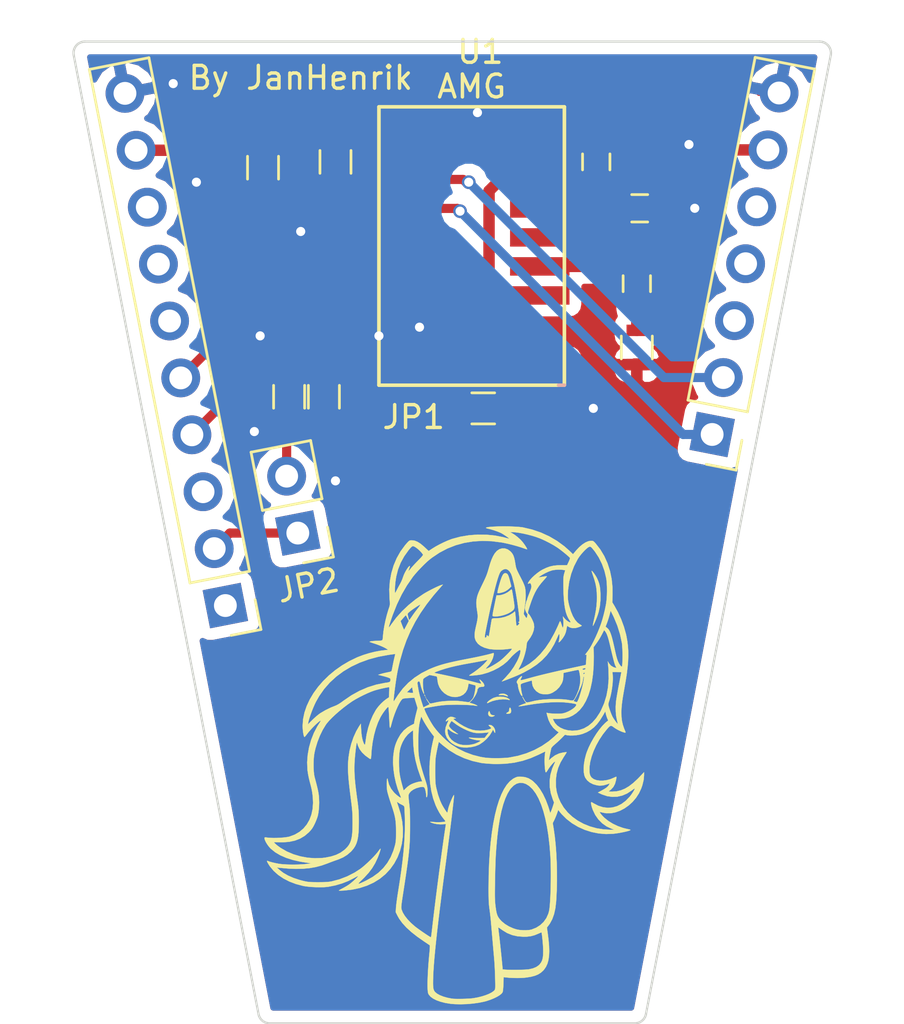
<source format=kicad_pcb>
(kicad_pcb (version 4) (host pcbnew 4.0.6)

  (general
    (links 43)
    (no_connects 0)
    (area 131.852099 83.453599 165.150101 126.552601)
    (thickness 1.6)
    (drawings 53)
    (tracks 133)
    (zones 0)
    (modules 16)
    (nets 26)
  )

  (page A4)
  (layers
    (0 F.Cu signal)
    (31 B.Cu signal)
    (32 B.Adhes user)
    (33 F.Adhes user)
    (34 B.Paste user)
    (35 F.Paste user)
    (36 B.SilkS user)
    (37 F.SilkS user)
    (38 B.Mask user)
    (39 F.Mask user)
    (40 Dwgs.User user)
    (41 Cmts.User user)
    (42 Eco1.User user)
    (43 Eco2.User user)
    (44 Edge.Cuts user)
    (45 Margin user)
    (46 B.CrtYd user)
    (47 F.CrtYd user)
    (48 B.Fab user)
    (49 F.Fab user)
  )

  (setup
    (last_trace_width 0.25)
    (user_trace_width 0.4)
    (user_trace_width 0.5)
    (user_trace_width 0.75)
    (user_trace_width 1)
    (user_trace_width 1.27)
    (user_trace_width 2)
    (trace_clearance 0.2)
    (zone_clearance 0.508)
    (zone_45_only no)
    (trace_min 0.2)
    (segment_width 0.2)
    (edge_width 0.15)
    (via_size 0.6)
    (via_drill 0.4)
    (via_min_size 0.4)
    (via_min_drill 0.3)
    (uvia_size 0.3)
    (uvia_drill 0.1)
    (uvias_allowed no)
    (uvia_min_size 0.2)
    (uvia_min_drill 0.1)
    (pcb_text_width 0.3)
    (pcb_text_size 1.5 1.5)
    (mod_edge_width 0.15)
    (mod_text_size 1 1)
    (mod_text_width 0.15)
    (pad_size 1.7 1.7)
    (pad_drill 1)
    (pad_to_mask_clearance 0.2)
    (aux_axis_origin 0 0)
    (visible_elements FFFFFF7F)
    (pcbplotparams
      (layerselection 0x00030_80000001)
      (usegerberextensions false)
      (excludeedgelayer true)
      (linewidth 0.100000)
      (plotframeref false)
      (viasonmask false)
      (mode 1)
      (useauxorigin false)
      (hpglpennumber 1)
      (hpglpenspeed 20)
      (hpglpendiameter 15)
      (hpglpenoverlay 2)
      (psnegative false)
      (psa4output false)
      (plotreference true)
      (plotvalue true)
      (plotinvisibletext false)
      (padsonsilk false)
      (subtractmaskfromsilk false)
      (outputformat 1)
      (mirror false)
      (drillshape 1)
      (scaleselection 1)
      (outputdirectory ""))
  )

  (net 0 "")
  (net 1 "Net-(1.5µF1-Pad1)")
  (net 2 GND)
  (net 3 "Net-(1µF1-Pad1)")
  (net 4 "Net-(1µF1-Pad2)")
  (net 5 VDD)
  (net 6 "Net-(10KOhm1-Pad2)")
  (net 7 INT)
  (net 8 SCL)
  (net 9 SDA)
  (net 10 "Net-(>470OHM1-Pad2)")
  (net 11 "Net-(J1-Pad1)")
  (net 12 INT_B)
  (net 13 "Net-(J1-Pad3)")
  (net 14 "Net-(J1-Pad6)")
  (net 15 "Net-(J1-Pad7)")
  (net 16 "Net-(J1-Pad8)")
  (net 17 "Net-(J2-Pad3)")
  (net 18 "Net-(J2-Pad4)")
  (net 19 "Net-(J2-Pad5)")
  (net 20 AD_SELECT)
  (net 21 "Net-(U1-Pad1)")
  (net 22 "Net-(U1-Pad7)")
  (net 23 "Net-(U1-Pad8)")
  (net 24 "Net-(U1-Pad11)")
  (net 25 "Net-(U1-Pad14)")

  (net_class Default "Dies ist die voreingestellte Netzklasse."
    (clearance 0.2)
    (trace_width 0.25)
    (via_dia 0.6)
    (via_drill 0.4)
    (uvia_dia 0.3)
    (uvia_drill 0.1)
    (add_net AD_SELECT)
    (add_net GND)
    (add_net INT)
    (add_net INT_B)
    (add_net "Net-(1.5µF1-Pad1)")
    (add_net "Net-(10KOhm1-Pad2)")
    (add_net "Net-(1µF1-Pad1)")
    (add_net "Net-(1µF1-Pad2)")
    (add_net "Net-(>470OHM1-Pad2)")
    (add_net "Net-(J1-Pad1)")
    (add_net "Net-(J1-Pad3)")
    (add_net "Net-(J1-Pad6)")
    (add_net "Net-(J1-Pad7)")
    (add_net "Net-(J1-Pad8)")
    (add_net "Net-(J2-Pad3)")
    (add_net "Net-(J2-Pad4)")
    (add_net "Net-(J2-Pad5)")
    (add_net "Net-(U1-Pad1)")
    (add_net "Net-(U1-Pad11)")
    (add_net "Net-(U1-Pad14)")
    (add_net "Net-(U1-Pad7)")
    (add_net "Net-(U1-Pad8)")
    (add_net SCL)
    (add_net SDA)
    (add_net VDD)
  )

  (module LOGO (layer F.Cu) (tedit 0) (tstamp 5914BC28)
    (at 148.59 115.57)
    (fp_text reference G*** (at 0 0) (layer F.SilkS) hide
      (effects (font (thickness 0.3)))
    )
    (fp_text value LOGO (at 0.75 0) (layer F.SilkS) hide
      (effects (font (thickness 0.3)))
    )
    (fp_poly (pts (xy 2.384392 -10.830764) (xy 2.550035 -10.826136) (xy 2.705381 -10.818751) (xy 2.844591 -10.808564)
      (xy 2.961823 -10.795529) (xy 3.01625 -10.786867) (xy 3.415264 -10.693051) (xy 3.798817 -10.561938)
      (xy 4.163907 -10.395048) (xy 4.507533 -10.193903) (xy 4.826693 -9.960023) (xy 5.062616 -9.75015)
      (xy 5.203983 -9.613138) (xy 5.336429 -9.771319) (xy 5.473892 -9.919549) (xy 5.61311 -10.039549)
      (xy 5.749763 -10.128488) (xy 5.879528 -10.183535) (xy 5.993816 -10.201869) (xy 6.04821 -10.199798)
      (xy 6.088246 -10.188196) (xy 6.126673 -10.159908) (xy 6.176239 -10.107775) (xy 6.190954 -10.091209)
      (xy 6.399252 -9.82389) (xy 6.574952 -9.531124) (xy 6.717218 -9.215449) (xy 6.825214 -8.879402)
      (xy 6.898104 -8.525521) (xy 6.935054 -8.156344) (xy 6.937287 -7.823908) (xy 6.926093 -7.508101)
      (xy 7.019027 -7.355028) (xy 7.177475 -7.066832) (xy 7.317873 -6.757037) (xy 7.43496 -6.43894)
      (xy 7.523477 -6.125839) (xy 7.546316 -6.021968) (xy 7.5845 -5.8078) (xy 7.611011 -5.595848)
      (xy 7.625642 -5.380751) (xy 7.628184 -5.15715) (xy 7.618429 -4.919682) (xy 7.596168 -4.662986)
      (xy 7.561195 -4.381702) (xy 7.513301 -4.070468) (xy 7.458382 -3.757083) (xy 7.417315 -3.52756)
      (xy 7.384911 -3.332658) (xy 7.360351 -3.16574) (xy 7.342813 -3.02017) (xy 7.331476 -2.889311)
      (xy 7.32552 -2.766529) (xy 7.324079 -2.671399) (xy 7.329733 -2.483177) (xy 7.349414 -2.314821)
      (xy 7.38615 -2.152366) (xy 7.442968 -1.981845) (xy 7.507957 -1.823245) (xy 7.503283 -1.804305)
      (xy 7.46849 -1.803555) (xy 7.410255 -1.818257) (xy 7.335257 -1.845676) (xy 7.250175 -1.883074)
      (xy 7.161688 -1.927713) (xy 7.076474 -1.976856) (xy 7.001213 -2.027767) (xy 6.992166 -2.034636)
      (xy 6.933867 -2.077187) (xy 6.888545 -2.09903) (xy 6.848017 -2.097719) (xy 6.804099 -2.070807)
      (xy 6.748606 -2.015847) (xy 6.68379 -1.942444) (xy 6.513104 -1.726607) (xy 6.35855 -1.49375)
      (xy 6.222952 -1.250327) (xy 6.109134 -1.002788) (xy 6.019918 -0.757586) (xy 5.95813 -0.521172)
      (xy 5.926592 -0.299997) (xy 5.923021 -0.204163) (xy 5.926901 -0.077914) (xy 5.940066 0.016523)
      (xy 5.965259 0.089162) (xy 6.005225 0.150019) (xy 6.026681 0.174059) (xy 6.115325 0.238408)
      (xy 6.233067 0.281256) (xy 6.372528 0.302582) (xy 6.526328 0.302369) (xy 6.687086 0.280594)
      (xy 6.847423 0.23724) (xy 6.991492 0.176627) (xy 7.050115 0.149376) (xy 7.091926 0.134519)
      (xy 7.104851 0.133962) (xy 7.106426 0.158246) (xy 7.10087 0.211963) (xy 7.090514 0.276927)
      (xy 7.044669 0.443497) (xy 6.971247 0.580745) (xy 6.866843 0.694104) (xy 6.795081 0.74817)
      (xy 6.772513 0.764654) (xy 6.768717 0.774933) (xy 6.789501 0.78047) (xy 6.840676 0.782727)
      (xy 6.928049 0.783166) (xy 6.934115 0.783167) (xy 7.122412 0.769497) (xy 7.303566 0.727085)
      (xy 7.481502 0.65383) (xy 7.660148 0.547628) (xy 7.84343 0.406377) (xy 8.035272 0.227974)
      (xy 8.105733 0.155775) (xy 8.318499 -0.067074) (xy 8.318132 0.067004) (xy 8.298999 0.277487)
      (xy 8.242943 0.506338) (xy 8.193933 0.646101) (xy 8.093361 0.859492) (xy 7.965372 1.05603)
      (xy 7.814313 1.232981) (xy 7.644528 1.387613) (xy 7.460363 1.517192) (xy 7.266162 1.618985)
      (xy 7.06627 1.69026) (xy 6.865033 1.728283) (xy 6.666796 1.730322) (xy 6.512164 1.703917)
      (xy 6.445438 1.686972) (xy 6.396883 1.675452) (xy 6.37952 1.672167) (xy 6.3761 1.686048)
      (xy 6.396979 1.722998) (xy 6.436701 1.775972) (xy 6.489808 1.837927) (xy 6.550844 1.901818)
      (xy 6.576894 1.926939) (xy 6.747353 2.064411) (xy 6.948229 2.188591) (xy 7.168285 2.293757)
      (xy 7.396288 2.374185) (xy 7.514166 2.404311) (xy 7.613619 2.426356) (xy 7.677641 2.441556)
      (xy 7.712131 2.45222) (xy 7.722991 2.460658) (xy 7.716119 2.469178) (xy 7.701659 2.477697)
      (xy 7.649697 2.498279) (xy 7.564762 2.522322) (xy 7.455879 2.547963) (xy 7.332073 2.57334)
      (xy 7.202369 2.596589) (xy 7.075791 2.615848) (xy 6.972672 2.628163) (xy 6.652113 2.640276)
      (xy 6.333177 2.614364) (xy 6.02028 2.552247) (xy 5.717838 2.455748) (xy 5.430268 2.326689)
      (xy 5.161986 2.16689) (xy 4.917409 1.978173) (xy 4.700953 1.762361) (xy 4.612069 1.654525)
      (xy 4.557577 1.583966) (xy 4.498812 1.749775) (xy 4.461354 1.848549) (xy 4.418611 1.950981)
      (xy 4.379555 2.035614) (xy 4.377966 2.038782) (xy 4.315885 2.161981) (xy 4.358587 2.419782)
      (xy 4.404413 2.740992) (xy 4.441748 3.095799) (xy 4.470326 3.476277) (xy 4.489883 3.874497)
      (xy 4.500152 4.282531) (xy 4.500869 4.69245) (xy 4.491768 5.096327) (xy 4.472586 5.486235)
      (xy 4.464877 5.598583) (xy 4.431164 5.888655) (xy 4.37488 6.144215) (xy 4.295517 6.366883)
      (xy 4.192565 6.558278) (xy 4.139457 6.633268) (xy 4.05999 6.736619) (xy 4.093653 6.971935)
      (xy 4.132283 7.276825) (xy 4.155203 7.545398) (xy 4.162045 7.780791) (xy 4.152444 7.98614)
      (xy 4.126035 8.164583) (xy 4.08245 8.319256) (xy 4.021323 8.453297) (xy 3.94229 8.569842)
      (xy 3.901751 8.616384) (xy 3.798586 8.710318) (xy 3.67971 8.785667) (xy 3.539275 8.844685)
      (xy 3.37143 8.889626) (xy 3.170326 8.922744) (xy 3.07975 8.933135) (xy 2.935067 8.942879)
      (xy 2.764783 8.94619) (xy 2.585091 8.943344) (xy 2.412188 8.93462) (xy 2.262268 8.920297)
      (xy 2.251684 8.918908) (xy 2.164451 8.907177) (xy 2.154312 9.210797) (xy 2.147804 9.346626)
      (xy 2.13849 9.456935) (xy 2.126993 9.535776) (xy 2.11631 9.572907) (xy 2.06936 9.633614)
      (xy 1.98708 9.699351) (xy 1.875672 9.766949) (xy 1.741336 9.833238) (xy 1.590275 9.89505)
      (xy 1.428691 9.949215) (xy 1.322916 9.97833) (xy 1.086532 10.027422) (xy 0.82507 10.063975)
      (xy 0.55169 10.087165) (xy 0.279549 10.096172) (xy 0.021805 10.090173) (xy -0.179917 10.072181)
      (xy -0.402941 10.034875) (xy -0.603944 9.983689) (xy -0.779363 9.920314) (xy -0.925636 9.846442)
      (xy -1.039202 9.763767) (xy -1.116499 9.673979) (xy -1.145291 9.613562) (xy -1.158585 9.545717)
      (xy -1.167077 9.44015) (xy -1.170906 9.301182) (xy -1.170462 9.193163) (xy -0.930585 9.193163)
      (xy -0.927533 9.300834) (xy -0.919541 9.383455) (xy -0.905918 9.446754) (xy -0.885972 9.496458)
      (xy -0.859009 9.538297) (xy -0.84265 9.558092) (xy -0.755817 9.63199) (xy -0.632295 9.700409)
      (xy -0.477599 9.76117) (xy -0.297244 9.812088) (xy -0.105834 9.849567) (xy -0.031527 9.856607)
      (xy 0.075092 9.86058) (xy 0.20413 9.86168) (xy 0.345691 9.860104) (xy 0.489881 9.856048)
      (xy 0.626806 9.849708) (xy 0.74657 9.841278) (xy 0.839279 9.830955) (xy 0.839949 9.830856)
      (xy 1.028979 9.796481) (xy 1.210306 9.751595) (xy 1.377616 9.69857) (xy 1.524594 9.63978)
      (xy 1.644926 9.577601) (xy 1.732296 9.514405) (xy 1.760307 9.484865) (xy 1.774225 9.46582)
      (xy 1.784671 9.444411) (xy 1.791969 9.415018) (xy 1.79644 9.372023) (xy 1.798409 9.309806)
      (xy 1.798197 9.222746) (xy 1.796128 9.105226) (xy 1.792525 8.951624) (xy 1.79205 8.932333)
      (xy 1.786783 8.76383) (xy 1.779252 8.584088) (xy 1.770126 8.405939) (xy 1.760071 8.242217)
      (xy 1.749757 8.105751) (xy 1.747979 8.085667) (xy 1.732983 7.919073) (xy 1.714981 7.71584)
      (xy 1.694456 7.481518) (xy 1.67189 7.221655) (xy 1.647767 6.941804) (xy 1.630319 6.738019)
      (xy 1.926166 6.738019) (xy 1.928761 6.768619) (xy 1.935808 6.831676) (xy 1.946197 6.91768)
      (xy 1.957516 7.007046) (xy 1.969758 7.106817) (xy 1.985146 7.239994) (xy 2.002751 7.397844)
      (xy 2.02165 7.571635) (xy 2.040915 7.752635) (xy 2.059619 7.932113) (xy 2.076838 8.101335)
      (xy 2.091645 8.25157) (xy 2.103113 8.374087) (xy 2.10604 8.407324) (xy 2.120066 8.570232)
      (xy 2.208324 8.578251) (xy 2.304834 8.584362) (xy 2.428057 8.588202) (xy 2.569108 8.589892)
      (xy 2.719099 8.589552) (xy 2.869146 8.587301) (xy 3.010362 8.583261) (xy 3.133861 8.57755)
      (xy 3.230758 8.57029) (xy 3.28154 8.563738) (xy 3.45273 8.523153) (xy 3.589376 8.467483)
      (xy 3.697452 8.393909) (xy 3.747708 8.343854) (xy 3.807561 8.264079) (xy 3.85055 8.176109)
      (xy 3.878763 8.071876) (xy 3.894288 7.943311) (xy 3.899212 7.782348) (xy 3.899182 7.758433)
      (xy 3.896968 7.673077) (xy 3.891435 7.568183) (xy 3.883322 7.451621) (xy 3.87337 7.331262)
      (xy 3.862319 7.214977) (xy 3.85091 7.110637) (xy 3.839884 7.026113) (xy 3.829981 6.969276)
      (xy 3.822989 6.948601) (xy 3.802055 6.953549) (xy 3.753207 6.972834) (xy 3.686659 7.002395)
      (xy 3.680869 7.005085) (xy 3.518931 7.071061) (xy 3.361941 7.112941) (xy 3.194085 7.133993)
      (xy 3.037416 7.138006) (xy 2.776682 7.118995) (xy 2.537469 7.065125) (xy 2.315254 6.97491)
      (xy 2.105514 6.846864) (xy 2.069041 6.819915) (xy 2.004956 6.774132) (xy 1.955745 6.744366)
      (xy 1.928935 6.734933) (xy 1.926166 6.738019) (xy 1.630319 6.738019) (xy 1.622569 6.647512)
      (xy 1.608043 6.477) (xy 1.595487 6.346128) (xy 1.57866 6.193775) (xy 1.55991 6.040274)
      (xy 1.544189 5.923919) (xy 1.531131 5.824589) (xy 1.521018 5.725994) (xy 1.513519 5.620817)
      (xy 1.508304 5.50174) (xy 1.505041 5.361445) (xy 1.503988 5.253034) (xy 1.778599 5.253034)
      (xy 1.779326 5.37655) (xy 1.781688 5.48098) (xy 1.785817 5.572131) (xy 1.791841 5.655812)
      (xy 1.799889 5.73783) (xy 1.809735 5.821136) (xy 1.832017 5.978355) (xy 1.857153 6.102333)
      (xy 1.88901 6.202148) (xy 1.931457 6.286882) (xy 1.988363 6.365612) (xy 2.063596 6.447419)
      (xy 2.086129 6.469816) (xy 2.22723 6.585608) (xy 2.398016 6.688719) (xy 2.586272 6.772495)
      (xy 2.721247 6.815891) (xy 2.85056 6.841106) (xy 2.997767 6.854452) (xy 3.147928 6.855742)
      (xy 3.286102 6.844788) (xy 3.388116 6.824231) (xy 3.590838 6.7441) (xy 3.768573 6.631608)
      (xy 3.918461 6.489799) (xy 4.037642 6.321718) (xy 4.123256 6.130411) (xy 4.157448 6.005156)
      (xy 4.173511 5.905744) (xy 4.187941 5.769634) (xy 4.200608 5.602434) (xy 4.211387 5.409751)
      (xy 4.22015 5.197194) (xy 4.226771 4.970371) (xy 4.231121 4.73489) (xy 4.233074 4.496358)
      (xy 4.232503 4.260384) (xy 4.229281 4.032575) (xy 4.22328 3.818541) (xy 4.214374 3.623889)
      (xy 4.212231 3.58775) (xy 4.176588 3.135695) (xy 4.127598 2.712746) (xy 4.065658 2.320367)
      (xy 3.991167 1.960021) (xy 3.904521 1.633172) (xy 3.80612 1.341283) (xy 3.69636 1.085816)
      (xy 3.57564 0.868237) (xy 3.444356 0.690007) (xy 3.415992 0.658265) (xy 3.27764 0.530909)
      (xy 3.138053 0.445063) (xy 2.998991 0.40067) (xy 2.862215 0.397672) (xy 2.729486 0.436011)
      (xy 2.602563 0.515631) (xy 2.48321 0.636473) (xy 2.442399 0.690106) (xy 2.333771 0.868417)
      (xy 2.234938 1.085332) (xy 2.145823 1.341205) (xy 2.066347 1.636391) (xy 1.996434 1.971245)
      (xy 1.936008 2.346119) (xy 1.88499 2.761369) (xy 1.843303 3.217349) (xy 1.82058 3.545417)
      (xy 1.815017 3.652614) (xy 1.809184 3.794359) (xy 1.803318 3.962873) (xy 1.797659 4.150371)
      (xy 1.792444 4.349074) (xy 1.787912 4.5512) (xy 1.784942 4.709886) (xy 1.781537 4.92551)
      (xy 1.77938 5.104623) (xy 1.778599 5.253034) (xy 1.503988 5.253034) (xy 1.5034 5.192615)
      (xy 1.503035 5.013752) (xy 1.509215 4.469053) (xy 1.527218 3.951145) (xy 1.556789 3.461122)
      (xy 1.59767 3.000078) (xy 1.649605 2.569108) (xy 1.712336 2.169308) (xy 1.785607 1.801771)
      (xy 1.869161 1.467592) (xy 1.96274 1.167867) (xy 2.066088 0.903689) (xy 2.178948 0.676153)
      (xy 2.301063 0.486355) (xy 2.432175 0.335388) (xy 2.572029 0.224347) (xy 2.635531 0.188782)
      (xy 2.706819 0.1556) (xy 2.76388 0.136567) (xy 2.823066 0.128615) (xy 2.900724 0.128675)
      (xy 2.946082 0.1305) (xy 3.10999 0.151161) (xy 3.254919 0.20038) (xy 3.393308 0.283096)
      (xy 3.458232 0.333784) (xy 3.610407 0.483555) (xy 3.754413 0.671254) (xy 3.887946 0.89288)
      (xy 4.0087 1.144436) (xy 4.114371 1.421924) (xy 4.150471 1.534583) (xy 4.208476 1.725083)
      (xy 4.245383 1.640417) (xy 4.270942 1.575676) (xy 4.301465 1.489711) (xy 4.328279 1.407626)
      (xy 4.374268 1.259503) (xy 4.322921 1.133135) (xy 4.234028 0.86094) (xy 4.186754 0.586166)
      (xy 4.181018 0.311403) (xy 4.216739 0.039238) (xy 4.293837 -0.22774) (xy 4.370849 -0.40703)
      (xy 4.404797 -0.479314) (xy 4.419451 -0.519736) (xy 4.416138 -0.533402) (xy 4.402636 -0.529151)
      (xy 4.36098 -0.496561) (xy 4.304276 -0.43889) (xy 4.24119 -0.36612) (xy 4.180391 -0.288235)
      (xy 4.131702 -0.217087) (xy 4.077799 -0.131072) (xy 4.041681 -0.079443) (xy 4.018568 -0.060767)
      (xy 4.003677 -0.073612) (xy 3.992229 -0.116546) (xy 3.982211 -0.172312) (xy 3.971084 -0.263789)
      (xy 3.963678 -0.381006) (xy 3.960078 -0.51139) (xy 3.960242 -0.585873) (xy 4.145473 -0.585873)
      (xy 4.258195 -0.68775) (xy 4.418296 -0.805043) (xy 4.598113 -0.887796) (xy 4.77228 -0.929792)
      (xy 4.845938 -0.939174) (xy 4.900924 -0.944278) (xy 4.92603 -0.944082) (xy 4.926371 -0.943851)
      (xy 4.918017 -0.924734) (xy 4.890262 -0.877832) (xy 4.847536 -0.810346) (xy 4.798083 -0.735183)
      (xy 4.655542 -0.493958) (xy 4.552096 -0.252696) (xy 4.485172 -0.003877) (xy 4.452201 0.260024)
      (xy 4.451058 0.28001) (xy 4.45324 0.545622) (xy 4.49035 0.796207) (xy 4.564399 1.041255)
      (xy 4.656148 1.248833) (xy 4.796795 1.482854) (xy 4.971965 1.696521) (xy 5.178021 1.887808)
      (xy 5.411326 2.054687) (xy 5.668244 2.195133) (xy 5.945136 2.307118) (xy 6.238366 2.388616)
      (xy 6.544297 2.4376) (xy 6.815666 2.45218) (xy 7.01675 2.453127) (xy 6.88479 2.404099)
      (xy 6.672058 2.302998) (xy 6.481782 2.16745) (xy 6.316703 2.000468) (xy 6.179561 1.805068)
      (xy 6.0731 1.584264) (xy 6.032794 1.467147) (xy 6.01119 1.387086) (xy 5.997177 1.318252)
      (xy 5.993515 1.274453) (xy 5.993808 1.272081) (xy 6.000062 1.249675) (xy 6.01491 1.244815)
      (xy 6.047296 1.259349) (xy 6.106164 1.295126) (xy 6.106583 1.295388) (xy 6.313325 1.402642)
      (xy 6.52237 1.468309) (xy 6.731166 1.492859) (xy 6.93716 1.476759) (xy 7.1378 1.420478)
      (xy 7.330532 1.324483) (xy 7.512804 1.189243) (xy 7.682063 1.015225) (xy 7.690612 1.004942)
      (xy 7.74861 0.930228) (xy 7.804521 0.850619) (xy 7.853449 0.77411) (xy 7.890501 0.708696)
      (xy 7.910781 0.662372) (xy 7.911451 0.644229) (xy 7.891696 0.651786) (xy 7.847871 0.680095)
      (xy 7.788865 0.723338) (xy 7.779357 0.730673) (xy 7.577982 0.862419) (xy 7.366936 0.953564)
      (xy 7.148808 1.003807) (xy 6.926186 1.012847) (xy 6.70166 0.980381) (xy 6.477817 0.906109)
      (xy 6.43534 0.887135) (xy 6.298431 0.823402) (xy 6.456507 0.737913) (xy 6.575263 0.670761)
      (xy 6.661816 0.614101) (xy 6.7232 0.562526) (xy 6.766445 0.510627) (xy 6.779821 0.489291)
      (xy 6.803154 0.446329) (xy 6.812116 0.424165) (xy 6.811571 0.423344) (xy 6.78984 0.430135)
      (xy 6.740943 0.447573) (xy 6.69925 0.462999) (xy 6.53212 0.509733) (xy 6.371294 0.520015)
      (xy 6.261145 0.507244) (xy 6.089799 0.459964) (xy 5.94358 0.386324) (xy 5.826377 0.2893)
      (xy 5.742083 0.171864) (xy 5.705833 0.082835) (xy 5.678104 -0.06447) (xy 5.672021 -0.239243)
      (xy 5.686728 -0.433091) (xy 5.721373 -0.637623) (xy 5.775102 -0.844445) (xy 5.811161 -0.9525)
      (xy 5.89199 -1.150751) (xy 5.992154 -1.355698) (xy 6.106846 -1.559954) (xy 6.231264 -1.756131)
      (xy 6.360602 -1.936841) (xy 6.490058 -2.094696) (xy 6.614827 -2.222308) (xy 6.664748 -2.265168)
      (xy 6.748098 -2.332149) (xy 6.708297 -2.422125) (xy 6.679379 -2.499216) (xy 6.652917 -2.588589)
      (xy 6.644632 -2.623376) (xy 6.620768 -2.734651) (xy 6.527241 -2.570554) (xy 6.393911 -2.354532)
      (xy 6.259865 -2.175955) (xy 6.119983 -2.030164) (xy 5.969143 -1.912502) (xy 5.802225 -1.818309)
      (xy 5.619546 -1.744768) (xy 5.496759 -1.711971) (xy 5.355447 -1.688412) (xy 5.209484 -1.675234)
      (xy 5.072744 -1.67358) (xy 4.9591 -1.684593) (xy 4.939162 -1.688694) (xy 4.85124 -1.709085)
      (xy 4.706328 -1.561745) (xy 4.620049 -1.47747) (xy 4.521542 -1.386455) (xy 4.429221 -1.30562)
      (xy 4.410795 -1.290245) (xy 4.317847 -1.206897) (xy 4.26309 -1.141556) (xy 4.247531 -1.106918)
      (xy 4.223979 -0.994818) (xy 4.200442 -0.879568) (xy 4.179546 -0.774272) (xy 4.163914 -0.692036)
      (xy 4.159743 -0.668645) (xy 4.145473 -0.585873) (xy 3.960242 -0.585873) (xy 3.960368 -0.642366)
      (xy 3.964634 -0.761359) (xy 3.972959 -0.855796) (xy 3.977413 -0.883708) (xy 3.986272 -0.938173)
      (xy 3.98823 -0.970144) (xy 3.986654 -0.973667) (xy 3.965791 -0.964847) (xy 3.91384 -0.940572)
      (xy 3.837676 -0.904115) (xy 3.744177 -0.858753) (xy 3.698455 -0.836393) (xy 3.346501 -0.682538)
      (xy 2.991882 -0.565818) (xy 2.62882 -0.485047) (xy 2.251535 -0.439041) (xy 1.854246 -0.426614)
      (xy 1.715686 -0.429753) (xy 1.579694 -0.436219) (xy 1.441267 -0.445696) (xy 1.313443 -0.457099)
      (xy 1.209261 -0.469349) (xy 1.17475 -0.474645) (xy 0.796274 -0.559406) (xy 0.436072 -0.680892)
      (xy 0.096264 -0.838118) (xy -0.22103 -1.0301) (xy -0.513687 -1.255852) (xy -0.52149 -1.262634)
      (xy -0.675674 -1.397104) (xy -0.696813 -1.317677) (xy -0.708623 -1.267786) (xy -0.726217 -1.186565)
      (xy -0.747438 -1.084264) (xy -0.770128 -0.971135) (xy -0.775865 -0.941917) (xy -0.794171 -0.845422)
      (xy -0.808179 -0.761791) (xy -0.818466 -0.682888) (xy -0.825606 -0.600574) (xy -0.830173 -0.506713)
      (xy -0.832742 -0.393167) (xy -0.833888 -0.251799) (xy -0.834163 -0.116417) (xy -0.833908 0.054506)
      (xy -0.832561 0.190409) (xy -0.829668 0.298601) (xy -0.824773 0.386389) (xy -0.817422 0.461083)
      (xy -0.807161 0.529991) (xy -0.793533 0.600422) (xy -0.78792 0.626619) (xy -0.713111 0.916905)
      (xy -0.622871 1.173741) (xy -0.555536 1.322917) (xy -0.516818 1.395442) (xy -0.470485 1.474902)
      (xy -0.421643 1.553472) (xy -0.375401 1.62333) (xy -0.336866 1.676651) (xy -0.311146 1.705613)
      (xy -0.304054 1.708109) (xy -0.297106 1.685521) (xy -0.284853 1.631764) (xy -0.269641 1.557309)
      (xy -0.265588 1.536365) (xy -0.24943 1.47316) (xy -0.222748 1.391379) (xy -0.188744 1.29863)
      (xy -0.150617 1.202524) (xy -0.111568 1.110672) (xy -0.074796 1.030682) (xy -0.043502 0.970165)
      (xy -0.020886 0.936731) (xy -0.012036 0.933409) (xy -0.011029 0.957782) (xy -0.015433 1.021623)
      (xy -0.024944 1.122455) (xy -0.039261 1.257802) (xy -0.05808 1.425184) (xy -0.0811 1.622126)
      (xy -0.108017 1.846149) (xy -0.13853 2.094775) (xy -0.172336 2.365529) (xy -0.209132 2.655931)
      (xy -0.248616 2.963505) (xy -0.290485 3.285773) (xy -0.334437 3.620258) (xy -0.38017 3.964482)
      (xy -0.402002 4.1275) (xy -0.486731 4.765615) (xy -0.563983 5.362162) (xy -0.633768 5.917239)
      (xy -0.696097 6.430943) (xy -0.750982 6.903371) (xy -0.798432 7.334623) (xy -0.838458 7.724794)
      (xy -0.871072 8.073983) (xy -0.896283 8.382288) (xy -0.914103 8.649806) (xy -0.924543 8.876635)
      (xy -0.924644 8.879752) (xy -0.929392 9.054711) (xy -0.930585 9.193163) (xy -1.170462 9.193163)
      (xy -1.170214 9.133136) (xy -1.165138 8.940333) (xy -1.155821 8.727094) (xy -1.1424 8.497742)
      (xy -1.125017 8.256598) (xy -1.103811 8.007985) (xy -1.088038 7.844371) (xy -1.077979 7.733082)
      (xy -1.071507 7.636935) (xy -1.068969 7.563677) (xy -1.070714 7.521052) (xy -1.073146 7.513773)
      (xy -1.096316 7.496944) (xy -1.147677 7.461706) (xy -1.22006 7.412921) (xy -1.306292 7.355451)
      (xy -1.322917 7.344436) (xy -1.621943 7.135833) (xy -1.879721 6.933071) (xy -2.096847 6.735579)
      (xy -2.273917 6.542785) (xy -2.411529 6.354116) (xy -2.479411 6.234787) (xy -2.565525 6.06425)
      (xy -2.554107 5.868214) (xy -2.321916 5.868214) (xy -2.318379 5.905532) (xy -2.311535 5.938655)
      (xy -2.31028 5.943495) (xy -2.258157 6.076744) (xy -2.170791 6.221693) (xy -2.051931 6.373554)
      (xy -1.905324 6.527539) (xy -1.734718 6.67886) (xy -1.734567 6.678984) (xy -1.672393 6.72756)
      (xy -1.5918 6.787192) (xy -1.49893 6.853705) (xy -1.399924 6.922921) (xy -1.300923 6.990666)
      (xy -1.20807 7.052763) (xy -1.127505 7.105036) (xy -1.065371 7.143309) (xy -1.027809 7.163407)
      (xy -1.019678 7.165067) (xy -1.015036 7.142569) (xy -1.006627 7.084216) (xy -0.995245 6.996239)
      (xy -0.981687 6.884871) (xy -0.966749 6.756343) (xy -0.961049 6.705852) (xy -0.932799 6.459439)
      (xy -0.899634 6.180184) (xy -0.862333 5.874053) (xy -0.821675 5.547006) (xy -0.778438 5.20501)
      (xy -0.733401 4.854026) (xy -0.687344 4.500018) (xy -0.641045 4.148949) (xy -0.595282 3.806784)
      (xy -0.550835 3.479484) (xy -0.508482 3.173015) (xy -0.469003 2.893339) (xy -0.433175 2.64642)
      (xy -0.415033 2.524913) (xy -0.366026 2.200789) (xy -0.497801 2.214289) (xy -0.617946 2.216944)
      (xy -0.752943 2.204826) (xy -0.883881 2.180518) (xy -0.991209 2.146873) (xy -1.036239 2.125248)
      (xy -1.056557 2.109776) (xy -1.056286 2.107563) (xy -1.032762 2.105801) (xy -0.977729 2.108641)
      (xy -0.901689 2.115462) (xy -0.876102 2.118219) (xy -0.790579 2.124005) (xy -0.693076 2.124777)
      (xy -0.593997 2.121184) (xy -0.503747 2.113876) (xy -0.43273 2.103504) (xy -0.39135 2.090717)
      (xy -0.387294 2.087683) (xy -0.394398 2.067436) (xy -0.423846 2.025064) (xy -0.469333 1.969607)
      (xy -0.470968 1.967734) (xy -0.562047 1.848876) (xy -0.656273 1.699226) (xy -0.747468 1.529289)
      (xy -0.815924 1.38153) (xy -0.9233 1.085749) (xy -1.004218 0.761945) (xy -1.058447 0.415331)
      (xy -1.085754 0.051116) (xy -1.085907 -0.325489) (xy -1.058673 -0.709274) (xy -1.003819 -1.095027)
      (xy -0.940071 -1.400803) (xy -0.885597 -1.628625) (xy -0.97964 -1.750938) (xy -1.06827 -1.872175)
      (xy -1.162155 -2.010693) (xy -1.252719 -2.153121) (xy -1.33139 -2.286086) (xy -1.37698 -2.370667)
      (xy -1.446772 -2.50825) (xy -1.473029 -2.419779) (xy -1.506089 -2.297216) (xy -1.531771 -2.173899)
      (xy -1.550809 -2.042431) (xy -1.563938 -1.895414) (xy -1.571894 -1.725451) (xy -1.575411 -1.525145)
      (xy -1.575694 -1.386417) (xy -1.57502 -1.218413) (xy -1.573474 -1.084778) (xy -1.57047 -0.977547)
      (xy -1.565422 -0.888755) (xy -1.557743 -0.81044) (xy -1.546847 -0.734636) (xy -1.532148 -0.65338)
      (xy -1.515696 -0.5715) (xy -1.489545 -0.458076) (xy -1.452719 -0.317148) (xy -1.408707 -0.161106)
      (xy -1.360995 -0.002342) (xy -1.31613 0.137583) (xy -1.269081 0.279822) (xy -1.233874 0.389746)
      (xy -1.208789 0.475147) (xy -1.192106 0.543813) (xy -1.182107 0.603533) (xy -1.177072 0.662097)
      (xy -1.175282 0.727294) (xy -1.175045 0.776817) (xy -1.177701 0.898369) (xy -1.186103 0.978623)
      (xy -1.200323 1.018229) (xy -1.201209 1.019175) (xy -1.218527 1.02864) (xy -1.226283 1.006701)
      (xy -1.227667 0.966203) (xy -1.232494 0.90401) (xy -1.245092 0.819937) (xy -1.261119 0.739696)
      (xy -1.285098 0.652875) (xy -1.314922 0.599932) (xy -1.359413 0.575624) (xy -1.427392 0.574706)
      (xy -1.51428 0.589209) (xy -1.661412 0.630759) (xy -1.790403 0.690647) (xy -1.894986 0.764575)
      (xy -1.968893 0.848249) (xy -2.003008 0.924199) (xy -2.005486 0.964993) (xy -2.002625 1.038672)
      (xy -1.995044 1.136213) (xy -1.983366 1.248589) (xy -1.977086 1.300441) (xy -1.964763 1.406565)
      (xy -1.955152 1.511945) (xy -1.947977 1.62365) (xy -1.942962 1.748744) (xy -1.939832 1.894295)
      (xy -1.938309 2.06737) (xy -1.938118 2.275035) (xy -1.938158 2.296583) (xy -1.93906 2.474006)
      (xy -1.941274 2.638886) (xy -1.945224 2.795278) (xy -1.951329 2.947238) (xy -1.96001 3.098819)
      (xy -1.971688 3.254076) (xy -1.986785 3.417064) (xy -2.00572 3.591836) (xy -2.028915 3.782449)
      (xy -2.05679 3.992956) (xy -2.089767 4.227412) (xy -2.128266 4.489871) (xy -2.172708 4.784388)
      (xy -2.223514 5.115018) (xy -2.245291 5.255578) (xy -2.272247 5.430804) (xy -2.292852 5.569624)
      (xy -2.307614 5.677406) (xy -2.317041 5.75952) (xy -2.321639 5.821333) (xy -2.321916 5.868214)
      (xy -2.554107 5.868214) (xy -2.553813 5.863167) (xy -2.546917 5.783884) (xy -2.534 5.671784)
      (xy -2.516252 5.535761) (xy -2.494863 5.384713) (xy -2.471021 5.227535) (xy -2.457588 5.1435)
      (xy -2.383799 4.674785) (xy -2.321336 4.242413) (xy -2.269803 3.842046) (xy -2.228809 3.469347)
      (xy -2.197958 3.11998) (xy -2.176856 2.789609) (xy -2.16511 2.473895) (xy -2.162326 2.168503)
      (xy -2.166115 1.934917) (xy -2.170427 1.79674) (xy -2.175376 1.671533) (xy -2.180615 1.565945)
      (xy -2.185797 1.486625) (xy -2.190574 1.440219) (xy -2.192357 1.432195) (xy -2.218724 1.403219)
      (xy -2.270119 1.369995) (xy -2.299859 1.355398) (xy -2.369732 1.320413) (xy -2.432478 1.282433)
      (xy -2.448987 1.270449) (xy -2.488228 1.243004) (xy -2.510512 1.233824) (xy -2.511342 1.234286)
      (xy -2.507784 1.255966) (xy -2.492189 1.307928) (xy -2.467463 1.380848) (xy -2.453559 1.419587)
      (xy -2.348865 1.758684) (xy -2.281861 2.09589) (xy -2.251853 2.42849) (xy -2.258149 2.753767)
      (xy -2.300056 3.069006) (xy -2.376881 3.371491) (xy -2.487931 3.658507) (xy -2.632515 3.927338)
      (xy -2.809937 4.175268) (xy -3.019507 4.399582) (xy -3.260531 4.597563) (xy -3.265183 4.60089)
      (xy -3.53029 4.764823) (xy -3.823496 4.899298) (xy -4.141485 5.003234) (xy -4.480942 5.075548)
      (xy -4.83855 5.115158) (xy -4.841875 5.115365) (xy -4.931814 5.119695) (xy -5.003558 5.120819)
      (xy -5.048294 5.11874) (xy -5.058834 5.115233) (xy -5.041277 5.100131) (xy -4.994599 5.071915)
      (xy -4.92779 5.035901) (xy -4.905375 5.024477) (xy -4.810019 4.973435) (xy -4.709141 4.914669)
      (xy -4.626874 4.862407) (xy -4.565021 4.816916) (xy -4.493215 4.758694) (xy -4.417987 4.69377)
      (xy -4.345871 4.628174) (xy -4.283397 4.567935) (xy -4.237099 4.519083) (xy -4.213509 4.487646)
      (xy -4.212561 4.479983) (xy -4.234319 4.48514) (xy -4.283804 4.508068) (xy -4.352525 4.544622)
      (xy -4.397574 4.570274) (xy -4.645204 4.696141) (xy -4.920831 4.803559) (xy -5.212706 4.888643)
      (xy -5.509076 4.947509) (xy -5.560714 4.95485) (xy -5.701403 4.967077) (xy -5.870681 4.971539)
      (xy -6.055622 4.968757) (xy -6.243302 4.959252) (xy -6.420794 4.943545) (xy -6.575172 4.922159)
      (xy -6.629379 4.911743) (xy -6.940836 4.829085) (xy -7.228128 4.720021) (xy -7.488592 4.586223)
      (xy -7.719564 4.429364) (xy -7.918381 4.251114) (xy -8.03964 4.104738) (xy -7.77875 4.104738)
      (xy -7.662653 4.210439) (xy -7.493565 4.340869) (xy -7.287396 4.459219) (xy -7.048143 4.563641)
      (xy -6.779803 4.652285) (xy -6.614925 4.695148) (xy -6.527473 4.714861) (xy -6.450293 4.729294)
      (xy -6.373886 4.739268) (xy -6.288757 4.745603) (xy -6.185407 4.749117) (xy -6.05434 4.750631)
      (xy -5.969 4.750905) (xy -5.797374 4.749965) (xy -5.659534 4.746185) (xy -5.546996 4.73904)
      (xy -5.451278 4.728006) (xy -5.370621 4.713938) (xy -5.029142 4.624102) (xy -4.693977 4.495598)
      (xy -4.373459 4.33204) (xy -4.127651 4.174474) (xy -4.027404 4.097569) (xy -3.911387 3.998946)
      (xy -3.787209 3.886008) (xy -3.662481 3.766155) (xy -3.544812 3.646788) (xy -3.441812 3.535309)
      (xy -3.36109 3.439118) (xy -3.33375 3.402349) (xy -3.289704 3.342341) (xy -3.254236 3.299004)
      (xy -3.234736 3.281337) (xy -3.23435 3.28129) (xy -3.2305 3.299346) (xy -3.240935 3.349808)
      (xy -3.263592 3.426033) (xy -3.296409 3.521376) (xy -3.337325 3.629195) (xy -3.358893 3.682594)
      (xy -3.467818 3.915465) (xy -3.597273 4.131085) (xy -3.75309 4.337635) (xy -3.941101 4.543294)
      (xy -4.044367 4.643975) (xy -4.122956 4.719726) (xy -4.174155 4.773848) (xy -4.196479 4.806617)
      (xy -4.188443 4.818308) (xy -4.148562 4.809197) (xy -4.075349 4.77956) (xy -3.96732 4.729672)
      (xy -3.860418 4.678088) (xy -3.576068 4.519931) (xy -3.327362 4.339434) (xy -3.113147 4.135191)
      (xy -2.932271 3.905795) (xy -2.783582 3.649839) (xy -2.665928 3.365917) (xy -2.598185 3.137056)
      (xy -2.581653 3.066261) (xy -2.569534 2.998699) (xy -2.561192 2.925893) (xy -2.555988 2.839368)
      (xy -2.553285 2.730647) (xy -2.552446 2.591256) (xy -2.552482 2.529417) (xy -2.554101 2.361391)
      (xy -2.559381 2.216638) (xy -2.569889 2.086661) (xy -2.587193 1.962965) (xy -2.612861 1.837054)
      (xy -2.648459 1.700432) (xy -2.695557 1.544603) (xy -2.75572 1.361073) (xy -2.782918 1.280583)
      (xy -2.826975 1.147166) (xy -2.867467 1.017561) (xy -2.901757 0.900757) (xy -2.927208 0.805741)
      (xy -2.941181 0.741502) (xy -2.941288 0.740833) (xy -2.95271 0.641784) (xy -2.959052 0.529808)
      (xy -2.960251 0.417829) (xy -2.956242 0.318772) (xy -2.94696 0.245559) (xy -2.943815 0.232833)
      (xy -2.934078 0.207368) (xy -2.926041 0.213322) (xy -2.91702 0.255089) (xy -2.912271 0.284504)
      (xy -2.861258 0.47659) (xy -2.770589 0.656486) (xy -2.641963 0.821059) (xy -2.596941 0.866295)
      (xy -2.529611 0.926612) (xy -2.461692 0.981084) (xy -2.401315 1.023907) (xy -2.356614 1.049276)
      (xy -2.336374 1.052263) (xy -2.338957 1.029285) (xy -2.355708 0.979771) (xy -2.376847 0.928673)
      (xy -2.47796 0.667116) (xy -2.560855 0.385092) (xy -2.623782 0.092807) (xy -2.664988 -0.19953)
      (xy -2.682721 -0.48171) (xy -2.682272 -0.497417) (xy -2.422788 -0.497417) (xy -2.420485 -0.318358)
      (xy -2.413245 -0.165066) (xy -2.399345 -0.025192) (xy -2.377059 0.113615) (xy -2.344665 0.263702)
      (xy -2.300438 0.43742) (xy -2.28358 0.499739) (xy -2.219324 0.734896) (xy -2.109787 0.625439)
      (xy -2.033968 0.55922) (xy -1.94716 0.497291) (xy -1.880194 0.459236) (xy -1.77773 0.41656)
      (xy -1.66684 0.379652) (xy -1.561678 0.35256) (xy -1.476399 0.339335) (xy -1.458757 0.338667)
      (xy -1.402408 0.338667) (xy -1.480367 0.132292) (xy -1.606643 -0.236936) (xy -1.700018 -0.592354)
      (xy -1.762429 -0.944199) (xy -1.795816 -1.302708) (xy -1.802972 -1.571186) (xy -1.8034 -1.904121)
      (xy -1.891242 -1.843659) (xy -2.038181 -1.718938) (xy -2.166127 -1.562864) (xy -2.264649 -1.390584)
      (xy -2.319312 -1.263746) (xy -2.360446 -1.143566) (xy -2.389706 -1.020704) (xy -2.408743 -0.885824)
      (xy -2.419213 -0.729585) (xy -2.422768 -0.54265) (xy -2.422788 -0.497417) (xy -2.682272 -0.497417)
      (xy -2.675231 -0.743524) (xy -2.671175 -0.786695) (xy -2.649302 -0.963767) (xy -2.622417 -1.111851)
      (xy -2.586937 -1.244267) (xy -2.539284 -1.374336) (xy -2.475876 -1.515378) (xy -2.474609 -1.518016)
      (xy -2.355893 -1.723495) (xy -2.213433 -1.894581) (xy -2.04566 -2.03294) (xy -1.920494 -2.107041)
      (xy -1.761104 -2.189092) (xy -1.747275 -2.29334) (xy -1.736219 -2.356817) (xy -1.716999 -2.447919)
      (xy -1.692528 -2.553415) (xy -1.671098 -2.639396) (xy -1.620632 -2.835126) (xy -1.309885 -2.835126)
      (xy -1.293189 -2.78121) (xy -1.260662 -2.703296) (xy -1.215415 -2.60745) (xy -1.160559 -2.499741)
      (xy -1.099207 -2.386237) (xy -1.034472 -2.273005) (xy -0.969464 -2.166112) (xy -0.907295 -2.071627)
      (xy -0.894351 -2.053167) (xy -0.787342 -1.914937) (xy -0.657082 -1.766037) (xy -0.513346 -1.616345)
      (xy -0.365912 -1.475737) (xy -0.224558 -1.354092) (xy -0.134631 -1.285633) (xy 0.159559 -1.101107)
      (xy 0.478646 -0.94564) (xy 0.813837 -0.822655) (xy 1.156337 -0.735577) (xy 1.36525 -0.701535)
      (xy 1.490534 -0.690262) (xy 1.645509 -0.683427) (xy 1.817771 -0.680936) (xy 1.99492 -0.682697)
      (xy 2.164556 -0.688619) (xy 2.314276 -0.69861) (xy 2.410246 -0.709307) (xy 2.79101 -0.782944)
      (xy 3.158443 -0.892887) (xy 3.508696 -1.037338) (xy 3.837919 -1.2145) (xy 4.142265 -1.422576)
      (xy 4.391043 -1.634148) (xy 4.579095 -1.811519) (xy 4.470753 -1.891049) (xy 4.336751 -2.014414)
      (xy 4.223197 -2.170465) (xy 4.133895 -2.352966) (xy 4.11749 -2.405895) (xy 4.321749 -2.405895)
      (xy 4.342224 -2.351239) (xy 4.412702 -2.221326) (xy 4.516931 -2.109378) (xy 4.649406 -2.017506)
      (xy 4.804627 -1.947822) (xy 4.97709 -1.902436) (xy 5.161293 -1.883461) (xy 5.351733 -1.893006)
      (xy 5.47728 -1.915745) (xy 5.6841 -1.986137) (xy 5.87735 -2.096442) (xy 6.0567 -2.246365)
      (xy 6.221818 -2.43561) (xy 6.372375 -2.663881) (xy 6.429745 -2.768545) (xy 6.548516 -3.036012)
      (xy 6.752166 -3.036012) (xy 6.760145 -2.983012) (xy 6.781588 -2.902089) (xy 6.812754 -2.803997)
      (xy 6.849903 -2.699492) (xy 6.889293 -2.59933) (xy 6.927184 -2.514265) (xy 6.946766 -2.4765)
      (xy 6.985737 -2.412493) (xy 7.03225 -2.343657) (xy 7.079993 -2.278344) (xy 7.122652 -2.224906)
      (xy 7.153916 -2.191692) (xy 7.166723 -2.185502) (xy 7.164717 -2.207457) (xy 7.153628 -2.25986)
      (xy 7.135698 -2.33237) (xy 7.131034 -2.350081) (xy 7.096642 -2.524721) (xy 7.077595 -2.724987)
      (xy 7.074625 -2.936771) (xy 7.088463 -3.145969) (xy 7.089348 -3.153833) (xy 7.100789 -3.238376)
      (xy 7.119148 -3.355434) (xy 7.142886 -3.496041) (xy 7.170462 -3.651233) (xy 7.200337 -3.812045)
      (xy 7.219218 -3.91002) (xy 7.247419 -4.054425) (xy 7.272725 -4.184464) (xy 7.29406 -4.294574)
      (xy 7.310349 -4.379189) (xy 7.320515 -4.432745) (xy 7.323544 -4.44977) (xy 7.303874 -4.452366)
      (xy 7.251197 -4.454519) (xy 7.174839 -4.455921) (xy 7.127659 -4.456254) (xy 6.931897 -4.456925)
      (xy 6.945035 -4.318671) (xy 6.950384 -4.166506) (xy 6.941964 -3.986867) (xy 6.921401 -3.791712)
      (xy 6.890323 -3.593002) (xy 6.850357 -3.402696) (xy 6.803129 -3.232755) (xy 6.793324 -3.203335)
      (xy 6.770787 -3.12999) (xy 6.755837 -3.066317) (xy 6.752166 -3.036012) (xy 6.548516 -3.036012)
      (xy 6.568972 -3.082076) (xy 6.671788 -3.417196) (xy 6.738192 -3.773899) (xy 6.768182 -4.152179)
      (xy 6.761758 -4.552029) (xy 6.740144 -4.804833) (xy 6.727313 -4.92125) (xy 6.782342 -4.832852)
      (xy 6.867219 -4.733887) (xy 6.975741 -4.667525) (xy 7.043814 -4.646552) (xy 7.113212 -4.63187)
      (xy 7.06853 -4.717594) (xy 7.05371 -4.749828) (xy 7.037513 -4.793594) (xy 7.018912 -4.852789)
      (xy 6.996883 -4.931309) (xy 6.970399 -5.033053) (xy 6.938434 -5.161916) (xy 6.899964 -5.321798)
      (xy 6.853961 -5.516594) (xy 6.81993 -5.662083) (xy 6.774553 -5.8449) (xy 6.732122 -5.990131)
      (xy 6.691042 -6.102281) (xy 6.649719 -6.185853) (xy 6.618419 -6.231486) (xy 6.569025 -6.292888)
      (xy 6.488067 -6.136236) (xy 6.417292 -6.003582) (xy 6.35165 -5.891798) (xy 6.279925 -5.782704)
      (xy 6.204721 -5.677036) (xy 6.107647 -5.543823) (xy 6.113777 -5.137286) (xy 6.108892 -4.744127)
      (xy 6.082369 -4.376024) (xy 6.034733 -4.034681) (xy 5.96651 -3.721804) (xy 5.878225 -3.439097)
      (xy 5.770402 -3.188267) (xy 5.643568 -2.971018) (xy 5.498247 -2.789056) (xy 5.349092 -2.654596)
      (xy 5.191357 -2.54969) (xy 5.03233 -2.475654) (xy 4.86185 -2.429322) (xy 4.669755 -2.407528)
      (xy 4.547416 -2.404869) (xy 4.321749 -2.405895) (xy 4.11749 -2.405895) (xy 4.076879 -2.536916)
      (xy 4.045558 -2.671414) (xy 4.102404 -2.657919) (xy 4.178431 -2.645812) (xy 4.283016 -2.636964)
      (xy 4.40342 -2.631627) (xy 4.526906 -2.630052) (xy 4.640738 -2.632492) (xy 4.732177 -2.639199)
      (xy 4.768057 -2.644745) (xy 4.878132 -2.67633) (xy 4.992849 -2.724014) (xy 5.103907 -2.782689)
      (xy 5.203006 -2.847247) (xy 5.281845 -2.912583) (xy 5.33212 -2.973588) (xy 5.343334 -2.998668)
      (xy 5.348315 -3.021905) (xy 5.343267 -3.039309) (xy 5.322114 -3.053145) (xy 5.278777 -3.065675)
      (xy 5.20718 -3.079165) (xy 5.101246 -3.095877) (xy 5.069416 -3.100714) (xy 4.818163 -3.127098)
      (xy 4.533412 -3.135842) (xy 4.220026 -3.127212) (xy 3.882864 -3.101476) (xy 3.52679 -3.058901)
      (xy 3.156665 -2.999752) (xy 3.124759 -2.993977) (xy 3.018521 -2.975444) (xy 2.92781 -2.961265)
      (xy 2.8604 -2.952532) (xy 2.824069 -2.950333) (xy 2.820138 -2.951306) (xy 2.831232 -2.964952)
      (xy 2.873637 -2.988259) (xy 2.9386 -3.017223) (xy 3.017366 -3.04784) (xy 3.074318 -3.067552)
      (xy 3.153553 -3.093524) (xy 3.103275 -3.160721) (xy 3.061695 -3.221943) (xy 3.023426 -3.28762)
      (xy 2.995483 -3.344736) (xy 2.984882 -3.38028) (xy 2.984883 -3.380324) (xy 2.994161 -3.372478)
      (xy 3.01804 -3.335427) (xy 3.049314 -3.280833) (xy 3.095229 -3.199047) (xy 3.131352 -3.148796)
      (xy 3.168945 -3.125199) (xy 3.219268 -3.123373) (xy 3.293583 -3.138435) (xy 3.347093 -3.151732)
      (xy 3.49657 -3.185583) (xy 5.227236 -3.185583) (xy 5.285909 -3.159816) (xy 5.338032 -3.142574)
      (xy 5.375021 -3.138687) (xy 5.395745 -3.160302) (xy 5.424607 -3.21587) (xy 5.458309 -3.298585)
      (xy 5.4747 -3.344371) (xy 5.518001 -3.477046) (xy 5.559003 -3.615519) (xy 5.596413 -3.753921)
      (xy 5.628939 -3.886384) (xy 5.655289 -4.007039) (xy 5.674171 -4.110018) (xy 5.684293 -4.189452)
      (xy 5.684363 -4.239473) (xy 5.67507 -4.2545) (xy 5.658961 -4.235998) (xy 5.651335 -4.190932)
      (xy 5.651248 -4.185708) (xy 5.641148 -4.094977) (xy 5.614219 -3.982835) (xy 5.574695 -3.864591)
      (xy 5.539292 -3.781022) (xy 5.504793 -3.707491) (xy 5.461301 -3.614288) (xy 5.41757 -3.520179)
      (xy 5.412735 -3.509745) (xy 5.369847 -3.42185) (xy 5.325253 -3.337995) (xy 5.287522 -3.274175)
      (xy 5.282311 -3.266328) (xy 5.227236 -3.185583) (xy 3.49657 -3.185583) (xy 3.546071 -3.196793)
      (xy 3.737152 -3.229476) (xy 3.932832 -3.251176) (xy 4.145607 -3.263287) (xy 4.3815 -3.267194)
      (xy 4.563459 -3.266005) (xy 4.71209 -3.26138) (xy 4.836299 -3.25279) (xy 4.944991 -3.239705)
      (xy 5.002266 -3.23024) (xy 5.091111 -3.21383) (xy 5.15487 -3.205406) (xy 5.201043 -3.209731)
      (xy 5.23713 -3.231565) (xy 5.270633 -3.275672) (xy 5.309051 -3.346813) (xy 5.359885 -3.449751)
      (xy 5.365331 -3.46075) (xy 5.459387 -3.695187) (xy 5.511933 -3.936411) (xy 5.5245 -4.132744)
      (xy 5.520503 -4.214056) (xy 5.509903 -4.306078) (xy 5.495651 -4.392083) (xy 5.6515 -4.392083)
      (xy 5.661552 -4.363896) (xy 5.670074 -4.360333) (xy 5.69766 -4.374815) (xy 5.715 -4.392083)
      (xy 5.728633 -4.416412) (xy 5.706694 -4.423659) (xy 5.696425 -4.423833) (xy 5.659928 -4.411194)
      (xy 5.6515 -4.392083) (xy 5.495651 -4.392083) (xy 5.494782 -4.397322) (xy 5.477221 -4.4763)
      (xy 5.459303 -4.531521) (xy 5.449122 -4.5486) (xy 5.426064 -4.547735) (xy 5.368988 -4.538761)
      (xy 5.285144 -4.523007) (xy 5.181781 -4.501804) (xy 5.113769 -4.487099) (xy 4.788536 -4.415478)
      (xy 4.779103 -4.245031) (xy 4.769557 -4.139807) (xy 4.751192 -4.056823) (xy 4.718997 -3.976155)
      (xy 4.703673 -3.945051) (xy 4.602398 -3.790023) (xy 4.471187 -3.658323) (xy 4.318275 -3.557996)
      (xy 4.296893 -3.547518) (xy 4.216503 -3.512743) (xy 4.148068 -3.493157) (xy 4.072518 -3.484782)
      (xy 3.989916 -3.4835) (xy 3.885772 -3.487503) (xy 3.807111 -3.50031) (xy 3.737476 -3.524953)
      (xy 3.71961 -3.53329) (xy 3.597539 -3.613708) (xy 3.501688 -3.720411) (xy 3.437073 -3.84572)
      (xy 3.408713 -3.981953) (xy 3.407833 -4.010512) (xy 3.402422 -4.065218) (xy 3.385605 -4.081232)
      (xy 3.381375 -4.080211) (xy 3.350941 -4.070728) (xy 3.289574 -4.052584) (xy 3.207073 -4.028653)
      (xy 3.139045 -4.009155) (xy 3.032184 -3.976477) (xy 2.962061 -3.949375) (xy 2.923795 -3.925696)
      (xy 2.913235 -3.909586) (xy 2.911067 -3.866969) (xy 2.916052 -3.795699) (xy 2.926561 -3.708533)
      (xy 2.940966 -3.618231) (xy 2.957636 -3.537551) (xy 2.963782 -3.513667) (xy 2.979698 -3.451108)
      (xy 2.982819 -3.419217) (xy 2.973456 -3.408409) (xy 2.96723 -3.407833) (xy 2.940522 -3.426915)
      (xy 2.90841 -3.47778) (xy 2.874545 -3.550857) (xy 2.842578 -3.636576) (xy 2.81616 -3.725367)
      (xy 2.798944 -3.807659) (xy 2.794251 -3.86125) (xy 2.782724 -3.919967) (xy 2.760342 -3.960275)
      (xy 2.738663 -4.003117) (xy 2.747303 -4.055011) (xy 2.788122 -4.121074) (xy 2.841433 -4.183498)
      (xy 2.901257 -4.242399) (xy 2.943528 -4.272325) (xy 2.965116 -4.272987) (xy 2.962893 -4.244095)
      (xy 2.937852 -4.192419) (xy 2.911716 -4.140246) (xy 2.900831 -4.104231) (xy 2.902344 -4.096767)
      (xy 2.925861 -4.097996) (xy 2.983049 -4.109284) (xy 3.066889 -4.129007) (xy 3.170362 -4.155541)
      (xy 3.252285 -4.177732) (xy 3.445204 -4.230122) (xy 3.645622 -4.282523) (xy 3.857644 -4.335894)
      (xy 4.085379 -4.391198) (xy 4.332933 -4.449395) (xy 4.604412 -4.511447) (xy 4.903925 -4.578315)
      (xy 4.958555 -4.590281) (xy 5.617275 -4.590281) (xy 5.620577 -4.570661) (xy 5.620653 -4.570538)
      (xy 5.65506 -4.552057) (xy 5.712147 -4.559556) (xy 5.723852 -4.563681) (xy 5.753052 -4.590197)
      (xy 5.757333 -4.606418) (xy 5.745272 -4.626103) (xy 5.704065 -4.623536) (xy 5.699125 -4.622394)
      (xy 5.640969 -4.605881) (xy 5.617275 -4.590281) (xy 4.958555 -4.590281) (xy 5.235578 -4.650959)
      (xy 5.603478 -4.730343) (xy 5.720291 -4.75535) (xy 5.755729 -4.766847) (xy 5.772843 -4.789783)
      (xy 5.778188 -4.836828) (xy 5.7785 -4.867874) (xy 5.780885 -4.947048) (xy 5.787003 -5.041877)
      (xy 5.792152 -5.098575) (xy 5.798642 -5.169524) (xy 5.797898 -5.206897) (xy 5.787993 -5.219121)
      (xy 5.766996 -5.214619) (xy 5.765693 -5.214134) (xy 5.738645 -5.207611) (xy 5.74478 -5.224509)
      (xy 5.748435 -5.229495) (xy 5.771908 -5.260634) (xy 5.812623 -5.314545) (xy 5.862279 -5.38024)
      (xy 5.868431 -5.388375) (xy 5.940647 -5.495413) (xy 6.021616 -5.635212) (xy 6.107659 -5.800065)
      (xy 6.195099 -5.982265) (xy 6.280261 -6.174105) (xy 6.359465 -6.367879) (xy 6.386341 -6.440505)
      (xy 6.631118 -6.440505) (xy 6.700396 -6.385227) (xy 6.741488 -6.346968) (xy 6.779043 -6.298685)
      (xy 6.814402 -6.236446) (xy 6.848908 -6.156319) (xy 6.883902 -6.054372) (xy 6.920726 -5.926673)
      (xy 6.960722 -5.769291) (xy 7.005232 -5.578293) (xy 7.055598 -5.349747) (xy 7.058678 -5.335486)
      (xy 7.097636 -5.166587) (xy 7.134861 -5.032301) (xy 7.173021 -4.925136) (xy 7.214783 -4.837602)
      (xy 7.262709 -4.762348) (xy 7.306118 -4.709122) (xy 7.335593 -4.690466) (xy 7.350564 -4.696265)
      (xy 7.359805 -4.727486) (xy 7.366924 -4.799788) (xy 7.371853 -4.911966) (xy 7.374527 -5.062817)
      (xy 7.374963 -5.137851) (xy 7.373756 -5.30465) (xy 7.369413 -5.45893) (xy 7.362328 -5.591929)
      (xy 7.352893 -5.694884) (xy 7.348567 -5.725583) (xy 7.266713 -6.107684) (xy 7.146897 -6.489412)
      (xy 6.99238 -6.860777) (xy 6.948019 -6.952212) (xy 6.853303 -7.141673) (xy 6.804165 -6.951983)
      (xy 6.772997 -6.841296) (xy 6.735447 -6.721809) (xy 6.698811 -6.61655) (xy 6.693073 -6.601399)
      (xy 6.631118 -6.440505) (xy 6.386341 -6.440505) (xy 6.429037 -6.555879) (xy 6.438322 -6.582833)
      (xy 6.495057 -6.763712) (xy 6.550837 -6.96752) (xy 6.601385 -7.176996) (xy 6.642426 -7.374882)
      (xy 6.660495 -7.479504) (xy 6.678378 -7.631088) (xy 6.689714 -7.806766) (xy 6.694499 -7.994437)
      (xy 6.692732 -8.181998) (xy 6.684408 -8.357346) (xy 6.669524 -8.508381) (xy 6.660758 -8.564789)
      (xy 6.584698 -8.884137) (xy 6.475029 -9.188574) (xy 6.334309 -9.472591) (xy 6.165092 -9.730682)
      (xy 6.058943 -9.861713) (xy 6.010008 -9.914312) (xy 5.974842 -9.939729) (xy 5.941513 -9.944421)
      (xy 5.915313 -9.939448) (xy 5.865106 -9.913391) (xy 5.797086 -9.859411) (xy 5.717659 -9.784307)
      (xy 5.633233 -9.694875) (xy 5.550212 -9.597915) (xy 5.475005 -9.500223) (xy 5.414016 -9.408599)
      (xy 5.412263 -9.405661) (xy 5.249926 -9.09138) (xy 5.124202 -8.75775) (xy 5.036003 -8.408173)
      (xy 4.986243 -8.046051) (xy 4.974712 -7.774889) (xy 4.98032 -7.653661) (xy 4.999324 -7.523527)
      (xy 5.033845 -7.370354) (xy 5.037641 -7.355515) (xy 5.111121 -7.111592) (xy 5.195402 -6.908239)
      (xy 5.290723 -6.745031) (xy 5.397327 -6.621544) (xy 5.494069 -6.549191) (xy 5.547246 -6.516378)
      (xy 5.581293 -6.492201) (xy 5.588 -6.48482) (xy 5.569388 -6.468476) (xy 5.521274 -6.446055)
      (xy 5.455244 -6.421683) (xy 5.38288 -6.399488) (xy 5.315765 -6.383596) (xy 5.293934 -6.380053)
      (xy 5.185992 -6.379002) (xy 5.082795 -6.40118) (xy 5.000418 -6.442818) (xy 4.989911 -6.451324)
      (xy 4.958929 -6.47318) (xy 4.946323 -6.475107) (xy 4.939944 -6.45137) (xy 4.929347 -6.397402)
      (xy 4.916808 -6.324806) (xy 4.916607 -6.323576) (xy 4.886594 -6.191701) (xy 4.838942 -6.073886)
      (xy 4.7669 -5.955629) (xy 4.70964 -5.879042) (xy 4.654272 -5.813809) (xy 4.610684 -5.771944)
      (xy 4.582872 -5.756105) (xy 4.574834 -5.768948) (xy 4.582281 -5.794375) (xy 4.595286 -5.845945)
      (xy 4.605218 -5.919248) (xy 4.610925 -5.998399) (xy 4.611259 -6.067516) (xy 4.605171 -6.110452)
      (xy 4.593767 -6.118305) (xy 4.574975 -6.095872) (xy 4.546715 -6.03976) (xy 4.511238 -5.957101)
      (xy 4.378391 -5.672174) (xy 4.225056 -5.414755) (xy 4.048031 -5.181756) (xy 3.844114 -4.970091)
      (xy 3.610102 -4.776674) (xy 3.342795 -4.598419) (xy 3.038989 -4.432238) (xy 2.824058 -4.330856)
      (xy 2.73627 -4.292739) (xy 2.632583 -4.249472) (xy 2.520432 -4.203953) (xy 2.407252 -4.159082)
      (xy 2.300477 -4.117759) (xy 2.207543 -4.082882) (xy 2.135884 -4.057353) (xy 2.092935 -4.044069)
      (xy 2.085525 -4.042833) (xy 2.095448 -4.056869) (xy 2.129927 -4.095153) (xy 2.183634 -4.151948)
      (xy 2.251241 -4.221519) (xy 2.256035 -4.226393) (xy 2.44356 -4.440353) (xy 2.524278 -4.554218)
      (xy 2.817734 -4.554218) (xy 2.82037 -4.550833) (xy 2.847701 -4.560426) (xy 2.902457 -4.586146)
      (xy 2.975143 -4.623406) (xy 3.016224 -4.645464) (xy 3.290669 -4.814775) (xy 3.543209 -5.012408)
      (xy 3.77608 -5.240841) (xy 3.991521 -5.502553) (xy 4.191767 -5.800023) (xy 4.379055 -6.135729)
      (xy 4.401748 -6.180667) (xy 4.455681 -6.290314) (xy 4.505881 -6.395436) (xy 4.547708 -6.486101)
      (xy 4.576524 -6.552378) (xy 4.582554 -6.56765) (xy 4.607593 -6.627705) (xy 4.629547 -6.669382)
      (xy 4.638217 -6.679763) (xy 4.651868 -6.666265) (xy 4.672535 -6.620764) (xy 4.696361 -6.55217)
      (xy 4.703077 -6.530026) (xy 4.727144 -6.451786) (xy 4.743732 -6.409463) (xy 4.755828 -6.397957)
      (xy 4.766419 -6.412166) (xy 4.768722 -6.417912) (xy 4.780657 -6.475936) (xy 4.786434 -6.561649)
      (xy 4.785869 -6.660832) (xy 4.778781 -6.759264) (xy 4.773611 -6.798276) (xy 4.759322 -6.88975)
      (xy 4.84488 -6.791951) (xy 4.900662 -6.73561) (xy 4.958925 -6.688505) (xy 5.013835 -6.653143)
      (xy 5.059558 -6.632032) (xy 5.090262 -6.627679) (xy 5.100113 -6.642592) (xy 5.083277 -6.679277)
      (xy 5.072861 -6.693958) (xy 5.002447 -6.802099) (xy 4.943127 -6.925914) (xy 4.894218 -7.069063)
      (xy 4.855038 -7.235201) (xy 4.824904 -7.427986) (xy 4.803133 -7.651076) (xy 4.789042 -7.908128)
      (xy 4.781948 -8.202798) (xy 4.781406 -8.255) (xy 4.780871 -8.398057) (xy 4.782533 -8.507444)
      (xy 4.787047 -8.591799) (xy 4.795068 -8.659757) (xy 4.807251 -8.719954) (xy 4.820304 -8.767887)
      (xy 4.862424 -8.910357) (xy 4.786003 -8.926273) (xy 4.681068 -8.938643) (xy 4.553727 -8.939796)
      (xy 4.422153 -8.930576) (xy 4.304518 -8.911827) (xy 4.266347 -8.902117) (xy 4.137427 -8.855558)
      (xy 3.994291 -8.78952) (xy 3.854412 -8.712598) (xy 3.767666 -8.656794) (xy 3.715506 -8.619652)
      (xy 3.695826 -8.601576) (xy 3.705956 -8.598043) (xy 3.735916 -8.603081) (xy 3.835079 -8.62137)
      (xy 3.926118 -8.635914) (xy 3.999942 -8.64548) (xy 4.047459 -8.648839) (xy 4.06007 -8.646985)
      (xy 4.050829 -8.628503) (xy 4.018359 -8.586598) (xy 3.968537 -8.528591) (xy 3.937257 -8.493988)
      (xy 3.816603 -8.35631) (xy 3.712033 -8.221481) (xy 3.620177 -8.082951) (xy 3.537662 -7.934169)
      (xy 3.461118 -7.768588) (xy 3.387175 -7.579656) (xy 3.312461 -7.360825) (xy 3.248859 -7.156484)
      (xy 3.233062 -7.091881) (xy 3.228468 -7.045089) (xy 3.233147 -7.029484) (xy 3.273692 -6.988054)
      (xy 3.322913 -6.917479) (xy 3.375041 -6.82841) (xy 3.424306 -6.731493) (xy 3.464942 -6.637378)
      (xy 3.491177 -6.556714) (xy 3.492631 -6.550497) (xy 3.502434 -6.417472) (xy 3.478058 -6.270647)
      (xy 3.421961 -6.117433) (xy 3.3366 -5.965242) (xy 3.267512 -5.871512) (xy 3.203552 -5.780892)
      (xy 3.176129 -5.711005) (xy 3.175 -5.696905) (xy 3.16517 -5.568541) (xy 3.137856 -5.414509)
      (xy 3.096313 -5.246041) (xy 3.043801 -5.074373) (xy 2.983577 -4.910738) (xy 2.9189 -4.766369)
      (xy 2.888706 -4.709795) (xy 2.850671 -4.638932) (xy 2.825838 -4.584338) (xy 2.817734 -4.554218)
      (xy 2.524278 -4.554218) (xy 2.614051 -4.680855) (xy 2.757446 -4.933074) (xy 2.806415 -5.037212)
      (xy 2.856208 -5.162474) (xy 2.888472 -5.270204) (xy 2.902049 -5.354847) (xy 2.89578 -5.410848)
      (xy 2.88718 -5.424264) (xy 2.863459 -5.420207) (xy 2.816688 -5.392262) (xy 2.753949 -5.34628)
      (xy 2.682324 -5.288107) (xy 2.608896 -5.223592) (xy 2.540745 -5.158583) (xy 2.484955 -5.098929)
      (xy 2.46763 -5.077805) (xy 2.325404 -4.923119) (xy 2.148325 -4.777001) (xy 1.94364 -4.643569)
      (xy 1.718595 -4.526945) (xy 1.480437 -4.431246) (xy 1.236413 -4.360595) (xy 1.18688 -4.349694)
      (xy 1.107218 -4.335447) (xy 1.013986 -4.322302) (xy 0.916122 -4.311055) (xy 0.822561 -4.302499)
      (xy 0.742238 -4.297429) (xy 0.684091 -4.296639) (xy 0.657055 -4.300923) (xy 0.656166 -4.302521)
      (xy 0.672551 -4.319781) (xy 0.713827 -4.349153) (xy 0.735541 -4.362819) (xy 0.867292 -4.449439)
      (xy 1.007398 -4.552572) (xy 1.143198 -4.662178) (xy 1.262035 -4.768216) (xy 1.321294 -4.827395)
      (xy 1.380656 -4.892243) (xy 1.425766 -4.945233) (xy 1.450836 -4.979346) (xy 1.453711 -4.988011)
      (xy 1.429665 -4.988111) (xy 1.377961 -4.978051) (xy 1.330483 -4.965728) (xy 1.27701 -4.952902)
      (xy 1.189384 -4.934579) (xy 1.075206 -4.912228) (xy 0.94208 -4.887319) (xy 0.797607 -4.861319)
      (xy 0.719666 -4.847708) (xy 0.38934 -4.787528) (xy 0.096863 -4.727439) (xy -0.162229 -4.666381)
      (xy -0.392406 -4.603299) (xy -0.598133 -4.537133) (xy -0.610515 -4.532789) (xy -0.722159 -4.49287)
      (xy -0.798701 -4.463902) (xy -0.845242 -4.443573) (xy -0.866881 -4.429571) (xy -0.868719 -4.419583)
      (xy -0.86607 -4.416944) (xy -0.843223 -4.410454) (xy -0.78666 -4.397422) (xy -0.704182 -4.379566)
      (xy -0.603593 -4.358606) (xy -0.5715 -4.35206) (xy -0.396533 -4.315492) (xy -0.200065 -4.272634)
      (xy 0.008696 -4.225638) (xy 0.220545 -4.176656) (xy 0.426275 -4.12784) (xy 0.616679 -4.08134)
      (xy 0.782552 -4.03931) (xy 0.896361 -4.008986) (xy 0.997442 -3.982152) (xy 1.083217 -3.961284)
      (xy 1.145824 -3.948153) (xy 1.177402 -3.94453) (xy 1.179443 -3.945222) (xy 1.176594 -3.968444)
      (xy 1.156218 -4.013579) (xy 1.144763 -4.034014) (xy 1.118648 -4.083517) (xy 1.107347 -4.115837)
      (xy 1.108167 -4.120889) (xy 1.129604 -4.115687) (xy 1.167864 -4.086332) (xy 1.21368 -4.042005)
      (xy 1.257782 -3.99189) (xy 1.290902 -3.94517) (xy 1.297018 -3.933796) (xy 1.319154 -3.867604)
      (xy 1.308184 -3.827013) (xy 1.263533 -3.810537) (xy 1.249214 -3.81) (xy 1.166979 -3.804327)
      (xy 1.101954 -3.789231) (xy 1.064044 -3.767594) (xy 1.058333 -3.754438) (xy 1.046009 -3.728011)
      (xy 1.037166 -3.725333) (xy 1.020899 -3.707321) (xy 1.016 -3.675575) (xy 1.001655 -3.597382)
      (xy 0.962756 -3.500724) (xy 0.905508 -3.396222) (xy 0.836114 -3.294499) (xy 0.76078 -3.206175)
      (xy 0.718984 -3.167091) (xy 0.65738 -3.115255) (xy 0.799648 -3.072006) (xy 0.871289 -3.047649)
      (xy 0.934094 -3.021873) (xy 0.982046 -2.99809) (xy 1.009125 -2.97971) (xy 1.009316 -2.970144)
      (xy 0.976598 -2.972802) (xy 0.973666 -2.973383) (xy 0.858939 -2.990906) (xy 0.710501 -3.00496)
      (xy 0.536845 -3.015417) (xy 0.34646 -3.02215) (xy 0.14784 -3.025032) (xy -0.050527 -3.023933)
      (xy -0.240147 -3.018728) (xy -0.412531 -3.009288) (xy -0.552329 -2.996314) (xy -0.662468 -2.981827)
      (xy -0.784518 -2.963501) (xy -0.910345 -2.942813) (xy -1.031815 -2.921243) (xy -1.140794 -2.900269)
      (xy -1.229149 -2.881372) (xy -1.288745 -2.866029) (xy -1.307636 -2.858977) (xy -1.309885 -2.835126)
      (xy -1.620632 -2.835126) (xy -1.608751 -2.881203) (xy -1.677501 -3.104678) (xy -1.74625 -3.328154)
      (xy -1.980203 -3.318055) (xy -2.079968 -3.311764) (xy -2.167668 -3.302612) (xy -2.232412 -3.291943)
      (xy -2.259936 -3.283455) (xy -2.306739 -3.241654) (xy -2.361931 -3.16479) (xy -2.422872 -3.058671)
      (xy -2.486924 -2.929106) (xy -2.551449 -2.781904) (xy -2.613808 -2.622873) (xy -2.671361 -2.457822)
      (xy -2.721471 -2.29256) (xy -2.737949 -2.231162) (xy -2.76667 -2.122926) (xy -2.788829 -2.050112)
      (xy -2.805611 -2.013782) (xy -2.818202 -2.014999) (xy -2.827786 -2.054826) (xy -2.835549 -2.134326)
      (xy -2.842677 -2.254563) (xy -2.84628 -2.328333) (xy -2.852412 -2.451581) (xy -2.859331 -2.579883)
      (xy -2.866096 -2.696291) (xy -2.870732 -2.768993) (xy -2.876944 -2.854531) (xy -2.882972 -2.904415)
      (xy -2.891441 -2.925235) (xy -2.90498 -2.923576) (xy -2.925601 -2.906577) (xy -2.985536 -2.843156)
      (xy -3.056715 -2.752995) (xy -3.131233 -2.647109) (xy -3.201184 -2.536512) (xy -3.239257 -2.469548)
      (xy -3.346568 -2.24016) (xy -3.44019 -1.978133) (xy -3.5181 -1.691519) (xy -3.578271 -1.388375)
      (xy -3.618677 -1.076756) (xy -3.631429 -0.910167) (xy -3.638328 -0.795054) (xy -3.644815 -0.71665)
      (xy -3.652918 -0.669403) (xy -3.664671 -0.647758) (xy -3.682102 -0.646162) (xy -3.707244 -0.659063)
      (xy -3.720258 -0.667256) (xy -3.897786 -0.795883) (xy -4.041988 -0.93405) (xy -4.150033 -1.078489)
      (xy -4.219091 -1.225933) (xy -4.227131 -1.252426) (xy -4.246234 -1.315913) (xy -4.26162 -1.357657)
      (xy -4.269101 -1.368289) (xy -4.278998 -1.339911) (xy -4.291225 -1.276468) (xy -4.304969 -1.185109)
      (xy -4.319419 -1.072985) (xy -4.333762 -0.947246) (xy -4.347185 -0.815043) (xy -4.358876 -0.683526)
      (xy -4.368023 -0.559846) (xy -4.373813 -0.451153) (xy -4.374063 -0.4445) (xy -4.377976 -0.278024)
      (xy -4.37699 -0.11325) (xy -4.370608 0.056462) (xy -4.358335 0.237755) (xy -4.339674 0.437271)
      (xy -4.314127 0.66165) (xy -4.281199 0.917536) (xy -4.261343 1.062737) (xy -4.236958 1.241269)
      (xy -4.218258 1.388028) (xy -4.20449 1.513085) (xy -4.1949 1.626507) (xy -4.188736 1.738364)
      (xy -4.185245 1.858723) (xy -4.183674 1.997655) (xy -4.183321 2.106083) (xy -4.18631 2.358306)
      (xy -4.19698 2.573747) (xy -4.216704 2.757488) (xy -4.246857 2.914608) (xy -4.288813 3.050187)
      (xy -4.343946 3.169307) (xy -4.413631 3.277045) (xy -4.499241 3.378484) (xy -4.538368 3.418546)
      (xy -4.695438 3.552841) (xy -4.871778 3.661859) (xy -5.076461 3.750913) (xy -5.148851 3.775873)
      (xy -5.236939 3.806205) (xy -5.34835 3.84684) (xy -5.467279 3.891921) (xy -5.554978 3.926356)
      (xy -5.812218 4.017625) (xy -6.07522 4.086801) (xy -6.349286 4.134361) (xy -6.639717 4.160782)
      (xy -6.951816 4.16654) (xy -7.290885 4.152113) (xy -7.662225 4.117977) (xy -7.672917 4.116767)
      (xy -7.77875 4.104738) (xy -8.03964 4.104738) (xy -8.08238 4.053146) (xy -8.141392 3.962604)
      (xy -8.186348 3.884476) (xy -8.207752 3.836949) (xy -8.206554 3.816103) (xy -8.183704 3.818016)
      (xy -8.175626 3.821203) (xy -8.089975 3.851477) (xy -7.974858 3.883562) (xy -7.842853 3.914372)
      (xy -7.706544 3.940818) (xy -7.65175 3.949772) (xy -7.524736 3.964034) (xy -7.366615 3.973778)
      (xy -7.188372 3.978995) (xy -7.000995 3.979671) (xy -6.815468 3.975796) (xy -6.642779 3.967358)
      (xy -6.493912 3.954346) (xy -6.466417 3.950995) (xy -6.25475 3.923578) (xy -6.38175 3.907602)
      (xy -6.748146 3.850354) (xy -7.076809 3.775386) (xy -7.368604 3.682364) (xy -7.624396 3.570956)
      (xy -7.845051 3.440827) (xy -8.031434 3.291645) (xy -8.06519 3.258977) (xy -8.134635 3.17996)
      (xy -8.20064 3.088091) (xy -8.256332 2.995083) (xy -7.914498 2.995083) (xy -7.846624 3.06564)
      (xy -7.798511 3.10892) (xy -7.726799 3.165436) (xy -7.643662 3.225792) (xy -7.603929 3.252931)
      (xy -7.340082 3.404985) (xy -7.051574 3.527338) (xy -6.745293 3.618512) (xy -6.428131 3.67703)
      (xy -6.106978 3.701414) (xy -5.788725 3.690187) (xy -5.646176 3.672804) (xy -5.395848 3.622914)
      (xy -5.178717 3.552763) (xy -4.989699 3.46016) (xy -4.823706 3.342913) (xy -4.76934 3.294934)
      (xy -4.684891 3.207988) (xy -4.61624 3.116735) (xy -4.561973 3.01594) (xy -4.520676 2.900366)
      (xy -4.490936 2.764777) (xy -4.471339 2.603936) (xy -4.460472 2.412609) (xy -4.456921 2.185558)
      (xy -4.456957 2.137833) (xy -4.45796 1.985314) (xy -4.460482 1.854359) (xy -4.465236 1.735363)
      (xy -4.472932 1.618721) (xy -4.484282 1.494826) (xy -4.499997 1.354073) (xy -4.520789 1.186858)
      (xy -4.536117 1.068917) (xy -4.573945 0.771859) (xy -4.604398 0.511367) (xy -4.627753 0.28237)
      (xy -4.644291 0.079796) (xy -4.654291 -0.101423) (xy -4.658032 -0.266358) (xy -4.655793 -0.42008)
      (xy -4.647853 -0.56766) (xy -4.634492 -0.714166) (xy -4.634379 -0.715209) (xy -4.587284 -1.016783)
      (xy -4.51323 -1.314511) (xy -4.415337 -1.59915) (xy -4.296727 -1.861452) (xy -4.179019 -2.064434)
      (xy -4.09634 -2.19075) (xy -4.082754 -1.947261) (xy -4.067374 -1.751566) (xy -4.044314 -1.589934)
      (xy -4.012157 -1.454558) (xy -3.973753 -1.347512) (xy -3.947061 -1.292187) (xy -3.926827 -1.271172)
      (xy -3.911142 -1.286443) (xy -3.898101 -1.339979) (xy -3.885795 -1.433756) (xy -3.885187 -1.439333)
      (xy -3.84057 -1.729102) (xy -3.771116 -2.017104) (xy -3.679938 -2.294233) (xy -3.570147 -2.551386)
      (xy -3.444858 -2.779457) (xy -3.40739 -2.836914) (xy -3.318336 -2.952605) (xy -3.208425 -3.072134)
      (xy -3.09097 -3.182141) (xy -2.979281 -3.269263) (xy -2.9714 -3.274574) (xy -2.863049 -3.346643)
      (xy -2.852256 -3.562447) (xy -2.848597 -3.653517) (xy -2.847303 -3.727677) (xy -2.84844 -3.775517)
      (xy -2.850693 -3.788281) (xy -2.875861 -3.789639) (xy -2.933873 -3.781699) (xy -3.016716 -3.766238)
      (xy -3.116378 -3.745035) (xy -3.224843 -3.719869) (xy -3.3341 -3.692517) (xy -3.436135 -3.664759)
      (xy -3.516037 -3.640618) (xy -3.649782 -3.591634) (xy -3.807297 -3.524713) (xy -3.97717 -3.445462)
      (xy -4.147988 -3.359489) (xy -4.308339 -3.272399) (xy -4.44681 -3.189801) (xy -4.487334 -3.163431)
      (xy -4.66952 -3.035718) (xy -4.852961 -2.89641) (xy -5.031875 -2.750642) (xy -5.200482 -2.603547)
      (xy -5.352999 -2.460258) (xy -5.483646 -2.325908) (xy -5.586641 -2.20563) (xy -5.625819 -2.152581)
      (xy -5.764211 -1.925956) (xy -5.889808 -1.669114) (xy -5.99802 -1.393367) (xy -6.08426 -1.110029)
      (xy -6.129692 -0.910167) (xy -6.150249 -0.769304) (xy -6.163255 -0.606174) (xy -6.168795 -0.431697)
      (xy -6.166952 -0.256795) (xy -6.157807 -0.09239) (xy -6.141445 0.050596) (xy -6.121647 0.148167)
      (xy -6.070443 0.34008) (xy -6.029647 0.497697) (xy -5.997893 0.627386) (xy -5.973817 0.735513)
      (xy -5.956051 0.828446) (xy -5.943232 0.912553) (xy -5.933994 0.9942) (xy -5.929726 1.04309)
      (xy -5.921338 1.260246) (xy -5.929047 1.480655) (xy -5.951864 1.688797) (xy -5.980268 1.835794)
      (xy -6.004717 1.916726) (xy -6.04277 2.019624) (xy -6.088421 2.128934) (xy -6.119351 2.196109)
      (xy -6.176421 2.308398) (xy -6.229779 2.395889) (xy -6.289962 2.473648) (xy -6.367503 2.556743)
      (xy -6.381008 2.570324) (xy -6.559911 2.722372) (xy -6.759853 2.840946) (xy -6.982664 2.926677)
      (xy -7.230175 2.980193) (xy -7.504218 3.002127) (xy -7.634958 3.001904) (xy -7.914498 2.995083)
      (xy -8.256332 2.995083) (xy -8.257173 2.993679) (xy -8.298203 2.907038) (xy -8.317697 2.838477)
      (xy -8.3185 2.825986) (xy -8.316282 2.802064) (xy -8.303465 2.790089) (xy -8.270809 2.788365)
      (xy -8.209072 2.795192) (xy -8.175625 2.799737) (xy -8.058788 2.810125) (xy -7.917042 2.813931)
      (xy -7.761472 2.811706) (xy -7.60316 2.803999) (xy -7.45319 2.79136) (xy -7.322646 2.77434)
      (xy -7.222613 2.753488) (xy -7.21818 2.752231) (xy -6.988357 2.66547) (xy -6.785111 2.546821)
      (xy -6.609611 2.39826) (xy -6.463029 2.221763) (xy -6.346536 2.019305) (xy -6.261304 1.792861)
      (xy -6.208503 1.544409) (xy -6.189305 1.275922) (xy -6.200136 1.034969) (xy -6.212268 0.918457)
      (xy -6.225912 0.816133) (xy -6.24321 0.717149) (xy -6.266303 0.610662) (xy -6.297333 0.485823)
      (xy -6.338442 0.331789) (xy -6.340447 0.324423) (xy -6.375207 0.180261) (xy -6.406324 0.021142)
      (xy -6.429512 -0.130073) (xy -6.435644 -0.183577) (xy -6.447695 -0.500397) (xy -6.423407 -0.827093)
      (xy -6.364805 -1.155645) (xy -6.273915 -1.478038) (xy -6.152762 -1.786253) (xy -6.003373 -2.072272)
      (xy -5.928702 -2.189789) (xy -5.888355 -2.252484) (xy -5.861174 -2.300483) (xy -5.852458 -2.324333)
      (xy -5.852849 -2.325071) (xy -5.876321 -2.320375) (xy -5.922582 -2.288956) (xy -5.986444 -2.235864)
      (xy -6.062718 -2.166145) (xy -6.146216 -2.084848) (xy -6.231749 -1.997021) (xy -6.314129 -1.907712)
      (xy -6.388168 -1.821969) (xy -6.447355 -1.746644) (xy -6.496236 -1.682529) (xy -6.536469 -1.634266)
      (xy -6.561121 -1.610033) (xy -6.564323 -1.608667) (xy -6.582132 -1.628465) (xy -6.600052 -1.682433)
      (xy -6.616743 -1.762434) (xy -6.630868 -1.86033) (xy -6.641088 -1.967982) (xy -6.646063 -2.077252)
      (xy -6.646334 -2.107198) (xy -6.642527 -2.15983) (xy -6.415263 -2.15983) (xy -6.21859 -2.356615)
      (xy -6.128354 -2.442585) (xy -6.031687 -2.527581) (xy -5.940721 -2.601303) (xy -5.873072 -2.649944)
      (xy -5.648237 -2.782479) (xy -5.413376 -2.896857) (xy -5.250532 -2.961922) (xy -5.159257 -3.000124)
      (xy -5.064204 -3.052019) (xy -4.956013 -3.123188) (xy -4.848525 -3.201653) (xy -4.506583 -3.435223)
      (xy -4.152367 -3.630656) (xy -3.788254 -3.786944) (xy -3.416621 -3.903079) (xy -3.039845 -3.978052)
      (xy -3.007323 -3.982539) (xy -2.911068 -3.996959) (xy -2.849306 -4.013095) (xy -2.81438 -4.036616)
      (xy -2.798634 -4.073192) (xy -2.794413 -4.128492) (xy -2.79429 -4.140292) (xy -2.802278 -4.162523)
      (xy -2.82952 -4.184463) (xy -2.880484 -4.207829) (xy -2.959641 -4.234338) (xy -3.07146 -4.265709)
      (xy -3.217334 -4.302899) (xy -3.33375 -4.331727) (xy -3.227917 -4.366481) (xy -3.156161 -4.387074)
      (xy -3.060697 -4.410544) (xy -2.959528 -4.432531) (xy -2.936426 -4.437097) (xy -2.845318 -4.456126)
      (xy -2.788068 -4.472646) (xy -2.756605 -4.489971) (xy -2.742855 -4.511415) (xy -2.741368 -4.517188)
      (xy -2.733508 -4.555789) (xy -2.719721 -4.625029) (xy -2.702172 -4.713997) (xy -2.688514 -4.783667)
      (xy -2.666793 -4.890742) (xy -2.644054 -4.996231) (xy -2.623712 -5.084565) (xy -2.614477 -5.121349)
      (xy -2.598796 -5.185049) (xy -2.590133 -5.229417) (xy -2.589741 -5.24263) (xy -2.611625 -5.24187)
      (xy -2.667551 -5.235717) (xy -2.749713 -5.225135) (xy -2.850299 -5.211091) (xy -2.880004 -5.206771)
      (xy -3.327415 -5.123668) (xy -3.749967 -5.009577) (xy -4.146591 -4.865189) (xy -4.516222 -4.691191)
      (xy -4.857793 -4.488273) (xy -5.170238 -4.257121) (xy -5.452492 -3.998426) (xy -5.703487 -3.712876)
      (xy -5.922157 -3.401158) (xy -6.064378 -3.150471) (xy -6.125021 -3.024142) (xy -6.187931 -2.878304)
      (xy -6.249362 -2.7231) (xy -6.305565 -2.568676) (xy -6.352791 -2.425177) (xy -6.387294 -2.302747)
      (xy -6.401207 -2.23879) (xy -6.415263 -2.15983) (xy -6.642527 -2.15983) (xy -6.625712 -2.392267)
      (xy -6.565337 -2.679956) (xy -6.467445 -2.967498) (xy -6.334273 -3.252127) (xy -6.168056 -3.531077)
      (xy -5.971031 -3.801583) (xy -5.745435 -4.060876) (xy -5.493503 -4.306192) (xy -5.217472 -4.534765)
      (xy -4.919577 -4.743827) (xy -4.602056 -4.930613) (xy -4.267145 -5.092357) (xy -4.215237 -5.114416)
      (xy -3.982497 -5.201947) (xy -3.731554 -5.279378) (xy -3.477741 -5.342642) (xy -3.236391 -5.38767)
      (xy -3.134931 -5.401012) (xy -2.900963 -5.427028) (xy -2.958607 -5.46647) (xy -3.043657 -5.516309)
      (xy -3.15871 -5.571772) (xy -3.292746 -5.628023) (xy -3.434747 -5.680231) (xy -3.480799 -5.695529)
      (xy -3.567771 -5.723988) (xy -3.641572 -5.748839) (xy -3.691398 -5.766411) (xy -3.704167 -5.771419)
      (xy -3.708099 -5.782516) (xy -3.677152 -5.793937) (xy -3.618751 -5.804494) (xy -3.540323 -5.812997)
      (xy -3.449295 -5.818259) (xy -3.405188 -5.819265) (xy -3.321392 -5.822018) (xy -3.245575 -5.827584)
      (xy -3.201838 -5.833458) (xy -3.171412 -5.840976) (xy -3.152087 -5.85458) (xy -3.140417 -5.883124)
      (xy -3.132957 -5.935457) (xy -3.126263 -6.020432) (xy -3.125632 -6.029249) (xy -3.103364 -6.236437)
      (xy -3.072834 -6.424239) (xy -2.868374 -6.424239) (xy -2.863557 -6.410259) (xy -2.845027 -6.425147)
      (xy -2.812894 -6.466707) (xy -2.76727 -6.532739) (xy -2.762039 -6.5405) (xy -2.652663 -6.686854)
      (xy -2.353984 -6.686854) (xy -2.30597 -6.555469) (xy -2.27576 -6.476193) (xy -2.246184 -6.40406)
      (xy -2.227529 -6.362836) (xy -2.197103 -6.301588) (xy -2.093957 -6.496865) (xy -1.990812 -6.692142)
      (xy -2.054044 -6.817404) (xy -2.087028 -6.880797) (xy -2.112347 -6.92585) (xy -2.124381 -6.942667)
      (xy -2.140559 -6.927869) (xy -2.177236 -6.888559) (xy -2.227358 -6.832362) (xy -2.242735 -6.814761)
      (xy -2.353984 -6.686854) (xy -2.652663 -6.686854) (xy -2.542666 -6.834038) (xy -2.423447 -6.96682)
      (xy -2.04391 -6.96682) (xy -2.035451 -6.928693) (xy -2.018256 -6.858535) (xy -2.003279 -6.79498)
      (xy -2.00197 -6.789208) (xy -1.987726 -6.747638) (xy -1.973389 -6.732378) (xy -1.955606 -6.74958)
      (xy -1.921497 -6.794283) (xy -1.877271 -6.858154) (xy -1.859027 -6.885837) (xy -1.801405 -6.970076)
      (xy -1.728192 -7.070918) (xy -1.65102 -7.172543) (xy -1.611033 -7.223125) (xy -1.554363 -7.296294)
      (xy -1.512512 -7.355823) (xy -1.489707 -7.395282) (xy -1.489248 -7.408333) (xy -1.519185 -7.396573)
      (xy -1.574901 -7.364927) (xy -1.648264 -7.318852) (xy -1.73114 -7.263801) (xy -1.815397 -7.20523)
      (xy -1.892902 -7.148593) (xy -1.955522 -7.099346) (xy -1.97512 -7.082453) (xy -2.022263 -7.037503)
      (xy -2.043148 -7.004171) (xy -2.04391 -6.96682) (xy -2.423447 -6.96682) (xy -2.286797 -7.119014)
      (xy -2.00015 -7.390054) (xy -1.688444 -7.641782) (xy -1.357396 -7.868823) (xy -1.332657 -7.884266)
      (xy -1.235885 -7.941477) (xy -1.122341 -8.004177) (xy -1.000192 -8.068317) (xy -0.877607 -8.129849)
      (xy -0.762754 -8.184724) (xy -0.663803 -8.228894) (xy -0.588922 -8.258311) (xy -0.560917 -8.266744)
      (xy -0.497417 -8.281749) (xy -0.562382 -8.210166) (xy -0.904696 -7.815738) (xy -1.208733 -7.427822)
      (xy -1.477065 -7.041817) (xy -1.712264 -6.653122) (xy -1.916902 -6.257138) (xy -2.09355 -5.849262)
      (xy -2.244781 -5.424894) (xy -2.373166 -4.979434) (xy -2.377232 -4.963583) (xy -2.428585 -4.754098)
      (xy -2.472294 -4.555395) (xy -2.510684 -4.355079) (xy -2.546083 -4.140754) (xy -2.580818 -3.900026)
      (xy -2.590743 -3.826192) (xy -2.6164 -3.629185) (xy -2.635815 -3.471352) (xy -2.649194 -3.350028)
      (xy -2.656746 -3.262548) (xy -2.658676 -3.206247) (xy -2.655192 -3.17846) (xy -2.6465 -3.176522)
      (xy -2.640595 -3.183904) (xy -2.618907 -3.216982) (xy -2.579541 -3.276859) (xy -2.528118 -3.354991)
      (xy -2.471101 -3.441554) (xy -2.37768 -3.566583) (xy -2.076319 -3.566583) (xy -1.985368 -3.553888)
      (xy -1.895165 -3.542045) (xy -1.839471 -3.537972) (xy -1.81098 -3.542832) (xy -1.802387 -3.55779)
      (xy -1.806011 -3.582458) (xy -1.817494 -3.635446) (xy -1.83056 -3.702488) (xy -1.832183 -3.71135)
      (xy -1.846922 -3.792617) (xy -1.96162 -3.6796) (xy -2.076319 -3.566583) (xy -2.37768 -3.566583)
      (xy -2.25958 -3.724638) (xy -2.016616 -3.979536) (xy -2.011271 -3.983952) (xy -1.613144 -3.983952)
      (xy -1.611971 -3.939263) (xy -1.602479 -3.86718) (xy -1.59577 -3.824392) (xy -1.557961 -3.615795)
      (xy -1.512036 -3.418684) (xy -1.452985 -3.21245) (xy -1.426951 -3.130154) (xy -1.354344 -2.905392)
      (xy -1.222214 -2.971404) (xy -1.155654 -3.004677) (xy -1.105808 -3.029629) (xy -1.082998 -3.041094)
      (xy -1.082752 -3.041221) (xy -1.089337 -3.059133) (xy -1.114121 -3.101034) (xy -1.137358 -3.136471)
      (xy -1.185941 -3.209128) (xy -1.213585 -3.253335) (xy -1.223807 -3.275199) (xy -1.22054 -3.280833)
      (xy -1.204976 -3.264497) (xy -1.174244 -3.222041) (xy -1.141782 -3.173101) (xy -1.115091 -3.130376)
      (xy -1.093693 -3.100767) (xy -1.070207 -3.083468) (xy -1.037253 -3.077669) (xy -0.987449 -3.082563)
      (xy -0.913414 -3.097343) (xy -0.807769 -3.1212) (xy -0.762 -3.131536) (xy -0.587986 -3.161385)
      (xy -0.375618 -3.181663) (xy -0.232834 -3.189034) (xy -0.089183 -3.193033) (xy 0.036688 -3.1927)
      (xy 0.157409 -3.187266) (xy 0.285615 -3.175966) (xy 0.433935 -3.158033) (xy 0.556395 -3.141136)
      (xy 0.613032 -3.134726) (xy 0.652075 -3.13953) (xy 0.687821 -3.161594) (xy 0.734568 -3.206964)
      (xy 0.749966 -3.222989) (xy 0.796519 -3.275314) (xy 0.829004 -3.324832) (xy 0.853713 -3.384699)
      (xy 0.876941 -3.468075) (xy 0.886779 -3.50905) (xy 0.907085 -3.604954) (xy 0.922543 -3.695874)
      (xy 0.930675 -3.766539) (xy 0.931333 -3.783907) (xy 0.931333 -3.820583) (xy 1.0795 -3.820583)
      (xy 1.090083 -3.81) (xy 1.100666 -3.820583) (xy 1.090083 -3.831167) (xy 1.0795 -3.820583)
      (xy 0.931333 -3.820583) (xy 0.931333 -3.868991) (xy 0.777875 -3.910318) (xy 0.624416 -3.951644)
      (xy 0.608964 -3.835778) (xy 0.570005 -3.687448) (xy 0.497861 -3.563335) (xy 0.395803 -3.466132)
      (xy 0.2671 -3.398533) (xy 0.115022 -3.363233) (xy 0.029733 -3.358534) (xy -0.136018 -3.378624)
      (xy -0.291477 -3.435841) (xy -0.431572 -3.525302) (xy -0.551234 -3.642121) (xy -0.645389 -3.781417)
      (xy -0.708968 -3.938306) (xy -0.736239 -4.096159) (xy -0.74419 -4.174182) (xy -0.755751 -4.232423)
      (xy -0.768721 -4.260144) (xy -0.769997 -4.260819) (xy -0.801646 -4.269101) (xy -0.861906 -4.282422)
      (xy -0.937798 -4.297913) (xy -0.938645 -4.29808) (xy -1.08354 -4.326569) (xy -1.217865 -4.254078)
      (xy -1.291819 -4.209024) (xy -1.343621 -4.167142) (xy -1.363724 -4.138669) (xy -1.372499 -4.075856)
      (xy -1.375435 -3.98466) (xy -1.37302 -3.878555) (xy -1.365739 -3.771015) (xy -1.35408 -3.675514)
      (xy -1.345342 -3.630258) (xy -1.330738 -3.562831) (xy -1.322585 -3.514274) (xy -1.32233 -3.496615)
      (xy -1.336212 -3.507064) (xy -1.358932 -3.548847) (xy -1.386883 -3.612835) (xy -1.416458 -3.689899)
      (xy -1.44405 -3.770912) (xy -1.466053 -3.846744) (xy -1.473923 -3.880301) (xy -1.49727 -3.974878)
      (xy -1.521004 -4.030527) (xy -1.547695 -4.050601) (xy -1.579916 -4.03845) (xy -1.589289 -4.030631)
      (xy -1.605687 -4.011117) (xy -1.613144 -3.983952) (xy -2.011271 -3.983952) (xy -1.742104 -4.206328)
      (xy -1.435942 -4.405097) (xy -1.098025 -4.575923) (xy -0.939218 -4.64227) (xy -0.807525 -4.692067)
      (xy -0.674398 -4.737984) (xy -0.53464 -4.781334) (xy -0.383055 -4.823431) (xy -0.214447 -4.865589)
      (xy -0.023618 -4.909122) (xy 0.194627 -4.955342) (xy 0.445485 -5.005565) (xy 0.66675 -5.048288)
      (xy 0.880021 -5.090263) (xy 1.086866 -5.133435) (xy 1.280126 -5.176176) (xy 1.452647 -5.216857)
      (xy 1.597273 -5.253849) (xy 1.701373 -5.283796) (xy 1.724483 -5.287432) (xy 1.733587 -5.272803)
      (xy 1.731199 -5.230701) (xy 1.726034 -5.193424) (xy 1.690151 -5.058169) (xy 1.6252 -4.917075)
      (xy 1.539014 -4.785041) (xy 1.469135 -4.704874) (xy 1.41922 -4.651938) (xy 1.38783 -4.612541)
      (xy 1.380443 -4.593755) (xy 1.382505 -4.59309) (xy 1.425386 -4.604182) (xy 1.495425 -4.634667)
      (xy 1.58479 -4.680108) (xy 1.685646 -4.736068) (xy 1.790163 -4.798112) (xy 1.890507 -4.861804)
      (xy 1.978845 -4.922708) (xy 2.021416 -4.954944) (xy 2.092976 -5.014916) (xy 2.173104 -5.087242)
      (xy 2.256407 -5.166406) (xy 2.337493 -5.246887) (xy 2.410969 -5.323166) (xy 2.471444 -5.389726)
      (xy 2.513525 -5.441047) (xy 2.53182 -5.471609) (xy 2.531283 -5.476773) (xy 2.507215 -5.478471)
      (xy 2.451392 -5.474464) (xy 2.373879 -5.465596) (xy 2.334799 -5.460273) (xy 2.186447 -5.444761)
      (xy 2.022151 -5.436982) (xy 1.854863 -5.436816) (xy 1.697536 -5.444143) (xy 1.563125 -5.458844)
      (xy 1.513416 -5.467865) (xy 1.318083 -5.523248) (xy 1.159913 -5.598133) (xy 1.038302 -5.692896)
      (xy 0.952644 -5.807917) (xy 0.944775 -5.823051) (xy 0.910473 -5.909657) (xy 0.905272 -5.93725)
      (xy 1.375833 -5.93725) (xy 1.386416 -5.926667) (xy 1.397 -5.93725) (xy 1.386416 -5.947833)
      (xy 1.375833 -5.93725) (xy 0.905272 -5.93725) (xy 0.895235 -5.99049) (xy 1.337791 -5.99049)
      (xy 1.342297 -5.969121) (xy 1.352162 -5.960588) (xy 1.366929 -5.960803) (xy 1.375833 -5.962867)
      (xy 1.411139 -5.990873) (xy 1.418166 -6.027666) (xy 1.420346 -6.06456) (xy 1.43405 -6.065534)
      (xy 1.460629 -6.042966) (xy 1.494207 -6.017654) (xy 1.51106 -6.013227) (xy 1.517009 -6.036003)
      (xy 1.528339 -6.093388) (xy 1.543731 -6.178191) (xy 1.561866 -6.283221) (xy 1.574772 -6.360583)
      (xy 1.59444 -6.479321) (xy 1.612461 -6.586734) (xy 1.627398 -6.674353) (xy 1.637813 -6.733711)
      (xy 1.641278 -6.752167) (xy 1.648728 -6.778174) (xy 1.664102 -6.793934) (xy 1.69646 -6.802086)
      (xy 1.754865 -6.80527) (xy 1.826144 -6.806012) (xy 2.027073 -6.822606) (xy 2.223493 -6.867973)
      (xy 2.404678 -6.938684) (xy 2.559905 -7.031309) (xy 2.58085 -7.047326) (xy 2.661369 -7.111098)
      (xy 2.675191 -7.011007) (xy 2.68256 -6.94557) (xy 2.690864 -6.853039) (xy 2.6988 -6.748597)
      (xy 2.70239 -6.693958) (xy 2.71058 -6.586995) (xy 2.721174 -6.518644) (xy 2.736794 -6.485186)
      (xy 2.760061 -6.482899) (xy 2.793596 -6.508066) (xy 2.816768 -6.531623) (xy 2.849551 -6.569084)
      (xy 2.854678 -6.590732) (xy 2.833915 -6.611189) (xy 2.826996 -6.616289) (xy 2.800441 -6.638565)
      (xy 2.808286 -6.645874) (xy 2.821704 -6.646333) (xy 2.838238 -6.651111) (xy 2.849456 -6.668361)
      (xy 2.855234 -6.702466) (xy 2.855449 -6.757803) (xy 2.849977 -6.838754) (xy 2.838694 -6.949696)
      (xy 2.821478 -7.095011) (xy 2.805452 -7.222487) (xy 2.772613 -7.463868) (xy 2.736707 -7.699046)
      (xy 2.699097 -7.920289) (xy 2.661144 -8.119864) (xy 2.624211 -8.290039) (xy 2.601188 -8.382)
      (xy 2.577289 -8.471617) (xy 2.554901 -8.556808) (xy 2.538694 -8.619794) (xy 2.538139 -8.622006)
      (xy 2.493047 -8.749476) (xy 2.429677 -8.853952) (xy 2.353051 -8.928867) (xy 2.274983 -8.966084)
      (xy 2.207928 -8.964081) (xy 2.131463 -8.933694) (xy 2.059645 -8.881774) (xy 2.025757 -8.844621)
      (xy 1.991016 -8.782752) (xy 1.950045 -8.680925) (xy 1.90332 -8.540978) (xy 1.851319 -8.364751)
      (xy 1.794517 -8.154085) (xy 1.733392 -7.910819) (xy 1.66842 -7.636793) (xy 1.600076 -7.333846)
      (xy 1.528839 -7.003819) (xy 1.455184 -6.64855) (xy 1.44883 -6.617262) (xy 1.411606 -6.433002)
      (xy 1.382476 -6.286113) (xy 1.360987 -6.172507) (xy 1.34668 -6.088094) (xy 1.3391 -6.028784)
      (xy 1.337791 -5.99049) (xy 0.895235 -5.99049) (xy 0.892774 -6.003539) (xy 0.891738 -6.112152)
      (xy 0.907427 -6.242949) (xy 0.939902 -6.403387) (xy 0.949876 -6.445781) (xy 0.984837 -6.59664)
      (xy 1.008835 -6.715664) (xy 1.022821 -6.811639) (xy 1.027744 -6.893352) (xy 1.024554 -6.969591)
      (xy 1.014749 -7.045745) (xy 0.990544 -7.205999) (xy 0.974911 -7.333147) (xy 0.967271 -7.435417)
      (xy 0.967046 -7.521037) (xy 0.973656 -7.598233) (xy 0.975139 -7.609155) (xy 0.988947 -7.692314)
      (xy 1.007361 -7.771082) (xy 1.033217 -7.853134) (xy 1.06935 -7.946143) (xy 1.118597 -8.057785)
      (xy 1.183792 -8.195732) (xy 1.217697 -8.265583) (xy 1.289469 -8.413816) (xy 1.345641 -8.533553)
      (xy 1.389856 -8.634003) (xy 1.425761 -8.724376) (xy 1.456999 -8.813883) (xy 1.487215 -8.911732)
      (xy 1.520054 -9.027134) (xy 1.522355 -9.035421) (xy 1.580227 -9.22873) (xy 1.637927 -9.388116)
      (xy 1.698828 -9.521841) (xy 1.766307 -9.638166) (xy 1.772259 -9.647222) (xy 1.867917 -9.759185)
      (xy 1.977889 -9.833322) (xy 2.096844 -9.869308) (xy 2.21945 -9.866816) (xy 2.340376 -9.82552)
      (xy 2.454291 -9.745093) (xy 2.505263 -9.692085) (xy 2.554338 -9.626009) (xy 2.593253 -9.550961)
      (xy 2.624939 -9.45849) (xy 2.652323 -9.340146) (xy 2.67689 -9.196917) (xy 2.687278 -9.131)
      (xy 2.697565 -9.075486) (xy 2.710205 -9.024354) (xy 2.727657 -8.971586) (xy 2.752377 -8.911162)
      (xy 2.786822 -8.837063) (xy 2.833448 -8.743269) (xy 2.894712 -8.623761) (xy 2.970618 -8.47725)
      (xy 3.017865 -8.379329) (xy 3.060631 -8.278588) (xy 3.092244 -8.191222) (xy 3.101052 -8.160595)
      (xy 3.117226 -8.06516) (xy 3.127139 -7.941435) (xy 3.130583 -7.803031) (xy 3.127348 -7.663556)
      (xy 3.117227 -7.53662) (xy 3.111297 -7.493) (xy 3.099922 -7.416301) (xy 3.08597 -7.316148)
      (xy 3.07201 -7.211105) (xy 3.068601 -7.184536) (xy 3.044183 -6.992488) (xy 3.107764 -6.892231)
      (xy 3.142997 -6.8389) (xy 3.165565 -6.817667) (xy 3.18113 -6.831111) (xy 3.195356 -6.881814)
      (xy 3.206851 -6.937375) (xy 3.211089 -6.984922) (xy 3.201878 -7.006009) (xy 3.200455 -7.006167)
      (xy 3.181662 -7.024015) (xy 3.154515 -7.070029) (xy 3.133781 -7.1141) (xy 3.111368 -7.168811)
      (xy 3.099814 -7.211755) (xy 3.098547 -7.256632) (xy 3.106996 -7.317145) (xy 3.122082 -7.394558)
      (xy 3.140399 -7.476677) (xy 3.158502 -7.543024) (xy 3.173211 -7.582345) (xy 3.176491 -7.587192)
      (xy 3.194813 -7.625488) (xy 3.196166 -7.63805) (xy 3.203705 -7.668849) (xy 3.224226 -7.729928)
      (xy 3.254591 -7.812426) (xy 3.291416 -7.906872) (xy 3.33532 -8.018757) (xy 3.364181 -8.100422)
      (xy 3.37963 -8.160563) (xy 3.383298 -8.207873) (xy 3.376814 -8.251045) (xy 3.363832 -8.293017)
      (xy 3.344393 -8.336655) (xy 3.320441 -8.347605) (xy 3.288371 -8.338509) (xy 3.243618 -8.323064)
      (xy 3.22675 -8.326106) (xy 3.235466 -8.353879) (xy 3.263603 -8.40575) (xy 3.324396 -8.491983)
      (xy 3.413588 -8.590081) (xy 3.522171 -8.692091) (xy 3.641134 -8.790061) (xy 3.761469 -8.87604)
      (xy 3.86711 -8.93847) (xy 4.03893 -9.019918) (xy 4.195983 -9.07643) (xy 4.353163 -9.111618)
      (xy 4.525367 -9.129091) (xy 4.668495 -9.132734) (xy 4.944908 -9.133417) (xy 5.013983 -9.278208)
      (xy 5.045983 -9.351239) (xy 5.067126 -9.41129) (xy 5.073476 -9.446914) (xy 5.07288 -9.449524)
      (xy 5.05113 -9.476579) (xy 5.002045 -9.523472) (xy 4.93224 -9.584752) (xy 4.848328 -9.654966)
      (xy 4.756923 -9.72866) (xy 4.664639 -9.800385) (xy 4.578089 -9.864685) (xy 4.519513 -9.90571)
      (xy 4.3614 -10.004837) (xy 4.17832 -10.107278) (xy 3.986032 -10.204799) (xy 3.800298 -10.289165)
      (xy 3.732457 -10.316953) (xy 3.572829 -10.374189) (xy 3.394103 -10.428537) (xy 3.205865 -10.477864)
      (xy 3.017703 -10.520036) (xy 2.839204 -10.55292) (xy 2.679954 -10.574384) (xy 2.54954 -10.582295)
      (xy 2.54 -10.582273) (xy 2.44475 -10.581463) (xy 2.529416 -10.537015) (xy 2.643718 -10.466435)
      (xy 2.767104 -10.372683) (xy 2.884864 -10.267599) (xy 2.956162 -10.193535) (xy 3.009997 -10.128647)
      (xy 3.065272 -10.054764) (xy 3.116622 -9.980095) (xy 3.158686 -9.912846) (xy 3.186099 -9.861223)
      (xy 3.193497 -9.833434) (xy 3.192553 -9.831831) (xy 3.169304 -9.83357) (xy 3.119041 -9.847911)
      (xy 3.07022 -9.865214) (xy 2.921783 -9.916849) (xy 2.744664 -9.970853) (xy 2.552104 -10.023701)
      (xy 2.35734 -10.071868) (xy 2.173613 -10.111828) (xy 2.074333 -10.130373) (xy 1.647443 -10.184826)
      (xy 1.231628 -10.1995) (xy 0.827938 -10.174649) (xy 0.437419 -10.110525) (xy 0.061123 -10.00738)
      (xy -0.299904 -9.865467) (xy -0.644611 -9.685039) (xy -0.97195 -9.466349) (xy -1.100963 -9.365629)
      (xy -1.204659 -9.275179) (xy -1.325136 -9.160613) (xy -1.453349 -9.031357) (xy -1.58025 -8.896837)
      (xy -1.696794 -8.766477) (xy -1.793933 -8.649703) (xy -1.818247 -8.618322) (xy -2.074538 -8.248989)
      (xy -2.306271 -7.849213) (xy -2.514395 -7.417149) (xy -2.699863 -6.950949) (xy -2.748289 -6.812797)
      (xy -2.799435 -6.661367) (xy -2.836424 -6.547596) (xy -2.859367 -6.469286) (xy -2.868374 -6.424239)
      (xy -3.072834 -6.424239) (xy -3.065666 -6.468329) (xy -3.015405 -6.711455) (xy -2.955448 -6.952346)
      (xy -2.888665 -7.177531) (xy -2.868076 -7.239) (xy -2.846945 -7.301592) (xy -2.832674 -7.352277)
      (xy -2.824652 -7.400677) (xy -2.82227 -7.456413) (xy -2.824916 -7.529106) (xy -2.831983 -7.628379)
      (xy -2.83835 -7.707911) (xy -2.84684 -8.003485) (xy -2.603349 -8.003485) (xy -2.600936 -7.944212)
      (xy -2.594875 -7.91715) (xy -2.593222 -7.916333) (xy -2.579388 -7.933769) (xy -2.552703 -7.979624)
      (xy -2.518773 -8.044223) (xy -2.516559 -8.048625) (xy -2.469319 -8.139703) (xy -2.41387 -8.242251)
      (xy -2.371077 -8.3185) (xy -2.322323 -8.414165) (xy -2.275965 -8.522998) (xy -2.247545 -8.60425)
      (xy -2.214225 -8.696609) (xy -2.169508 -8.794802) (xy -2.118118 -8.891043) (xy -2.064781 -8.977545)
      (xy -2.014223 -9.046522) (xy -1.971168 -9.090187) (xy -1.945678 -9.101667) (xy -1.943977 -9.083949)
      (xy -1.955744 -9.038217) (xy -1.971443 -8.993215) (xy -1.992884 -8.932256) (xy -2.004638 -8.889651)
      (xy -2.005153 -8.877264) (xy -1.9897 -8.888811) (xy -1.956525 -8.926308) (xy -1.914286 -8.979728)
      (xy -1.869391 -9.034042) (xy -1.801966 -9.109484) (xy -1.71979 -9.197624) (xy -1.630639 -9.290033)
      (xy -1.591934 -9.329145) (xy -1.49577 -9.428045) (xy -1.424977 -9.506373) (xy -1.381544 -9.561771)
      (xy -1.367459 -9.591882) (xy -1.368188 -9.594425) (xy -1.422441 -9.670767) (xy -1.494514 -9.750738)
      (xy -1.576178 -9.827381) (xy -1.65921 -9.893739) (xy -1.735381 -9.942855) (xy -1.796466 -9.967773)
      (xy -1.811706 -9.9695) (xy -1.845365 -9.957628) (xy -1.891328 -9.91956) (xy -1.95357 -9.851617)
      (xy -2.000469 -9.794875) (xy -2.194848 -9.524177) (xy -2.349464 -9.242361) (xy -2.465931 -8.945537)
      (xy -2.545862 -8.629818) (xy -2.5808 -8.396752) (xy -2.590838 -8.291603) (xy -2.598085 -8.185478)
      (xy -2.602327 -8.086673) (xy -2.603349 -8.003485) (xy -2.84684 -8.003485) (xy -2.848899 -8.075162)
      (xy -2.821542 -8.435383) (xy -2.757368 -8.785126) (xy -2.65747 -9.120942) (xy -2.522937 -9.439382)
      (xy -2.354862 -9.736998) (xy -2.154336 -10.010341) (xy -2.084314 -10.091208) (xy -2.025135 -10.15569)
      (xy -1.983069 -10.194843) (xy -1.94711 -10.214985) (xy -1.90625 -10.222432) (xy -1.853774 -10.2235)
      (xy -1.734682 -10.20698) (xy -1.609015 -10.156343) (xy -1.473801 -10.069974) (xy -1.32607 -9.946258)
      (xy -1.301712 -9.923495) (xy -1.123193 -9.754511) (xy -0.958472 -9.863563) (xy -0.817704 -9.949723)
      (xy -0.652126 -10.039827) (xy -0.47524 -10.127314) (xy -0.300547 -10.205623) (xy -0.141549 -10.268195)
      (xy -0.088146 -10.286451) (xy 0.266778 -10.3813) (xy 0.639467 -10.443404) (xy 1.021732 -10.472603)
      (xy 1.405385 -10.46874) (xy 1.782237 -10.431654) (xy 2.144099 -10.361186) (xy 2.253945 -10.331972)
      (xy 2.326767 -10.312409) (xy 2.38172 -10.299808) (xy 2.4081 -10.296589) (xy 2.408838 -10.29695)
      (xy 2.397252 -10.312131) (xy 2.358071 -10.343786) (xy 2.299707 -10.386128) (xy 2.230573 -10.433372)
      (xy 2.159084 -10.47973) (xy 2.093652 -10.519418) (xy 2.053166 -10.541552) (xy 1.960048 -10.582953)
      (xy 1.84083 -10.62808) (xy 1.710796 -10.67176) (xy 1.585234 -10.708819) (xy 1.491202 -10.731718)
      (xy 1.430443 -10.74758) (xy 1.39418 -10.763545) (xy 1.389445 -10.774079) (xy 1.427199 -10.789847)
      (xy 1.501382 -10.803227) (xy 1.606152 -10.814171) (xy 1.735668 -10.822635) (xy 1.884091 -10.828572)
      (xy 2.04558 -10.831936) (xy 2.214294 -10.832683) (xy 2.384392 -10.830764)) (layer F.SilkS) (width 0.01))
    (fp_poly (pts (xy -0.077051 -2.48796) (xy -0.004612 -2.46268) (xy 0.074083 -2.427693) (xy 0.011257 -2.414964)
      (xy -0.051568 -2.402235) (xy 0.043007 -2.326263) (xy 0.226147 -2.193372) (xy 0.420009 -2.078322)
      (xy 0.61395 -1.986674) (xy 0.797326 -1.923988) (xy 0.827509 -1.916416) (xy 0.971685 -1.893105)
      (xy 1.127952 -1.885857) (xy 1.284449 -1.893819) (xy 1.429318 -1.916136) (xy 1.5507 -1.951954)
      (xy 1.593235 -1.97157) (xy 1.619352 -1.988051) (xy 1.621128 -2.004859) (xy 1.59559 -2.032918)
      (xy 1.570336 -2.055756) (xy 1.528888 -2.095098) (xy 1.505075 -2.122171) (xy 1.502833 -2.126952)
      (xy 1.521224 -2.134675) (xy 1.564709 -2.137833) (xy 1.638168 -2.118338) (xy 1.705031 -2.06653)
      (xy 1.758201 -1.992428) (xy 1.790585 -1.906051) (xy 1.795085 -1.817415) (xy 1.794498 -1.813402)
      (xy 1.787516 -1.790299) (xy 1.77452 -1.797046) (xy 1.750214 -1.837516) (xy 1.742949 -1.851094)
      (xy 1.698583 -1.934771) (xy 1.65066 -1.840511) (xy 1.552758 -1.684544) (xy 1.423798 -1.533617)
      (xy 1.274657 -1.398539) (xy 1.116214 -1.290115) (xy 1.073041 -1.266705) (xy 0.922124 -1.207353)
      (xy 0.747508 -1.167283) (xy 0.563728 -1.148054) (xy 0.385317 -1.151221) (xy 0.232833 -1.176712)
      (xy 0.047052 -1.244085) (xy -0.11145 -1.34144) (xy -0.223639 -1.444502) (xy -0.324176 -1.579289)
      (xy -0.383232 -1.721869) (xy -0.400849 -1.872601) (xy -0.399596 -1.880998) (xy -0.296334 -1.880998)
      (xy -0.276138 -1.736815) (xy -0.217377 -1.60487) (xy -0.122791 -1.488123) (xy 0.004883 -1.389535)
      (xy 0.162904 -1.312067) (xy 0.259599 -1.280139) (xy 0.387868 -1.258022) (xy 0.53833 -1.254018)
      (xy 0.695388 -1.267158) (xy 0.843446 -1.296476) (xy 0.92075 -1.321154) (xy 1.001163 -1.354254)
      (xy 1.071815 -1.387818) (xy 1.11791 -1.414796) (xy 1.119092 -1.415683) (xy 1.169268 -1.453947)
      (xy 1.019081 -1.467905) (xy 0.947657 -1.478094) (xy 0.867036 -1.494981) (xy 0.786594 -1.515811)
      (xy 0.715704 -1.537828) (xy 0.66374 -1.558276) (xy 0.640076 -1.574399) (xy 0.640743 -1.579133)
      (xy 0.66417 -1.581227) (xy 0.720315 -1.579902) (xy 0.799729 -1.575502) (xy 0.859162 -1.571171)
      (xy 0.967601 -1.564517) (xy 1.077486 -1.560992) (xy 1.170693 -1.561071) (xy 1.199495 -1.562233)
      (xy 1.330073 -1.569921) (xy 1.431245 -1.698696) (xy 1.48037 -1.762595) (xy 1.504821 -1.799456)
      (xy 1.507002 -1.814781) (xy 1.48932 -1.814073) (xy 1.480583 -1.811582) (xy 1.438331 -1.803929)
      (xy 1.365216 -1.795826) (xy 1.272678 -1.788396) (xy 1.200705 -1.784106) (xy 1.067356 -1.780315)
      (xy 0.95986 -1.785013) (xy 0.862403 -1.799212) (xy 0.819705 -1.808476) (xy 0.697211 -1.845988)
      (xy 0.553734 -1.903761) (xy 0.401474 -1.975774) (xy 0.252631 -2.056002) (xy 0.119406 -2.138422)
      (xy 0.048131 -2.189417) (xy -0.02024 -2.241198) (xy -0.075399 -2.281373) (xy -0.109265 -2.304133)
      (xy -0.115645 -2.307167) (xy -0.135614 -2.289978) (xy -0.164845 -2.247368) (xy -0.195793 -2.192773)
      (xy -0.220919 -2.139627) (xy -0.232679 -2.101365) (xy -0.232834 -2.098411) (xy -0.217374 -2.059903)
      (xy -0.177411 -2.006615) (xy -0.122568 -1.948814) (xy -0.062466 -1.896771) (xy -0.013279 -1.864109)
      (xy 0.04423 -1.827261) (xy 0.083898 -1.79534) (xy 0.120682 -1.765664) (xy 0.142463 -1.754628)
      (xy 0.165818 -1.746258) (xy 0.161501 -1.736613) (xy 0.152488 -1.735667) (xy 0.097506 -1.746665)
      (xy 0.021761 -1.775243) (xy -0.060774 -1.814778) (xy -0.13613 -1.858648) (xy -0.186024 -1.896141)
      (xy -0.23408 -1.937632) (xy -0.269897 -1.96377) (xy -0.280459 -1.968399) (xy -0.290268 -1.949637)
      (xy -0.295847 -1.902474) (xy -0.296334 -1.880998) (xy -0.399596 -1.880998) (xy -0.377068 -2.031843)
      (xy -0.31193 -2.199954) (xy -0.311158 -2.201504) (xy -0.278299 -2.270702) (xy -0.256816 -2.322599)
      (xy -0.250317 -2.348239) (xy -0.25154 -2.3495) (xy -0.277623 -2.338541) (xy -0.31416 -2.315591)
      (xy -0.357332 -2.292153) (xy -0.373541 -2.298856) (xy -0.362109 -2.332655) (xy -0.328956 -2.381989)
      (xy -0.253354 -2.457791) (xy -0.170896 -2.492739) (xy -0.077051 -2.48796)) (layer F.SilkS) (width 0.01))
    (fp_poly (pts (xy 1.543517 -2.733918) (xy 1.554266 -2.696799) (xy 1.58892 -2.616931) (xy 1.645629 -2.572371)
      (xy 1.712488 -2.560494) (xy 1.760648 -2.558654) (xy 1.772057 -2.550973) (xy 1.752291 -2.532394)
      (xy 1.747496 -2.528744) (xy 1.685713 -2.501895) (xy 1.614049 -2.498004) (xy 1.549473 -2.515907)
      (xy 1.514616 -2.54471) (xy 1.484369 -2.618403) (xy 1.49397 -2.690772) (xy 1.510283 -2.719212)
      (xy 1.531152 -2.742946) (xy 1.543517 -2.733918)) (layer F.SilkS) (width 0.01))
    (fp_poly (pts (xy 2.459626 -2.881507) (xy 2.477023 -2.845539) (xy 2.496405 -2.758469) (xy 2.484707 -2.687672)
      (xy 2.464404 -2.657929) (xy 2.424033 -2.63687) (xy 2.366412 -2.62555) (xy 2.311079 -2.626054)
      (xy 2.279514 -2.638208) (xy 2.287145 -2.655196) (xy 2.323172 -2.68005) (xy 2.334195 -2.685833)
      (xy 2.379264 -2.714674) (xy 2.400851 -2.752507) (xy 2.408925 -2.809875) (xy 2.419359 -2.872929)
      (xy 2.437105 -2.897249) (xy 2.459626 -2.881507)) (layer F.SilkS) (width 0.01))
    (fp_poly (pts (xy 2.141429 -3.370214) (xy 2.265342 -3.34356) (xy 2.317709 -3.322232) (xy 2.383925 -3.284844)
      (xy 2.422373 -3.254589) (xy 2.430745 -3.235343) (xy 2.406732 -3.230984) (xy 2.36692 -3.239575)
      (xy 2.255582 -3.257897) (xy 2.118122 -3.259884) (xy 1.966777 -3.247113) (xy 1.813781 -3.22116)
      (xy 1.671372 -3.183605) (xy 1.551784 -3.136022) (xy 1.547722 -3.133971) (xy 1.486569 -3.103953)
      (xy 1.453887 -3.092468) (xy 1.441078 -3.097603) (xy 1.439333 -3.109851) (xy 1.456541 -3.140489)
      (xy 1.501789 -3.183532) (xy 1.565514 -3.231936) (xy 1.638155 -3.278661) (xy 1.710147 -3.316665)
      (xy 1.733987 -3.326824) (xy 1.861406 -3.361959) (xy 2.002002 -3.376384) (xy 2.141429 -3.370214)) (layer F.SilkS) (width 0.01))
    (fp_poly (pts (xy 2.157745 -3.508053) (xy 2.220652 -3.491848) (xy 2.282319 -3.463973) (xy 2.329471 -3.431759)
      (xy 2.348834 -3.402542) (xy 2.343934 -3.390541) (xy 2.322006 -3.391296) (xy 2.274462 -3.406208)
      (xy 2.233083 -3.4214) (xy 2.142692 -3.441969) (xy 2.047875 -3.444183) (xy 1.989421 -3.441875)
      (xy 1.95316 -3.44604) (xy 1.947333 -3.450706) (xy 1.96621 -3.473086) (xy 2.013711 -3.492858)
      (xy 2.076144 -3.506291) (xy 2.139813 -3.509651) (xy 2.157745 -3.508053)) (layer F.SilkS) (width 0.01))
    (fp_poly (pts (xy 6.039336 -8.877228) (xy 6.074106 -8.841222) (xy 6.118608 -8.784664) (xy 6.166996 -8.715531)
      (xy 6.213422 -8.641803) (xy 6.252039 -8.571458) (xy 6.256689 -8.561917) (xy 6.311704 -8.437173)
      (xy 6.351615 -8.320431) (xy 6.379008 -8.199733) (xy 6.39647 -8.063123) (xy 6.406588 -7.898642)
      (xy 6.407904 -7.86295) (xy 6.406098 -7.58197) (xy 6.379674 -7.326201) (xy 6.327295 -7.085499)
      (xy 6.289584 -6.963582) (xy 6.252724 -6.860769) (xy 6.212229 -6.756785) (xy 6.171429 -6.659194)
      (xy 6.133659 -6.575557) (xy 6.10225 -6.513435) (xy 6.080536 -6.48039) (xy 6.075126 -6.477)
      (xy 6.073888 -6.496203) (xy 6.081639 -6.548553) (xy 6.096969 -6.626158) (xy 6.118469 -6.72113)
      (xy 6.119565 -6.725708) (xy 6.172033 -6.959438) (xy 6.209945 -7.165902) (xy 6.234875 -7.356973)
      (xy 6.248396 -7.544526) (xy 6.252112 -7.725833) (xy 6.246575 -7.940701) (xy 6.228367 -8.130662)
      (xy 6.194713 -8.311969) (xy 6.142841 -8.500875) (xy 6.095745 -8.641966) (xy 6.063996 -8.734338)
      (xy 6.039146 -8.810975) (xy 6.02371 -8.863804) (xy 6.020145 -8.884702) (xy 6.039336 -8.877228)) (layer F.SilkS) (width 0.01))
    (fp_poly (pts (xy -1.227667 -3.312583) (xy -1.23825 -3.302) (xy -1.248834 -3.312583) (xy -1.23825 -3.323167)
      (xy -1.227667 -3.312583)) (layer F.SilkS) (width 0.01))
    (fp_poly (pts (xy -1.248834 -3.354917) (xy -1.259417 -3.344333) (xy -1.27 -3.354917) (xy -1.259417 -3.3655)
      (xy -1.248834 -3.354917)) (layer F.SilkS) (width 0.01))
    (fp_poly (pts (xy -1.288583 -3.443288) (xy -1.27456 -3.408214) (xy -1.276029 -3.39475) (xy -1.290467 -3.402296)
      (xy -1.299136 -3.419235) (xy -1.311128 -3.459427) (xy -1.306204 -3.467446) (xy -1.288583 -3.443288)) (layer F.SilkS) (width 0.01))
    (fp_poly (pts (xy 2.525992 -8.055208) (xy 2.533237 -8.024196) (xy 2.54543 -7.958765) (xy 2.561287 -7.866365)
      (xy 2.579523 -7.754449) (xy 2.596065 -7.648692) (xy 2.617933 -7.503491) (xy 2.631953 -7.393273)
      (xy 2.636728 -7.311184) (xy 2.630859 -7.250366) (xy 2.612949 -7.203965) (xy 2.5816 -7.165125)
      (xy 2.535414 -7.12699) (xy 2.481939 -7.088957) (xy 2.365555 -7.022796) (xy 2.22519 -6.966398)
      (xy 2.073725 -6.923091) (xy 1.924038 -6.896199) (xy 1.789007 -6.889049) (xy 1.72832 -6.89432)
      (xy 1.708019 -6.896852) (xy 1.692715 -6.900706) (xy 1.682798 -6.910672) (xy 1.678659 -6.931544)
      (xy 1.680686 -6.968113) (xy 1.689271 -7.025172) (xy 1.704804 -7.107512) (xy 1.727674 -7.219926)
      (xy 1.758271 -7.367205) (xy 1.772313 -7.434792) (xy 1.850258 -7.8105) (xy 1.915515 -7.8105)
      (xy 2.055532 -7.827612) (xy 2.202319 -7.874859) (xy 2.340811 -7.946109) (xy 2.447229 -8.026918)
      (xy 2.490021 -8.063345) (xy 2.513492 -8.071307) (xy 2.525992 -8.055208)) (layer F.SilkS) (width 0.01))
    (fp_poly (pts (xy 2.273257 -8.778942) (xy 2.312629 -8.759627) (xy 2.345919 -8.72076) (xy 2.376471 -8.656882)
      (xy 2.407629 -8.562532) (xy 2.442739 -8.432248) (xy 2.444681 -8.424603) (xy 2.500023 -8.206282)
      (xy 2.419469 -8.12378) (xy 2.350308 -8.064303) (xy 2.267707 -8.00846) (xy 2.23144 -7.988691)
      (xy 2.159387 -7.959019) (xy 2.079086 -7.934411) (xy 2.001548 -7.917152) (xy 1.937781 -7.909526)
      (xy 1.898795 -7.913818) (xy 1.89309 -7.918479) (xy 1.893005 -7.947716) (xy 1.904245 -8.010622)
      (xy 1.925147 -8.100573) (xy 1.954048 -8.210945) (xy 1.989288 -8.335114) (xy 2.029204 -8.466456)
      (xy 2.035958 -8.487833) (xy 2.083292 -8.61976) (xy 2.129225 -8.71165) (xy 2.175157 -8.765709)
      (xy 2.222491 -8.784139) (xy 2.224458 -8.784167) (xy 2.273257 -8.778942)) (layer F.SilkS) (width 0.01))
  )

  (module Pin_Headers:Pin_Header_Straight_1x07_Pitch2.54mm (layer F.Cu) (tedit 59119E4E) (tstamp 5909D6BF)
    (at 159.893 100.711 168.9)
    (descr "Through hole straight pin header, 1x07, 2.54mm pitch, single row")
    (tags "Through hole pin header THT 1x07 2.54mm single row")
    (path /5909DC4E)
    (fp_text reference J2 (at 0 -2.33 168.9) (layer F.SilkS) hide
      (effects (font (size 1 1) (thickness 0.15)))
    )
    (fp_text value CONN_01X07 (at 0 17.57 168.9) (layer F.Fab)
      (effects (font (size 1 1) (thickness 0.15)))
    )
    (fp_line (start -1.27 -1.27) (end -1.27 16.51) (layer F.Fab) (width 0.1))
    (fp_line (start -1.27 16.51) (end 1.27 16.51) (layer F.Fab) (width 0.1))
    (fp_line (start 1.27 16.51) (end 1.27 -1.27) (layer F.Fab) (width 0.1))
    (fp_line (start 1.27 -1.27) (end -1.27 -1.27) (layer F.Fab) (width 0.1))
    (fp_line (start -1.33 1.27) (end -1.33 16.57) (layer F.SilkS) (width 0.12))
    (fp_line (start -1.33 16.57) (end 1.33 16.57) (layer F.SilkS) (width 0.12))
    (fp_line (start 1.33 16.57) (end 1.33 1.27) (layer F.SilkS) (width 0.12))
    (fp_line (start 1.33 1.27) (end -1.33 1.27) (layer F.SilkS) (width 0.12))
    (fp_line (start -1.33 0) (end -1.33 -1.33) (layer F.SilkS) (width 0.12))
    (fp_line (start -1.33 -1.33) (end 0 -1.33) (layer F.SilkS) (width 0.12))
    (fp_line (start -1.8 -1.8) (end -1.8 17.05) (layer F.CrtYd) (width 0.05))
    (fp_line (start -1.8 17.05) (end 1.8 17.05) (layer F.CrtYd) (width 0.05))
    (fp_line (start 1.8 17.05) (end 1.8 -1.8) (layer F.CrtYd) (width 0.05))
    (fp_line (start 1.8 -1.8) (end -1.8 -1.8) (layer F.CrtYd) (width 0.05))
    (fp_text user %R (at 0 -2.33 168.9) (layer F.Fab)
      (effects (font (size 1 1) (thickness 0.15)))
    )
    (pad 1 thru_hole rect (at 0 0 168.9) (size 1.7 1.7) (drill 1) (layers *.Cu *.Mask)
      (net 8 SCL))
    (pad 2 thru_hole oval (at 0 2.54 168.9) (size 1.7 1.7) (drill 1) (layers *.Cu *.Mask)
      (net 9 SDA))
    (pad 3 thru_hole oval (at 0 5.08 168.9) (size 1.7 1.7) (drill 1) (layers *.Cu *.Mask)
      (net 17 "Net-(J2-Pad3)"))
    (pad 4 thru_hole oval (at 0 7.62 168.9) (size 1.7 1.7) (drill 1) (layers *.Cu *.Mask)
      (net 18 "Net-(J2-Pad4)"))
    (pad 5 thru_hole oval (at 0 10.16 168.9) (size 1.7 1.7) (drill 1) (layers *.Cu *.Mask)
      (net 19 "Net-(J2-Pad5)"))
    (pad 6 thru_hole oval (at 0 12.7 168.9) (size 1.7 1.7) (drill 1) (layers *.Cu *.Mask)
      (net 5 VDD))
    (pad 7 thru_hole oval (at 0 15.24 168.9) (size 1.7 1.7) (drill 1) (layers *.Cu *.Mask)
      (net 2 GND))
    (model ${KISYS3DMOD}/Pin_Headers.3dshapes/Pin_Header_Straight_1x07_Pitch2.54mm.wrl
      (at (xyz 0 -0.3 0))
      (scale (xyz 1 1 1))
      (rotate (xyz 0 0 90))
    )
  )

  (module Capacitors_SMD:C_0603 (layer F.Cu) (tedit 59119E49) (tstamp 5909D676)
    (at 156.718 90.805)
    (descr "Capacitor SMD 0603, reflow soldering, AVX (see smccp.pdf)")
    (tags "capacitor 0603")
    (path /5909B233)
    (attr smd)
    (fp_text reference 1.5µF1 (at 0 -1.5) (layer F.SilkS) hide
      (effects (font (size 1 1) (thickness 0.15)))
    )
    (fp_text value C_Small (at 0 1.5) (layer F.Fab)
      (effects (font (size 1 1) (thickness 0.15)))
    )
    (fp_text user %R (at 0 -1.5) (layer F.Fab)
      (effects (font (size 1 1) (thickness 0.15)))
    )
    (fp_line (start -0.8 0.4) (end -0.8 -0.4) (layer F.Fab) (width 0.1))
    (fp_line (start 0.8 0.4) (end -0.8 0.4) (layer F.Fab) (width 0.1))
    (fp_line (start 0.8 -0.4) (end 0.8 0.4) (layer F.Fab) (width 0.1))
    (fp_line (start -0.8 -0.4) (end 0.8 -0.4) (layer F.Fab) (width 0.1))
    (fp_line (start -0.35 -0.6) (end 0.35 -0.6) (layer F.SilkS) (width 0.12))
    (fp_line (start 0.35 0.6) (end -0.35 0.6) (layer F.SilkS) (width 0.12))
    (fp_line (start -1.4 -0.65) (end 1.4 -0.65) (layer F.CrtYd) (width 0.05))
    (fp_line (start -1.4 -0.65) (end -1.4 0.65) (layer F.CrtYd) (width 0.05))
    (fp_line (start 1.4 0.65) (end 1.4 -0.65) (layer F.CrtYd) (width 0.05))
    (fp_line (start 1.4 0.65) (end -1.4 0.65) (layer F.CrtYd) (width 0.05))
    (pad 1 smd rect (at -0.75 0) (size 0.8 0.75) (layers F.Cu F.Paste F.Mask)
      (net 1 "Net-(1.5µF1-Pad1)"))
    (pad 2 smd rect (at 0.75 0) (size 0.8 0.75) (layers F.Cu F.Paste F.Mask)
      (net 2 GND))
    (model Capacitors_SMD.3dshapes/C_0603.wrl
      (at (xyz 0 0 0))
      (scale (xyz 1 1 1))
      (rotate (xyz 0 0 0))
    )
  )

  (module Capacitors_SMD:C_0603 (layer F.Cu) (tedit 59119E24) (tstamp 5909D67C)
    (at 156.591 94.107 90)
    (descr "Capacitor SMD 0603, reflow soldering, AVX (see smccp.pdf)")
    (tags "capacitor 0603")
    (path /5909B407)
    (attr smd)
    (fp_text reference 1µF1 (at 0 -1.5 90) (layer F.SilkS) hide
      (effects (font (size 1 1) (thickness 0.15)))
    )
    (fp_text value C_Small (at 0 1.5 90) (layer F.Fab)
      (effects (font (size 1 1) (thickness 0.15)))
    )
    (fp_text user %R (at 0 -1.5 90) (layer F.Fab)
      (effects (font (size 1 1) (thickness 0.15)))
    )
    (fp_line (start -0.8 0.4) (end -0.8 -0.4) (layer F.Fab) (width 0.1))
    (fp_line (start 0.8 0.4) (end -0.8 0.4) (layer F.Fab) (width 0.1))
    (fp_line (start 0.8 -0.4) (end 0.8 0.4) (layer F.Fab) (width 0.1))
    (fp_line (start -0.8 -0.4) (end 0.8 -0.4) (layer F.Fab) (width 0.1))
    (fp_line (start -0.35 -0.6) (end 0.35 -0.6) (layer F.SilkS) (width 0.12))
    (fp_line (start 0.35 0.6) (end -0.35 0.6) (layer F.SilkS) (width 0.12))
    (fp_line (start -1.4 -0.65) (end 1.4 -0.65) (layer F.CrtYd) (width 0.05))
    (fp_line (start -1.4 -0.65) (end -1.4 0.65) (layer F.CrtYd) (width 0.05))
    (fp_line (start 1.4 0.65) (end 1.4 -0.65) (layer F.CrtYd) (width 0.05))
    (fp_line (start 1.4 0.65) (end -1.4 0.65) (layer F.CrtYd) (width 0.05))
    (pad 1 smd rect (at -0.75 0 90) (size 0.8 0.75) (layers F.Cu F.Paste F.Mask)
      (net 3 "Net-(1µF1-Pad1)"))
    (pad 2 smd rect (at 0.75 0 90) (size 0.8 0.75) (layers F.Cu F.Paste F.Mask)
      (net 4 "Net-(1µF1-Pad2)"))
    (model Capacitors_SMD.3dshapes/C_0603.wrl
      (at (xyz 0 0 0))
      (scale (xyz 1 1 1))
      (rotate (xyz 0 0 0))
    )
  )

  (module Resistors_SMD:R_0603 (layer F.Cu) (tedit 59119E18) (tstamp 5909D682)
    (at 149.86 99.568 180)
    (descr "Resistor SMD 0603, reflow soldering, Vishay (see dcrcw.pdf)")
    (tags "resistor 0603")
    (path /5909B599)
    (attr smd)
    (fp_text reference 10KOhm1 (at 0 -1.397 180) (layer F.SilkS) hide
      (effects (font (size 1 1) (thickness 0.15)))
    )
    (fp_text value R (at 0 1.5 180) (layer F.Fab)
      (effects (font (size 1 1) (thickness 0.15)))
    )
    (fp_text user %R (at 0 -1.143 180) (layer F.Fab)
      (effects (font (size 0.5 0.5) (thickness 0.075)))
    )
    (fp_line (start -0.8 0.4) (end -0.8 -0.4) (layer F.Fab) (width 0.1))
    (fp_line (start 0.8 0.4) (end -0.8 0.4) (layer F.Fab) (width 0.1))
    (fp_line (start 0.8 -0.4) (end 0.8 0.4) (layer F.Fab) (width 0.1))
    (fp_line (start -0.8 -0.4) (end 0.8 -0.4) (layer F.Fab) (width 0.1))
    (fp_line (start 0.5 0.68) (end -0.5 0.68) (layer F.SilkS) (width 0.12))
    (fp_line (start -0.5 -0.68) (end 0.5 -0.68) (layer F.SilkS) (width 0.12))
    (fp_line (start -1.25 -0.7) (end 1.25 -0.7) (layer F.CrtYd) (width 0.05))
    (fp_line (start -1.25 -0.7) (end -1.25 0.7) (layer F.CrtYd) (width 0.05))
    (fp_line (start 1.25 0.7) (end 1.25 -0.7) (layer F.CrtYd) (width 0.05))
    (fp_line (start 1.25 0.7) (end -1.25 0.7) (layer F.CrtYd) (width 0.05))
    (pad 1 smd rect (at -0.75 0 180) (size 0.5 0.9) (layers F.Cu F.Paste F.Mask)
      (net 5 VDD))
    (pad 2 smd rect (at 0.75 0 180) (size 0.5 0.9) (layers F.Cu F.Paste F.Mask)
      (net 6 "Net-(10KOhm1-Pad2)"))
    (model ${KISYS3DMOD}/Resistors_SMD.3dshapes/R_0603.wrl
      (at (xyz 0 0 0))
      (scale (xyz 1 1 1))
      (rotate (xyz 0 0 0))
    )
  )

  (module Resistors_SMD:R_0603 (layer F.Cu) (tedit 59119E13) (tstamp 5909D688)
    (at 142.875 99.06 90)
    (descr "Resistor SMD 0603, reflow soldering, Vishay (see dcrcw.pdf)")
    (tags "resistor 0603")
    (path /5909B56E)
    (attr smd)
    (fp_text reference 10KOhm2 (at 0 -1.45 90) (layer F.SilkS) hide
      (effects (font (size 1 1) (thickness 0.15)))
    )
    (fp_text value R (at 0 1.5 90) (layer F.Fab)
      (effects (font (size 1 1) (thickness 0.15)))
    )
    (fp_text user %R (at 0 -1.016 90) (layer F.Fab)
      (effects (font (size 0.5 0.5) (thickness 0.075)))
    )
    (fp_line (start -0.8 0.4) (end -0.8 -0.4) (layer F.Fab) (width 0.1))
    (fp_line (start 0.8 0.4) (end -0.8 0.4) (layer F.Fab) (width 0.1))
    (fp_line (start 0.8 -0.4) (end 0.8 0.4) (layer F.Fab) (width 0.1))
    (fp_line (start -0.8 -0.4) (end 0.8 -0.4) (layer F.Fab) (width 0.1))
    (fp_line (start 0.5 0.68) (end -0.5 0.68) (layer F.SilkS) (width 0.12))
    (fp_line (start -0.5 -0.68) (end 0.5 -0.68) (layer F.SilkS) (width 0.12))
    (fp_line (start -1.25 -0.7) (end 1.25 -0.7) (layer F.CrtYd) (width 0.05))
    (fp_line (start -1.25 -0.7) (end -1.25 0.7) (layer F.CrtYd) (width 0.05))
    (fp_line (start 1.25 0.7) (end 1.25 -0.7) (layer F.CrtYd) (width 0.05))
    (fp_line (start 1.25 0.7) (end -1.25 0.7) (layer F.CrtYd) (width 0.05))
    (pad 1 smd rect (at -0.75 0 90) (size 0.5 0.9) (layers F.Cu F.Paste F.Mask)
      (net 5 VDD))
    (pad 2 smd rect (at 0.75 0 90) (size 0.5 0.9) (layers F.Cu F.Paste F.Mask)
      (net 7 INT))
    (model ${KISYS3DMOD}/Resistors_SMD.3dshapes/R_0603.wrl
      (at (xyz 0 0 0))
      (scale (xyz 1 1 1))
      (rotate (xyz 0 0 0))
    )
  )

  (module Resistors_SMD:R_0603 (layer F.Cu) (tedit 59119E09) (tstamp 5909D68E)
    (at 140.208 89.027 270)
    (descr "Resistor SMD 0603, reflow soldering, Vishay (see dcrcw.pdf)")
    (tags "resistor 0603")
    (path /5909B4E4)
    (attr smd)
    (fp_text reference 10KOhm3 (at 0 -1.45 270) (layer F.SilkS) hide
      (effects (font (size 1 1) (thickness 0.15)))
    )
    (fp_text value R (at 0 1.5 270) (layer F.Fab)
      (effects (font (size 1 1) (thickness 0.15)))
    )
    (fp_text user %R (at 0 0 270) (layer F.Fab)
      (effects (font (size 0.5 0.5) (thickness 0.075)))
    )
    (fp_line (start -0.8 0.4) (end -0.8 -0.4) (layer F.Fab) (width 0.1))
    (fp_line (start 0.8 0.4) (end -0.8 0.4) (layer F.Fab) (width 0.1))
    (fp_line (start 0.8 -0.4) (end 0.8 0.4) (layer F.Fab) (width 0.1))
    (fp_line (start -0.8 -0.4) (end 0.8 -0.4) (layer F.Fab) (width 0.1))
    (fp_line (start 0.5 0.68) (end -0.5 0.68) (layer F.SilkS) (width 0.12))
    (fp_line (start -0.5 -0.68) (end 0.5 -0.68) (layer F.SilkS) (width 0.12))
    (fp_line (start -1.25 -0.7) (end 1.25 -0.7) (layer F.CrtYd) (width 0.05))
    (fp_line (start -1.25 -0.7) (end -1.25 0.7) (layer F.CrtYd) (width 0.05))
    (fp_line (start 1.25 0.7) (end 1.25 -0.7) (layer F.CrtYd) (width 0.05))
    (fp_line (start 1.25 0.7) (end -1.25 0.7) (layer F.CrtYd) (width 0.05))
    (pad 1 smd rect (at -0.75 0 270) (size 0.5 0.9) (layers F.Cu F.Paste F.Mask)
      (net 5 VDD))
    (pad 2 smd rect (at 0.75 0 270) (size 0.5 0.9) (layers F.Cu F.Paste F.Mask)
      (net 8 SCL))
    (model ${KISYS3DMOD}/Resistors_SMD.3dshapes/R_0603.wrl
      (at (xyz 0 0 0))
      (scale (xyz 1 1 1))
      (rotate (xyz 0 0 0))
    )
  )

  (module Resistors_SMD:R_0603 (layer F.Cu) (tedit 59119E27) (tstamp 5909D694)
    (at 143.383 88.773 270)
    (descr "Resistor SMD 0603, reflow soldering, Vishay (see dcrcw.pdf)")
    (tags "resistor 0603")
    (path /5909B469)
    (attr smd)
    (fp_text reference 10KOhm4 (at 0 -1.45 270) (layer F.SilkS) hide
      (effects (font (size 1 1) (thickness 0.15)))
    )
    (fp_text value R (at 0 1.5 270) (layer F.Fab)
      (effects (font (size 1 1) (thickness 0.15)))
    )
    (fp_text user %R (at 0 0 270) (layer F.Fab)
      (effects (font (size 0.5 0.5) (thickness 0.075)))
    )
    (fp_line (start -0.8 0.4) (end -0.8 -0.4) (layer F.Fab) (width 0.1))
    (fp_line (start 0.8 0.4) (end -0.8 0.4) (layer F.Fab) (width 0.1))
    (fp_line (start 0.8 -0.4) (end 0.8 0.4) (layer F.Fab) (width 0.1))
    (fp_line (start -0.8 -0.4) (end 0.8 -0.4) (layer F.Fab) (width 0.1))
    (fp_line (start 0.5 0.68) (end -0.5 0.68) (layer F.SilkS) (width 0.12))
    (fp_line (start -0.5 -0.68) (end 0.5 -0.68) (layer F.SilkS) (width 0.12))
    (fp_line (start -1.25 -0.7) (end 1.25 -0.7) (layer F.CrtYd) (width 0.05))
    (fp_line (start -1.25 -0.7) (end -1.25 0.7) (layer F.CrtYd) (width 0.05))
    (fp_line (start 1.25 0.7) (end 1.25 -0.7) (layer F.CrtYd) (width 0.05))
    (fp_line (start 1.25 0.7) (end -1.25 0.7) (layer F.CrtYd) (width 0.05))
    (pad 1 smd rect (at -0.75 0 270) (size 0.5 0.9) (layers F.Cu F.Paste F.Mask)
      (net 5 VDD))
    (pad 2 smd rect (at 0.75 0 270) (size 0.5 0.9) (layers F.Cu F.Paste F.Mask)
      (net 9 SDA))
    (model ${KISYS3DMOD}/Resistors_SMD.3dshapes/R_0603.wrl
      (at (xyz 0 0 0))
      (scale (xyz 1 1 1))
      (rotate (xyz 0 0 0))
    )
  )

  (module Capacitors_SMD:C_0603 (layer F.Cu) (tedit 59119E37) (tstamp 5909D69A)
    (at 154.813 88.773 90)
    (descr "Capacitor SMD 0603, reflow soldering, AVX (see smccp.pdf)")
    (tags "capacitor 0603")
    (path /5909B2B0)
    (attr smd)
    (fp_text reference 10µ11 (at 0 -1.5 90) (layer F.SilkS) hide
      (effects (font (size 1 1) (thickness 0.15)))
    )
    (fp_text value C_Small (at 0 1.5 90) (layer F.Fab)
      (effects (font (size 1 1) (thickness 0.15)))
    )
    (fp_text user %R (at 0 -1.5 90) (layer F.Fab)
      (effects (font (size 1 1) (thickness 0.15)))
    )
    (fp_line (start -0.8 0.4) (end -0.8 -0.4) (layer F.Fab) (width 0.1))
    (fp_line (start 0.8 0.4) (end -0.8 0.4) (layer F.Fab) (width 0.1))
    (fp_line (start 0.8 -0.4) (end 0.8 0.4) (layer F.Fab) (width 0.1))
    (fp_line (start -0.8 -0.4) (end 0.8 -0.4) (layer F.Fab) (width 0.1))
    (fp_line (start -0.35 -0.6) (end 0.35 -0.6) (layer F.SilkS) (width 0.12))
    (fp_line (start 0.35 0.6) (end -0.35 0.6) (layer F.SilkS) (width 0.12))
    (fp_line (start -1.4 -0.65) (end 1.4 -0.65) (layer F.CrtYd) (width 0.05))
    (fp_line (start -1.4 -0.65) (end -1.4 0.65) (layer F.CrtYd) (width 0.05))
    (fp_line (start 1.4 0.65) (end 1.4 -0.65) (layer F.CrtYd) (width 0.05))
    (fp_line (start 1.4 0.65) (end -1.4 0.65) (layer F.CrtYd) (width 0.05))
    (pad 1 smd rect (at -0.75 0 90) (size 0.8 0.75) (layers F.Cu F.Paste F.Mask)
      (net 5 VDD))
    (pad 2 smd rect (at 0.75 0 90) (size 0.8 0.75) (layers F.Cu F.Paste F.Mask)
      (net 2 GND))
    (model Capacitors_SMD.3dshapes/C_0603.wrl
      (at (xyz 0 0 0))
      (scale (xyz 1 1 1))
      (rotate (xyz 0 0 0))
    )
  )

  (module Resistors_SMD:R_0603 (layer F.Cu) (tedit 59119E3F) (tstamp 5909D6A0)
    (at 156.591 96.901 270)
    (descr "Resistor SMD 0603, reflow soldering, Vishay (see dcrcw.pdf)")
    (tags "resistor 0603")
    (path /5909B42E)
    (attr smd)
    (fp_text reference 20Ohm1 (at 0 -1.45 270) (layer F.SilkS) hide
      (effects (font (size 1 1) (thickness 0.15)))
    )
    (fp_text value R_Small (at 0 1.5 270) (layer F.Fab)
      (effects (font (size 1 1) (thickness 0.15)))
    )
    (fp_text user %R (at 0 -1.016 270) (layer F.Fab)
      (effects (font (size 0.5 0.5) (thickness 0.075)))
    )
    (fp_line (start -0.8 0.4) (end -0.8 -0.4) (layer F.Fab) (width 0.1))
    (fp_line (start 0.8 0.4) (end -0.8 0.4) (layer F.Fab) (width 0.1))
    (fp_line (start 0.8 -0.4) (end 0.8 0.4) (layer F.Fab) (width 0.1))
    (fp_line (start -0.8 -0.4) (end 0.8 -0.4) (layer F.Fab) (width 0.1))
    (fp_line (start 0.5 0.68) (end -0.5 0.68) (layer F.SilkS) (width 0.12))
    (fp_line (start -0.5 -0.68) (end 0.5 -0.68) (layer F.SilkS) (width 0.12))
    (fp_line (start -1.25 -0.7) (end 1.25 -0.7) (layer F.CrtYd) (width 0.05))
    (fp_line (start -1.25 -0.7) (end -1.25 0.7) (layer F.CrtYd) (width 0.05))
    (fp_line (start 1.25 0.7) (end 1.25 -0.7) (layer F.CrtYd) (width 0.05))
    (fp_line (start 1.25 0.7) (end -1.25 0.7) (layer F.CrtYd) (width 0.05))
    (pad 1 smd rect (at -0.75 0 270) (size 0.5 0.9) (layers F.Cu F.Paste F.Mask)
      (net 3 "Net-(1µF1-Pad1)"))
    (pad 2 smd rect (at 0.75 0 270) (size 0.5 0.9) (layers F.Cu F.Paste F.Mask)
      (net 2 GND))
    (model ${KISYS3DMOD}/Resistors_SMD.3dshapes/R_0603.wrl
      (at (xyz 0 0 0))
      (scale (xyz 1 1 1))
      (rotate (xyz 0 0 0))
    )
  )

  (module Resistors_SMD:R_0603 (layer F.Cu) (tedit 59119E0F) (tstamp 5909D6A6)
    (at 141.351 99.06 270)
    (descr "Resistor SMD 0603, reflow soldering, Vishay (see dcrcw.pdf)")
    (tags "resistor 0603")
    (path /5909E3CE)
    (attr smd)
    (fp_text reference >470OHM1 (at 0 -1.45 270) (layer F.SilkS) hide
      (effects (font (size 1 1) (thickness 0.15)))
    )
    (fp_text value R_Small (at -0.127 1.27 270) (layer F.Fab)
      (effects (font (size 1 1) (thickness 0.15)))
    )
    (fp_text user %R (at -0.127 -1.143 270) (layer F.Fab)
      (effects (font (size 0.5 0.5) (thickness 0.075)))
    )
    (fp_line (start -0.8 0.4) (end -0.8 -0.4) (layer F.Fab) (width 0.1))
    (fp_line (start 0.8 0.4) (end -0.8 0.4) (layer F.Fab) (width 0.1))
    (fp_line (start 0.8 -0.4) (end 0.8 0.4) (layer F.Fab) (width 0.1))
    (fp_line (start -0.8 -0.4) (end 0.8 -0.4) (layer F.Fab) (width 0.1))
    (fp_line (start 0.5 0.68) (end -0.5 0.68) (layer F.SilkS) (width 0.12))
    (fp_line (start -0.5 -0.68) (end 0.5 -0.68) (layer F.SilkS) (width 0.12))
    (fp_line (start -1.25 -0.7) (end 1.25 -0.7) (layer F.CrtYd) (width 0.05))
    (fp_line (start -1.25 -0.7) (end -1.25 0.7) (layer F.CrtYd) (width 0.05))
    (fp_line (start 1.25 0.7) (end 1.25 -0.7) (layer F.CrtYd) (width 0.05))
    (fp_line (start 1.25 0.7) (end -1.25 0.7) (layer F.CrtYd) (width 0.05))
    (pad 1 smd rect (at -0.75 0 270) (size 0.5 0.9) (layers F.Cu F.Paste F.Mask)
      (net 7 INT))
    (pad 2 smd rect (at 0.75 0 270) (size 0.5 0.9) (layers F.Cu F.Paste F.Mask)
      (net 10 "Net-(>470OHM1-Pad2)"))
    (model ${KISYS3DMOD}/Resistors_SMD.3dshapes/R_0603.wrl
      (at (xyz 0 0 0))
      (scale (xyz 1 1 1))
      (rotate (xyz 0 0 0))
    )
  )

  (module Pin_Headers:Pin_Header_Straight_1x10_Pitch2.54mm (layer F.Cu) (tedit 59119E44) (tstamp 5909D6B4)
    (at 138.557 108.204 191.1)
    (descr "Through hole straight pin header, 1x10, 2.54mm pitch, single row")
    (tags "Through hole pin header THT 1x10 2.54mm single row")
    (path /5909DB79)
    (fp_text reference J1 (at 0 -2.33 191.1) (layer F.SilkS) hide
      (effects (font (size 1 1) (thickness 0.15)))
    )
    (fp_text value CONN_01X10 (at 0 25.19 191.1) (layer F.Fab)
      (effects (font (size 1 1) (thickness 0.15)))
    )
    (fp_line (start -1.27 -1.27) (end -1.27 24.13) (layer F.Fab) (width 0.1))
    (fp_line (start -1.27 24.13) (end 1.27 24.13) (layer F.Fab) (width 0.1))
    (fp_line (start 1.27 24.13) (end 1.27 -1.27) (layer F.Fab) (width 0.1))
    (fp_line (start 1.27 -1.27) (end -1.27 -1.27) (layer F.Fab) (width 0.1))
    (fp_line (start -1.33 1.27) (end -1.33 24.19) (layer F.SilkS) (width 0.12))
    (fp_line (start -1.33 24.19) (end 1.33 24.19) (layer F.SilkS) (width 0.12))
    (fp_line (start 1.33 24.19) (end 1.33 1.27) (layer F.SilkS) (width 0.12))
    (fp_line (start 1.33 1.27) (end -1.33 1.27) (layer F.SilkS) (width 0.12))
    (fp_line (start -1.33 0) (end -1.33 -1.33) (layer F.SilkS) (width 0.12))
    (fp_line (start -1.33 -1.33) (end 0 -1.33) (layer F.SilkS) (width 0.12))
    (fp_line (start -1.8 -1.8) (end -1.8 24.65) (layer F.CrtYd) (width 0.05))
    (fp_line (start -1.8 24.65) (end 1.8 24.65) (layer F.CrtYd) (width 0.05))
    (fp_line (start 1.8 24.65) (end 1.8 -1.8) (layer F.CrtYd) (width 0.05))
    (fp_line (start 1.8 -1.8) (end -1.8 -1.8) (layer F.CrtYd) (width 0.05))
    (fp_text user %R (at 0 -2.33 191.1) (layer F.Fab)
      (effects (font (size 1 1) (thickness 0.15)))
    )
    (pad 1 thru_hole rect (at 0 0 191.1) (size 1.7 1.7) (drill 1) (layers *.Cu *.Mask)
      (net 11 "Net-(J1-Pad1)"))
    (pad 2 thru_hole oval (at 0 2.54 191.1) (size 1.7 1.7) (drill 1) (layers *.Cu *.Mask)
      (net 12 INT_B))
    (pad 3 thru_hole oval (at 0 5.08 191.1) (size 1.7 1.7) (drill 1) (layers *.Cu *.Mask)
      (net 13 "Net-(J1-Pad3)"))
    (pad 4 thru_hole oval (at 0 7.62 191.1) (size 1.7 1.7) (drill 1) (layers *.Cu *.Mask)
      (net 8 SCL))
    (pad 5 thru_hole oval (at 0 10.16 191.1) (size 1.7 1.7) (drill 1) (layers *.Cu *.Mask)
      (net 9 SDA))
    (pad 6 thru_hole oval (at 0 12.7 192.2) (size 1.7 1.7) (drill 1) (layers *.Cu *.Mask)
      (net 14 "Net-(J1-Pad6)"))
    (pad 7 thru_hole oval (at 0 15.24 191.1) (size 1.7 1.7) (drill 1) (layers *.Cu *.Mask)
      (net 15 "Net-(J1-Pad7)"))
    (pad 8 thru_hole oval (at 0 17.78 191.1) (size 1.7 1.7) (drill 1) (layers *.Cu *.Mask)
      (net 16 "Net-(J1-Pad8)"))
    (pad 9 thru_hole oval (at 0 20.32 191.1) (size 1.7 1.7) (drill 1) (layers *.Cu *.Mask)
      (net 5 VDD))
    (pad 10 thru_hole oval (at 0 22.86 191.1) (size 1.7 1.7) (drill 1) (layers *.Cu *.Mask)
      (net 2 GND))
    (model ${KISYS3DMOD}/Pin_Headers.3dshapes/Pin_Header_Straight_1x10_Pitch2.54mm.wrl
      (at (xyz 0 -0.45 0))
      (scale (xyz 1 1 1))
      (rotate (xyz 0 0 90))
    )
  )

  (module Pin_Headers:Pin_Header_Straight_1x02_Pitch2.54mm (layer F.Cu) (tedit 58CD4EC1) (tstamp 5909D6CC)
    (at 141.732 105.029 191.1)
    (descr "Through hole straight pin header, 1x02, 2.54mm pitch, single row")
    (tags "Through hole pin header THT 1x02 2.54mm single row")
    (path /5909E31E)
    (fp_text reference JP2 (at 0 -2.33 191.1) (layer F.SilkS)
      (effects (font (size 1 1) (thickness 0.15)))
    )
    (fp_text value Jumper (at 0 4.87 191.1) (layer F.Fab)
      (effects (font (size 1 1) (thickness 0.15)))
    )
    (fp_line (start -1.27 -1.27) (end -1.27 3.81) (layer F.Fab) (width 0.1))
    (fp_line (start -1.27 3.81) (end 1.27 3.81) (layer F.Fab) (width 0.1))
    (fp_line (start 1.27 3.81) (end 1.27 -1.27) (layer F.Fab) (width 0.1))
    (fp_line (start 1.27 -1.27) (end -1.27 -1.27) (layer F.Fab) (width 0.1))
    (fp_line (start -1.33 1.27) (end -1.33 3.87) (layer F.SilkS) (width 0.12))
    (fp_line (start -1.33 3.87) (end 1.33 3.87) (layer F.SilkS) (width 0.12))
    (fp_line (start 1.33 3.87) (end 1.33 1.27) (layer F.SilkS) (width 0.12))
    (fp_line (start 1.33 1.27) (end -1.33 1.27) (layer F.SilkS) (width 0.12))
    (fp_line (start -1.33 0) (end -1.33 -1.33) (layer F.SilkS) (width 0.12))
    (fp_line (start -1.33 -1.33) (end 0 -1.33) (layer F.SilkS) (width 0.12))
    (fp_line (start -1.8 -1.8) (end -1.8 4.35) (layer F.CrtYd) (width 0.05))
    (fp_line (start -1.8 4.35) (end 1.8 4.35) (layer F.CrtYd) (width 0.05))
    (fp_line (start 1.8 4.35) (end 1.8 -1.8) (layer F.CrtYd) (width 0.05))
    (fp_line (start 1.8 -1.8) (end -1.8 -1.8) (layer F.CrtYd) (width 0.05))
    (fp_text user %R (at 0 -2.33 191.1) (layer F.Fab)
      (effects (font (size 1 1) (thickness 0.15)))
    )
    (pad 1 thru_hole rect (at 0 0 191.1) (size 1.7 1.7) (drill 1) (layers *.Cu *.Mask)
      (net 12 INT_B))
    (pad 2 thru_hole oval (at 0 2.54 191.1) (size 1.7 1.7) (drill 1) (layers *.Cu *.Mask)
      (net 10 "Net-(>470OHM1-Pad2)"))
    (model ${KISYS3DMOD}/Pin_Headers.3dshapes/Pin_Header_Straight_1x02_Pitch2.54mm.wrl
      (at (xyz 0 -0.05 0))
      (scale (xyz 1 1 1))
      (rotate (xyz 0 0 90))
    )
  )

  (module PROC_Grid_Eye:GridEyeSensor (layer B.Cu) (tedit 59119E33) (tstamp 5909D6DE)
    (at 153.416 86.614 180)
    (path /5909B17F)
    (fp_text reference AMG (at 4.064 1.143 180) (layer F.SilkS)
      (effects (font (size 1 1) (thickness 0.15)))
    )
    (fp_text value AMG8834 (at 3.937 -12.7 360) (layer B.Fab)
      (effects (font (size 1 1) (thickness 0.15)) (justify mirror))
    )
    (fp_line (start 0.254 -11.938) (end 8.128 -11.938) (layer F.SilkS) (width 0.15))
    (fp_line (start 8.128 -11.938) (end 8.128 0.254) (layer F.SilkS) (width 0.15))
    (fp_line (start 8.128 0.254) (end 0 0.254) (layer F.SilkS) (width 0.15))
    (fp_line (start 0 0.254) (end 0 -11.938) (layer F.SilkS) (width 0.15))
    (fp_line (start 0 -11.938) (end 0.254 -11.938) (layer B.SilkS) (width 0.15))
    (pad 1 smd rect (at 7.127 -0.357 180) (size 3.6 0.8) (layers F.Cu F.Paste F.Mask)
      (net 21 "Net-(U1-Pad1)"))
    (pad 2 smd rect (at 7.127 -2.927 180) (size 2.6 0.8) (layers F.Cu F.Paste F.Mask)
      (net 9 SDA))
    (pad 3 smd rect (at 7.127 -4.197 180) (size 2.6 0.8) (layers F.Cu F.Paste F.Mask)
      (net 8 SCL))
    (pad 4 smd rect (at 7.127 -5.467 180) (size 2.6 0.8) (layers F.Cu F.Paste F.Mask)
      (net 7 INT))
    (pad 5 smd rect (at 7.127 -6.737 180) (size 2.6 0.8) (layers F.Cu F.Paste F.Mask)
      (net 20 AD_SELECT))
    (pad 6 smd rect (at 7.127 -8.007 180) (size 2.6 0.8) (layers F.Cu F.Paste F.Mask)
      (net 2 GND))
    (pad 7 smd rect (at 7.127 -11.157 180) (size 2.6 0.8) (layers F.Cu F.Paste F.Mask)
      (net 22 "Net-(U1-Pad7)"))
    (pad 8 smd rect (at 1.077 -11.157 180) (size 2.6 0.8) (layers F.Cu F.Paste F.Mask)
      (net 23 "Net-(U1-Pad8)"))
    (pad 9 smd rect (at 1.077 -8.007 180) (size 2.6 0.8) (layers F.Cu F.Paste F.Mask)
      (net 5 VDD))
    (pad 10 smd rect (at 1.077 -6.737 180) (size 2.6 0.8) (layers F.Cu F.Paste F.Mask)
      (net 4 "Net-(1µF1-Pad2)"))
    (pad 11 smd rect (at 1.077 -5.467 180) (size 2.6 0.8) (layers F.Cu F.Paste F.Mask)
      (net 24 "Net-(U1-Pad11)"))
    (pad 12 smd rect (at 1.077 -4.197 180) (size 2.6 0.8) (layers F.Cu F.Paste F.Mask)
      (net 1 "Net-(1.5µF1-Pad1)"))
    (pad 14 smd rect (at 1.077 -0.357 180) (size 2.64 0.8) (layers F.Cu F.Paste F.Mask)
      (net 25 "Net-(U1-Pad14)"))
    (pad 13 smd rect (at 1.077 -2.927 180) (size 2.6 0.8) (layers F.Cu F.Paste F.Mask)
      (net 5 VDD))
  )

  (module PROC_Grid_Eye:GridEyeSensor (layer B.Cu) (tedit 56C2248B) (tstamp 5914A355)
    (at 153.416 86.614 180)
    (path /5909B17F)
    (fp_text reference U1 (at 3.683 2.659 180) (layer F.SilkS)
      (effects (font (size 1 1) (thickness 0.15)))
    )
    (fp_text value AMG8834 (at 3.937 -14.089 360) (layer B.Fab)
      (effects (font (size 1 1) (thickness 0.15)) (justify mirror))
    )
    (fp_line (start 0.254 -11.938) (end 8.128 -11.938) (layer F.SilkS) (width 0.15))
    (fp_line (start 8.128 -11.938) (end 8.128 0.254) (layer F.SilkS) (width 0.15))
    (fp_line (start 8.128 0.254) (end 0 0.254) (layer F.SilkS) (width 0.15))
    (fp_line (start 0 0.254) (end 0 -11.938) (layer F.SilkS) (width 0.15))
    (fp_line (start 0 -11.938) (end 0.254 -11.938) (layer B.SilkS) (width 0.15))
    (pad 1 smd rect (at 7.127 -0.357 180) (size 3.6 0.8) (layers F.Cu F.Paste F.Mask)
      (net 21 "Net-(U1-Pad1)"))
    (pad 2 smd rect (at 7.127 -2.927 180) (size 2.6 0.8) (layers F.Cu F.Paste F.Mask)
      (net 9 SDA))
    (pad 3 smd rect (at 7.127 -4.197 180) (size 2.6 0.8) (layers F.Cu F.Paste F.Mask)
      (net 8 SCL))
    (pad 4 smd rect (at 7.127 -5.467 180) (size 2.6 0.8) (layers F.Cu F.Paste F.Mask)
      (net 7 INT))
    (pad 5 smd rect (at 7.127 -6.737 180) (size 2.6 0.8) (layers F.Cu F.Paste F.Mask)
      (net 20 AD_SELECT))
    (pad 6 smd rect (at 7.127 -8.007 180) (size 2.6 0.8) (layers F.Cu F.Paste F.Mask)
      (net 2 GND))
    (pad 7 smd rect (at 7.127 -11.157 180) (size 2.6 0.8) (layers F.Cu F.Paste F.Mask)
      (net 22 "Net-(U1-Pad7)"))
    (pad 8 smd rect (at 1.077 -11.157 180) (size 2.6 0.8) (layers F.Cu F.Paste F.Mask)
      (net 23 "Net-(U1-Pad8)"))
    (pad 9 smd rect (at 1.077 -8.007 180) (size 2.6 0.8) (layers F.Cu F.Paste F.Mask)
      (net 5 VDD))
    (pad 10 smd rect (at 1.077 -6.737 180) (size 2.6 0.8) (layers F.Cu F.Paste F.Mask)
      (net 4 "Net-(1µF1-Pad2)"))
    (pad 11 smd rect (at 1.077 -5.467 180) (size 2.6 0.8) (layers F.Cu F.Paste F.Mask)
      (net 24 "Net-(U1-Pad11)"))
    (pad 12 smd rect (at 1.077 -4.197 180) (size 2.6 0.8) (layers F.Cu F.Paste F.Mask)
      (net 1 "Net-(1.5µF1-Pad1)"))
    (pad 14 smd rect (at 1.077 -0.357 180) (size 2.64 0.8) (layers F.Cu F.Paste F.Mask)
      (net 25 "Net-(U1-Pad14)"))
    (pad 13 smd rect (at 1.077 -2.927 180) (size 2.6 0.8) (layers F.Cu F.Paste F.Mask)
      (net 5 VDD))
  )

  (module SOLDER_JUMPER_3:SOLDER_JUMPER_3 (layer F.Cu) (tedit 5914C05E) (tstamp 5914A3A4)
    (at 147.828 101.6 180)
    (path /5909CF5B)
    (fp_text reference JP1 (at 1.016 1.651 180) (layer F.SilkS)
      (effects (font (size 1 1) (thickness 0.15)))
    )
    (fp_text value "Adress select" (at 0 -2 180) (layer F.Fab)
      (effects (font (size 1 1) (thickness 0.15)))
    )
    (pad 1 smd rect (at -1.5 0 180) (size 1 1.5) (layers F.Cu F.Paste F.Mask)
      (net 6 "Net-(10KOhm1-Pad2)"))
    (pad 2 smd rect (at 0 0 180) (size 1 1.5) (layers F.Cu F.Paste F.Mask)
      (net 20 AD_SELECT))
    (pad 3 smd rect (at 1.5 0 180) (size 1 1.5) (layers F.Cu F.Paste F.Mask)
      (net 2 GND))
  )

  (gr_text "By JanHenrik\n" (at 141.859 85.09) (layer F.SilkS)
    (effects (font (size 1 1) (thickness 0.15)))
  )
  (gr_line (start 164.6011 83.5036) (end 132.4011 83.5036) (layer Edge.Cuts) (width 0.1))
  (gr_line (start 164.6637 83.5076) (end 164.6011 83.5036) (layer Edge.Cuts) (width 0.1))
  (gr_line (start 164.7254 83.5193) (end 164.6637 83.5076) (layer Edge.Cuts) (width 0.1))
  (gr_line (start 164.7851 83.5387) (end 164.7254 83.5193) (layer Edge.Cuts) (width 0.1))
  (gr_line (start 164.842 83.5655) (end 164.7851 83.5387) (layer Edge.Cuts) (width 0.1))
  (gr_line (start 164.895 83.5991) (end 164.842 83.5655) (layer Edge.Cuts) (width 0.1))
  (gr_line (start 164.9434 83.6391) (end 164.895 83.5991) (layer Edge.Cuts) (width 0.1))
  (gr_line (start 164.9863 83.6849) (end 164.9434 83.6391) (layer Edge.Cuts) (width 0.1))
  (gr_line (start 165.0232 83.7357) (end 164.9863 83.6849) (layer Edge.Cuts) (width 0.1))
  (gr_line (start 165.0535 83.7907) (end 165.0232 83.7357) (layer Edge.Cuts) (width 0.1))
  (gr_line (start 165.0766 83.8491) (end 165.0535 83.7907) (layer Edge.Cuts) (width 0.1))
  (gr_line (start 165.0922 83.9099) (end 165.0766 83.8491) (layer Edge.Cuts) (width 0.1))
  (gr_line (start 165.1001 83.9722) (end 165.0922 83.9099) (layer Edge.Cuts) (width 0.1))
  (gr_line (start 165.1001 84.035) (end 165.1001 83.9722) (layer Edge.Cuts) (width 0.1))
  (gr_line (start 165.0922 84.0973) (end 165.1001 84.035) (layer Edge.Cuts) (width 0.1))
  (gr_line (start 156.98538 126.1279) (end 165.0922 84.0973) (layer Edge.Cuts) (width 0.1))
  (gr_line (start 156.96597 126.1877) (end 156.98538 126.1279) (layer Edge.Cuts) (width 0.1))
  (gr_line (start 156.93924 126.2445) (end 156.96597 126.1877) (layer Edge.Cuts) (width 0.1))
  (gr_line (start 156.9056 126.2975) (end 156.93924 126.2445) (layer Edge.Cuts) (width 0.1))
  (gr_line (start 156.86557 126.3459) (end 156.9056 126.2975) (layer Edge.Cuts) (width 0.1))
  (gr_line (start 156.81981 126.3889) (end 156.86557 126.3459) (layer Edge.Cuts) (width 0.1))
  (gr_line (start 156.769 126.4257) (end 156.81981 126.3889) (layer Edge.Cuts) (width 0.1))
  (gr_line (start 156.71398 126.456) (end 156.769 126.4257) (layer Edge.Cuts) (width 0.1))
  (gr_line (start 156.6556 126.4791) (end 156.71398 126.456) (layer Edge.Cuts) (width 0.1))
  (gr_line (start 156.59479 126.4947) (end 156.6556 126.4791) (layer Edge.Cuts) (width 0.1))
  (gr_line (start 156.53249 126.5026) (end 156.59479 126.4947) (layer Edge.Cuts) (width 0.1))
  (gr_line (start 140.46971 126.5026) (end 156.53249 126.5026) (layer Edge.Cuts) (width 0.1))
  (gr_line (start 140.40741 126.4947) (end 140.46971 126.5026) (layer Edge.Cuts) (width 0.1))
  (gr_line (start 140.3466 126.4791) (end 140.40741 126.4947) (layer Edge.Cuts) (width 0.1))
  (gr_line (start 140.28822 126.456) (end 140.3466 126.4791) (layer Edge.Cuts) (width 0.1))
  (gr_line (start 140.2332 126.4257) (end 140.28822 126.456) (layer Edge.Cuts) (width 0.1))
  (gr_line (start 140.18239 126.3889) (end 140.2332 126.4257) (layer Edge.Cuts) (width 0.1))
  (gr_line (start 140.13663 126.3459) (end 140.18239 126.3889) (layer Edge.Cuts) (width 0.1))
  (gr_line (start 140.0966 126.2975) (end 140.13663 126.3459) (layer Edge.Cuts) (width 0.1))
  (gr_line (start 140.06296 126.2445) (end 140.0966 126.2975) (layer Edge.Cuts) (width 0.1))
  (gr_line (start 140.03623 126.1877) (end 140.06296 126.2445) (layer Edge.Cuts) (width 0.1))
  (gr_line (start 140.01682 126.1279) (end 140.03623 126.1877) (layer Edge.Cuts) (width 0.1))
  (gr_line (start 131.91 84.0973) (end 140.01682 126.1279) (layer Edge.Cuts) (width 0.1))
  (gr_line (start 131.9021 84.035) (end 131.91 84.0973) (layer Edge.Cuts) (width 0.1))
  (gr_line (start 131.9021 83.9722) (end 131.9021 84.035) (layer Edge.Cuts) (width 0.1))
  (gr_line (start 131.91 83.9099) (end 131.9021 83.9722) (layer Edge.Cuts) (width 0.1))
  (gr_line (start 131.9256 83.8491) (end 131.91 83.9099) (layer Edge.Cuts) (width 0.1))
  (gr_line (start 131.9487 83.7907) (end 131.9256 83.8491) (layer Edge.Cuts) (width 0.1))
  (gr_line (start 131.979 83.7357) (end 131.9487 83.7907) (layer Edge.Cuts) (width 0.1))
  (gr_line (start 132.0159 83.6849) (end 131.979 83.7357) (layer Edge.Cuts) (width 0.1))
  (gr_line (start 132.0588 83.6391) (end 132.0159 83.6849) (layer Edge.Cuts) (width 0.1))
  (gr_line (start 132.1072 83.5991) (end 132.0588 83.6391) (layer Edge.Cuts) (width 0.1))
  (gr_line (start 132.1602 83.5655) (end 132.1072 83.5991) (layer Edge.Cuts) (width 0.1))
  (gr_line (start 132.2171 83.5387) (end 132.1602 83.5655) (layer Edge.Cuts) (width 0.1))
  (gr_line (start 132.2768 83.5193) (end 132.2171 83.5387) (layer Edge.Cuts) (width 0.1))
  (gr_line (start 132.3385 83.5076) (end 132.2768 83.5193) (layer Edge.Cuts) (width 0.1))
  (gr_line (start 132.4011 83.5036) (end 132.3385 83.5076) (layer Edge.Cuts) (width 0.1))

  (segment (start 152.339 90.811) (end 155.962 90.811) (width 0.4) (layer F.Cu) (net 1))
  (segment (start 155.962 90.811) (end 155.968 90.805) (width 0.4) (layer F.Cu) (net 1) (tstamp 5911A09E))
  (segment (start 156.591 97.651) (end 156.591 98.806) (width 0.25) (layer F.Cu) (net 2))
  (via (at 143.383 102.743) (size 0.6) (drill 0.4) (layers F.Cu B.Cu) (net 2))
  (segment (start 141.351 100.711) (end 143.383 102.743) (width 0.25) (layer B.Cu) (net 2) (tstamp 5914A680))
  (segment (start 139.954 100.711) (end 141.351 100.711) (width 0.25) (layer B.Cu) (net 2) (tstamp 5914A67F))
  (segment (start 139.827 100.584) (end 139.954 100.711) (width 0.25) (layer B.Cu) (net 2) (tstamp 5914A67E))
  (via (at 139.827 100.584) (size 0.6) (drill 0.4) (layers F.Cu B.Cu) (net 2))
  (segment (start 139.827 96.647) (end 139.827 100.584) (width 0.25) (layer F.Cu) (net 2) (tstamp 5914A67B))
  (segment (start 140.081 96.393) (end 139.827 96.647) (width 0.25) (layer F.Cu) (net 2) (tstamp 5914A67A))
  (via (at 140.081 96.393) (size 0.6) (drill 0.4) (layers F.Cu B.Cu) (net 2))
  (segment (start 145.288 96.393) (end 140.081 96.393) (width 0.25) (layer B.Cu) (net 2) (tstamp 5914A677))
  (via (at 145.288 96.393) (size 0.6) (drill 0.4) (layers F.Cu B.Cu) (net 2))
  (segment (start 146.685 96.393) (end 145.288 96.393) (width 0.25) (layer F.Cu) (net 2) (tstamp 5914A674))
  (segment (start 147.066 96.012) (end 146.685 96.393) (width 0.25) (layer F.Cu) (net 2) (tstamp 5914A673))
  (via (at 147.066 96.012) (size 0.6) (drill 0.4) (layers F.Cu B.Cu) (net 2))
  (segment (start 148.463 96.012) (end 147.066 96.012) (width 0.25) (layer B.Cu) (net 2) (tstamp 5914A66F))
  (segment (start 151.892 99.441) (end 148.463 96.012) (width 0.25) (layer B.Cu) (net 2) (tstamp 5914A66B))
  (segment (start 154.559 99.441) (end 151.892 99.441) (width 0.25) (layer B.Cu) (net 2) (tstamp 5914A669))
  (segment (start 154.686 99.568) (end 154.559 99.441) (width 0.25) (layer B.Cu) (net 2) (tstamp 5914A668))
  (via (at 154.686 99.568) (size 0.6) (drill 0.4) (layers F.Cu B.Cu) (net 2))
  (segment (start 155.829 99.568) (end 154.686 99.568) (width 0.25) (layer F.Cu) (net 2) (tstamp 5914A666))
  (segment (start 156.591 98.806) (end 155.829 99.568) (width 0.25) (layer F.Cu) (net 2) (tstamp 5914A664))
  (segment (start 146.289 94.621) (end 145.028 94.621) (width 0.4) (layer F.Cu) (net 2))
  (segment (start 145.028 94.621) (end 144.145 95.504) (width 0.4) (layer F.Cu) (net 2) (tstamp 5914A546))
  (segment (start 144.145 95.504) (end 144.145 99.417) (width 0.4) (layer F.Cu) (net 2) (tstamp 5914A547))
  (segment (start 144.145 99.417) (end 146.328 101.6) (width 0.4) (layer F.Cu) (net 2) (tstamp 5914A548))
  (segment (start 138.938 88.646) (end 138.684 88.646) (width 0.25) (layer B.Cu) (net 2))
  (segment (start 137.287 89.662) (end 137.414 89.662) (width 0.25) (layer F.Cu) (net 2) (tstamp 5911A17D))
  (via (at 137.287 89.662) (size 0.6) (drill 0.4) (layers F.Cu B.Cu) (net 2))
  (segment (start 138.684 88.646) (end 137.287 89.662) (width 0.25) (layer B.Cu) (net 2) (tstamp 5911A17B))
  (segment (start 159.4485 86.8045) (end 156.6545 86.8045) (width 0.25) (layer F.Cu) (net 2))
  (segment (start 144.399 91.821) (end 141.859 91.821) (width 0.25) (layer B.Cu) (net 2) (tstamp 5911A0E9))
  (segment (start 149.606 86.614) (end 144.399 91.821) (width 0.25) (layer B.Cu) (net 2) (tstamp 5911A0E8))
  (via (at 149.606 86.614) (size 0.6) (drill 0.4) (layers F.Cu B.Cu) (net 2))
  (segment (start 151.003 85.217) (end 149.606 86.614) (width 0.25) (layer F.Cu) (net 2) (tstamp 5911A0E4))
  (segment (start 155.067 85.217) (end 151.003 85.217) (width 0.25) (layer F.Cu) (net 2) (tstamp 5911A0E2))
  (segment (start 156.6545 86.8045) (end 155.067 85.217) (width 0.25) (layer F.Cu) (net 2) (tstamp 5911A0E1))
  (segment (start 162.827035 85.7561) (end 161.9561 85.7561) (width 0.25) (layer F.Cu) (net 2))
  (via (at 159.131 90.805) (size 0.6) (drill 0.4) (layers F.Cu B.Cu) (net 2))
  (segment (start 159.131 88.265) (end 159.131 90.805) (width 0.25) (layer B.Cu) (net 2) (tstamp 5911A0DA))
  (segment (start 158.877 88.011) (end 159.131 88.265) (width 0.25) (layer B.Cu) (net 2) (tstamp 5911A0D9))
  (via (at 158.877 88.011) (size 0.6) (drill 0.4) (layers F.Cu B.Cu) (net 2))
  (segment (start 159.004 87.884) (end 158.877 88.011) (width 0.25) (layer F.Cu) (net 2) (tstamp 5911A0D7))
  (segment (start 159.004 87.249) (end 159.004 87.884) (width 0.25) (layer F.Cu) (net 2) (tstamp 5911A0D6))
  (segment (start 160.782 85.471) (end 159.4485 86.8045) (width 0.25) (layer F.Cu) (net 2) (tstamp 5911A0D4))
  (segment (start 159.4485 86.8045) (end 159.004 87.249) (width 0.25) (layer F.Cu) (net 2) (tstamp 5911A0DF))
  (segment (start 161.671 85.471) (end 160.782 85.471) (width 0.25) (layer F.Cu) (net 2) (tstamp 5911A0D2))
  (segment (start 161.9561 85.7561) (end 161.671 85.471) (width 0.25) (layer F.Cu) (net 2) (tstamp 5911A0D0))
  (segment (start 141.1605 92.5195) (end 141.2875 92.5195) (width 0.25) (layer F.Cu) (net 2))
  (via (at 141.859 91.821) (size 0.6) (drill 0.4) (layers F.Cu B.Cu) (net 2))
  (segment (start 141.1605 92.5195) (end 140.843 92.837) (width 0.25) (layer F.Cu) (net 2) (tstamp 59119CD7))
  (segment (start 140.843 92.837) (end 140.335 95.377) (width 0.25) (layer F.Cu) (net 2) (tstamp 59119C5D))
  (segment (start 141.2875 92.5195) (end 141.859 91.948) (width 0.25) (layer F.Cu) (net 2) (tstamp 59119CD9))
  (segment (start 141.859 91.948) (end 141.859 91.821) (width 0.25) (layer F.Cu) (net 2) (tstamp 59119CDA))
  (segment (start 134.155948 85.77165) (end 135.633091 85.360849) (width 0.25) (layer F.Cu) (net 2))
  (segment (start 135.633091 85.360849) (end 136.271 85.344) (width 0.25) (layer F.Cu) (net 2) (tstamp 59119C55))
  (via (at 136.271 85.344) (size 0.6) (drill 0.4) (layers F.Cu B.Cu) (net 2))
  (segment (start 136.271 85.344) (end 138.938 88.646) (width 0.25) (layer B.Cu) (net 2) (tstamp 59119C59))
  (segment (start 138.938 88.646) (end 141.859 91.567) (width 0.25) (layer B.Cu) (net 2) (tstamp 5911A179))
  (segment (start 141.859 91.567) (end 141.859 91.821) (width 0.25) (layer B.Cu) (net 2) (tstamp 59119C5A))
  (segment (start 156.591 94.857) (end 156.591 96.151) (width 0.5) (layer F.Cu) (net 3))
  (segment (start 152.339 93.351) (end 156.585 93.351) (width 0.5) (layer F.Cu) (net 4))
  (segment (start 156.585 93.351) (end 156.591 93.357) (width 0.5) (layer F.Cu) (net 4) (tstamp 591199C2))
  (segment (start 150.61 99.568) (end 150.61 100.191) (width 0.4) (layer F.Cu) (net 5))
  (segment (start 150.114 93.98) (end 150.114 98.298) (width 0.5) (layer F.Cu) (net 5))
  (segment (start 142.875 100.33) (end 142.875 99.81) (width 0.5) (layer F.Cu) (net 5) (tstamp 5914A540))
  (segment (start 145.542 102.997) (end 142.875 100.33) (width 0.5) (layer F.Cu) (net 5) (tstamp 5914A53F))
  (segment (start 150.114 102.997) (end 145.542 102.997) (width 0.5) (layer F.Cu) (net 5) (tstamp 5914A53E))
  (segment (start 150.61 102.501) (end 150.114 102.997) (width 0.5) (layer F.Cu) (net 5) (tstamp 5914A53D))
  (segment (start 150.61 98.794) (end 150.61 100.191) (width 0.5) (layer F.Cu) (net 5) (tstamp 5914A53C))
  (segment (start 150.61 100.191) (end 150.61 102.501) (width 0.5) (layer F.Cu) (net 5) (tstamp 5914A55A))
  (segment (start 150.114 98.298) (end 150.61 98.794) (width 0.5) (layer F.Cu) (net 5) (tstamp 5914A53B))
  (segment (start 144.399 88.023) (end 149.098 88.023) (width 0.5) (layer F.Cu) (net 5))
  (segment (start 149.098 88.023) (end 150.616 89.541) (width 0.5) (layer F.Cu) (net 5) (tstamp 5911A133))
  (segment (start 154.813 89.396) (end 159.524 89.396) (width 0.5) (layer F.Cu) (net 5))
  (segment (start 160.671417 88.248583) (end 162.338029 88.248583) (width 0.5) (layer F.Cu) (net 5) (tstamp 5911A0A9))
  (segment (start 159.524 89.396) (end 160.671417 88.248583) (width 0.5) (layer F.Cu) (net 5) (tstamp 5911A0A6))
  (segment (start 140.208 88.277) (end 139.712 88.277) (width 0.5) (layer F.Cu) (net 5))
  (segment (start 139.712 88.277) (end 139.699133 88.264133) (width 0.5) (layer F.Cu) (net 5) (tstamp 59119A2F))
  (segment (start 143.383 88.023) (end 144.399 88.023) (width 0.5) (layer F.Cu) (net 5))
  (segment (start 144.399 88.023) (end 144.514 88.023) (width 0.5) (layer F.Cu) (net 5) (tstamp 5911A131))
  (segment (start 152.339 89.541) (end 150.616 89.541) (width 0.5) (layer F.Cu) (net 5))
  (segment (start 150.755 94.621) (end 152.339 94.621) (width 0.5) (layer F.Cu) (net 5) (tstamp 59119A0F))
  (segment (start 150.616 89.541) (end 150.114 90.043) (width 0.5) (layer F.Cu) (net 5) (tstamp 59119A0C))
  (segment (start 150.114 90.043) (end 150.114 93.98) (width 0.5) (layer F.Cu) (net 5) (tstamp 59119A0D))
  (segment (start 134.644954 88.264133) (end 139.699133 88.264133) (width 0.5) (layer F.Cu) (net 5))
  (segment (start 139.699133 88.264133) (end 141.211133 88.264133) (width 0.5) (layer F.Cu) (net 5) (tstamp 59119A34))
  (segment (start 141.452266 88.023) (end 144.514 88.023) (width 0.5) (layer F.Cu) (net 5) (tstamp 591199A7))
  (segment (start 141.211133 88.264133) (end 141.452266 88.023) (width 0.5) (layer F.Cu) (net 5) (tstamp 591199A6))
  (segment (start 152.321 89.523) (end 154.813 89.523) (width 0.5) (layer F.Cu) (net 5) (tstamp 591199A9))
  (segment (start 150.114 93.98) (end 150.755 94.621) (width 0.5) (layer F.Cu) (net 5) (tstamp 59119A0E))
  (segment (start 149.11 99.568) (end 149.11 101.382) (width 0.4) (layer F.Cu) (net 6))
  (segment (start 149.11 101.382) (end 149.328 101.6) (width 0.4) (layer F.Cu) (net 6) (tstamp 5914A553))
  (segment (start 149.11 101.382) (end 149.328 101.6) (width 0.5) (layer F.Cu) (net 6) (tstamp 5914A543))
  (segment (start 141.351 98.31) (end 142.875 98.31) (width 0.4) (layer F.Cu) (net 7))
  (segment (start 142.875 98.31) (end 143.002 98.183) (width 0.4) (layer F.Cu) (net 7) (tstamp 5911A1E3))
  (segment (start 143.002 98.183) (end 143.002 93.98) (width 0.4) (layer F.Cu) (net 7) (tstamp 5911A1E4))
  (segment (start 143.002 93.98) (end 144.901 92.081) (width 0.4) (layer F.Cu) (net 7) (tstamp 5911A1E5))
  (segment (start 144.901 92.081) (end 146.289 92.081) (width 0.4) (layer F.Cu) (net 7) (tstamp 5911A1E7))
  (segment (start 146.289 90.811) (end 148.723 90.811) (width 0.4) (layer F.Cu) (net 8))
  (segment (start 158.623 100.711) (end 159.893 100.711) (width 0.4) (layer B.Cu) (net 8) (tstamp 59119F82))
  (segment (start 148.844 90.932) (end 158.623 100.711) (width 0.4) (layer B.Cu) (net 8) (tstamp 59119F81))
  (via (at 148.844 90.932) (size 0.6) (drill 0.4) (layers F.Cu B.Cu) (net 8))
  (segment (start 148.723 90.811) (end 148.844 90.932) (width 0.4) (layer F.Cu) (net 8) (tstamp 59119F7E))
  (segment (start 140.208 89.777) (end 139.712 89.777) (width 0.4) (layer F.Cu) (net 8))
  (segment (start 138.938 98.878533) (end 137.089983 100.72655) (width 0.4) (layer F.Cu) (net 8) (tstamp 59119A94))
  (segment (start 138.938 90.551) (end 138.938 98.878533) (width 0.4) (layer F.Cu) (net 8) (tstamp 59119A90))
  (segment (start 139.712 89.777) (end 138.938 90.551) (width 0.4) (layer F.Cu) (net 8) (tstamp 59119A8F))
  (segment (start 146.289 90.811) (end 143.135 90.811) (width 0.4) (layer F.Cu) (net 8))
  (segment (start 142.101 89.777) (end 140.208 89.777) (width 0.4) (layer F.Cu) (net 8) (tstamp 59119A8C))
  (segment (start 143.135 90.811) (end 142.101 89.777) (width 0.4) (layer F.Cu) (net 8) (tstamp 59119A8A))
  (segment (start 146.289 89.541) (end 148.977 89.541) (width 0.4) (layer F.Cu) (net 9))
  (segment (start 157.781517 98.218517) (end 160.382006 98.218517) (width 0.4) (layer B.Cu) (net 9) (tstamp 59119F75))
  (segment (start 149.225 89.662) (end 157.781517 98.218517) (width 0.4) (layer B.Cu) (net 9) (tstamp 59119F74))
  (via (at 149.225 89.662) (size 0.6) (drill 0.4) (layers F.Cu B.Cu) (net 9))
  (segment (start 149.098 89.662) (end 149.225 89.662) (width 0.4) (layer F.Cu) (net 9) (tstamp 59119F72))
  (segment (start 148.977 89.541) (end 149.098 89.662) (width 0.4) (layer F.Cu) (net 9) (tstamp 59119F70))
  (segment (start 146.289 89.541) (end 143.401 89.541) (width 0.4) (layer F.Cu) (net 9))
  (segment (start 143.401 89.541) (end 142.887 89.027) (width 0.4) (layer F.Cu) (net 9) (tstamp 59119A74))
  (segment (start 142.887 89.027) (end 139.319 89.027) (width 0.4) (layer F.Cu) (net 9) (tstamp 59119A75))
  (segment (start 139.319 89.027) (end 138.176 90.17) (width 0.4) (layer F.Cu) (net 9) (tstamp 59119A78))
  (segment (start 138.176 90.17) (end 138.176 96.659044) (width 0.4) (layer F.Cu) (net 9) (tstamp 59119A7A))
  (segment (start 138.176 96.659044) (end 136.600977 98.234067) (width 0.4) (layer F.Cu) (net 9) (tstamp 59119A7E))
  (segment (start 141.242994 102.536517) (end 141.242994 99.918006) (width 0.4) (layer F.Cu) (net 10))
  (segment (start 141.242994 99.918006) (end 141.351 99.81) (width 0.4) (layer F.Cu) (net 10) (tstamp 5911A1E0))
  (segment (start 141.732 105.029) (end 138.750511 105.029) (width 0.4) (layer F.Cu) (net 12))
  (segment (start 138.750511 105.029) (end 138.067994 105.711517) (width 0.4) (layer F.Cu) (net 12) (tstamp 59119A47))
  (segment (start 146.289 93.351) (end 147.453 93.351) (width 0.4) (layer F.Cu) (net 20))
  (segment (start 147.453 93.351) (end 148.463 94.361) (width 0.4) (layer F.Cu) (net 20) (tstamp 5914A54C))
  (segment (start 148.463 94.361) (end 148.463 98.298) (width 0.4) (layer F.Cu) (net 20) (tstamp 5914A54D))
  (segment (start 148.463 98.298) (end 147.828 98.933) (width 0.4) (layer F.Cu) (net 20) (tstamp 5914A54E))
  (segment (start 147.828 98.933) (end 147.828 101.6) (width 0.4) (layer F.Cu) (net 20) (tstamp 5914A54F))

  (zone (net 2) (net_name GND) (layer F.Cu) (tstamp 59119BBE) (hatch edge 0.508)
    (connect_pads (clearance 0.508))
    (min_thickness 0.254)
    (fill yes (arc_segments 16) (thermal_gap 0.508) (thermal_bridge_width 0.508))
    (polygon
      (pts
        (xy 156.845 126.492) (xy 140.081 126.492) (xy 131.953 83.566) (xy 165.1 83.439)
      )
    )
    (filled_polygon
      (pts
        (xy 161.357582 89.350438) (xy 160.992218 89.5029) (xy 160.583584 89.913683) (xy 160.363254 90.449575) (xy 160.364772 91.028992)
        (xy 160.587908 91.563722) (xy 160.868576 91.842921) (xy 160.503212 91.995383) (xy 160.094578 92.406166) (xy 159.874248 92.942058)
        (xy 159.875766 93.521475) (xy 160.098902 94.056205) (xy 160.37957 94.335405) (xy 160.014207 94.487866) (xy 159.605573 94.898649)
        (xy 159.385243 95.434541) (xy 159.386761 96.013958) (xy 159.609897 96.548688) (xy 159.890565 96.827888) (xy 159.525201 96.98035)
        (xy 159.116567 97.391133) (xy 158.896237 97.927025) (xy 158.897755 98.506442) (xy 159.120891 99.041172) (xy 159.156357 99.076452)
        (xy 159.107752 99.076076) (xy 158.868897 99.170938) (xy 158.685766 99.351254) (xy 158.587217 99.588612) (xy 158.25993 101.256809)
        (xy 158.258076 101.496248) (xy 158.352938 101.735103) (xy 158.533254 101.918234) (xy 158.770612 102.016783) (xy 160.438809 102.34407)
        (xy 160.678248 102.345924) (xy 160.891104 102.261388) (xy 156.347605 125.8176) (xy 140.654595 125.8176) (xy 137.555528 109.750182)
        (xy 137.754193 109.83551) (xy 138.011191 109.83707) (xy 139.679388 109.509783) (xy 139.901779 109.42103) (xy 140.087085 109.242951)
        (xy 140.18851 109.006807) (xy 140.19007 108.749809) (xy 139.862783 107.081612) (xy 139.77403 106.859221) (xy 139.595951 106.673915)
        (xy 139.359807 106.57249) (xy 139.291009 106.572072) (xy 139.329109 106.534172) (xy 139.552244 105.999442) (xy 139.552599 105.864)
        (xy 140.369834 105.864) (xy 140.426217 106.151388) (xy 140.51497 106.373779) (xy 140.693049 106.559085) (xy 140.929193 106.66051)
        (xy 141.186191 106.66207) (xy 142.854388 106.334783) (xy 143.076779 106.24603) (xy 143.262085 106.067951) (xy 143.36351 105.831807)
        (xy 143.36507 105.574809) (xy 143.037783 103.906612) (xy 142.94903 103.684221) (xy 142.770951 103.498915) (xy 142.534807 103.39749)
        (xy 142.466009 103.397072) (xy 142.504109 103.359172) (xy 142.727244 102.824442) (xy 142.728763 102.245025) (xy 142.508433 101.709133)
        (xy 142.099798 101.29835) (xy 142.077994 101.289251) (xy 142.077994 100.699546) (xy 142.083269 100.70744) (xy 142.24921 100.95579)
        (xy 144.916208 103.622787) (xy 144.91621 103.62279) (xy 145.108054 103.750975) (xy 145.203326 103.814634) (xy 145.542 103.882001)
        (xy 145.542005 103.882) (xy 150.113995 103.882) (xy 150.114 103.882001) (xy 150.396484 103.82581) (xy 150.452675 103.814633)
        (xy 150.73979 103.62279) (xy 151.235787 103.126792) (xy 151.23579 103.12679) (xy 151.427633 102.839675) (xy 151.474932 102.60189)
        (xy 151.495001 102.501) (xy 151.495 102.500995) (xy 151.495 100.079431) (xy 151.50744 100.018) (xy 151.50744 99.118)
        (xy 151.495 99.051887) (xy 151.495 98.81844) (xy 153.639 98.81844) (xy 153.874317 98.774162) (xy 154.090441 98.63509)
        (xy 154.235431 98.42289) (xy 154.28644 98.171) (xy 154.28644 97.93475) (xy 155.506 97.93475) (xy 155.506 98.027309)
        (xy 155.602673 98.260698) (xy 155.781301 98.439327) (xy 156.01469 98.536) (xy 156.30525 98.536) (xy 156.464 98.37725)
        (xy 156.464 97.776) (xy 156.718 97.776) (xy 156.718 98.37725) (xy 156.87675 98.536) (xy 157.16731 98.536)
        (xy 157.400699 98.439327) (xy 157.579327 98.260698) (xy 157.676 98.027309) (xy 157.676 97.93475) (xy 157.51725 97.776)
        (xy 156.718 97.776) (xy 156.464 97.776) (xy 155.66475 97.776) (xy 155.506 97.93475) (xy 154.28644 97.93475)
        (xy 154.28644 97.371) (xy 154.242162 97.135683) (xy 154.10309 96.919559) (xy 153.89089 96.774569) (xy 153.639 96.72356)
        (xy 151.039 96.72356) (xy 150.999 96.731087) (xy 150.999 95.66034) (xy 151.039 95.66844) (xy 153.639 95.66844)
        (xy 153.874317 95.624162) (xy 154.090441 95.48509) (xy 154.235431 95.27289) (xy 154.28644 95.021) (xy 154.28644 94.236)
        (xy 155.613314 94.236) (xy 155.56856 94.457) (xy 155.56856 95.257) (xy 155.612838 95.492317) (xy 155.631687 95.521609)
        (xy 155.544569 95.64911) (xy 155.49356 95.901) (xy 155.49356 96.401) (xy 155.537838 96.636317) (xy 155.67691 96.852441)
        (xy 155.745006 96.898969) (xy 155.602673 97.041302) (xy 155.506 97.274691) (xy 155.506 97.36725) (xy 155.66475 97.526)
        (xy 156.464 97.526) (xy 156.464 97.504) (xy 156.718 97.504) (xy 156.718 97.526) (xy 157.51725 97.526)
        (xy 157.676 97.36725) (xy 157.676 97.274691) (xy 157.579327 97.041302) (xy 157.43809 96.900064) (xy 157.492441 96.86509)
        (xy 157.637431 96.65289) (xy 157.68844 96.401) (xy 157.68844 95.901) (xy 157.644162 95.665683) (xy 157.552562 95.523333)
        (xy 157.562431 95.50889) (xy 157.61344 95.257) (xy 157.61344 94.457) (xy 157.569162 94.221683) (xy 157.49538 94.107022)
        (xy 157.562431 94.00889) (xy 157.61344 93.757) (xy 157.61344 92.957) (xy 157.569162 92.721683) (xy 157.43009 92.505559)
        (xy 157.21789 92.360569) (xy 156.966 92.30956) (xy 156.216 92.30956) (xy 155.980683 92.353838) (xy 155.806378 92.466)
        (xy 154.28644 92.466) (xy 154.28644 91.681) (xy 154.279854 91.646) (xy 155.125218 91.646) (xy 155.31611 91.776431)
        (xy 155.568 91.82744) (xy 156.368 91.82744) (xy 156.603317 91.783162) (xy 156.706646 91.716671) (xy 156.708302 91.718327)
        (xy 156.941691 91.815) (xy 157.18225 91.815) (xy 157.341 91.65625) (xy 157.341 90.932) (xy 157.595 90.932)
        (xy 157.595 91.65625) (xy 157.75375 91.815) (xy 157.994309 91.815) (xy 158.227698 91.718327) (xy 158.406327 91.539699)
        (xy 158.503 91.30631) (xy 158.503 91.09075) (xy 158.34425 90.932) (xy 157.595 90.932) (xy 157.341 90.932)
        (xy 157.321 90.932) (xy 157.321 90.678) (xy 157.341 90.678) (xy 157.341 90.658) (xy 157.595 90.658)
        (xy 157.595 90.678) (xy 158.34425 90.678) (xy 158.503 90.51925) (xy 158.503 90.30369) (xy 158.493601 90.281)
        (xy 159.523995 90.281) (xy 159.524 90.281001) (xy 159.80834 90.224441) (xy 159.862675 90.213633) (xy 160.14979 90.02179)
        (xy 161.037996 89.133583) (xy 161.139587 89.133583)
      )
    )
    (filled_polygon
      (pts
        (xy 142.544566 91.401434) (xy 142.815459 91.582439) (xy 143.135 91.646) (xy 144.155132 91.646) (xy 142.411566 93.389566)
        (xy 142.230561 93.660459) (xy 142.167 93.98) (xy 142.167 97.471434) (xy 142.161458 97.475) (xy 142.06962 97.475)
        (xy 142.05289 97.463569) (xy 141.801 97.41256) (xy 140.901 97.41256) (xy 140.665683 97.456838) (xy 140.449559 97.59591)
        (xy 140.304569 97.80811) (xy 140.25356 98.06) (xy 140.25356 98.56) (xy 140.297838 98.795317) (xy 140.43691 99.011441)
        (xy 140.506711 99.059134) (xy 140.449559 99.09591) (xy 140.304569 99.30811) (xy 140.25356 99.56) (xy 140.25356 100.06)
        (xy 140.297838 100.295317) (xy 140.407994 100.466504) (xy 140.407994 101.298924) (xy 140.392662 101.305228) (xy 139.981879 101.713862)
        (xy 139.758743 102.248592) (xy 139.757225 102.828009) (xy 139.977555 103.363901) (xy 140.386189 103.774684) (xy 140.432366 103.793953)
        (xy 140.387221 103.81197) (xy 140.201915 103.990049) (xy 140.114317 104.194) (xy 138.750511 104.194) (xy 138.671114 104.209793)
        (xy 138.840103 104.041688) (xy 139.063238 103.506958) (xy 139.064757 102.927541) (xy 138.844427 102.391649) (xy 138.435792 101.980866)
        (xy 138.07043 101.828405) (xy 138.351098 101.549205) (xy 138.574233 101.014475) (xy 138.575752 100.435058) (xy 138.571845 100.425556)
        (xy 139.528434 99.468967) (xy 139.70944 99.198073) (xy 139.773 98.878533) (xy 139.773 90.896868) (xy 139.995428 90.67444)
        (xy 140.658 90.67444) (xy 140.893317 90.630162) (xy 140.921542 90.612) (xy 141.755132 90.612)
      )
    )
    (filled_polygon
      (pts
        (xy 144.385838 93.986317) (xy 144.393778 93.998657) (xy 144.354 94.09469) (xy 144.354 94.33525) (xy 144.51275 94.494)
        (xy 146.162 94.494) (xy 146.162 94.474) (xy 146.416 94.474) (xy 146.416 94.494) (xy 146.436 94.494)
        (xy 146.436 94.748) (xy 146.416 94.748) (xy 146.416 95.49725) (xy 146.57475 95.656) (xy 147.628 95.656)
        (xy 147.628 96.731458) (xy 147.589 96.72356) (xy 144.989 96.72356) (xy 144.753683 96.767838) (xy 144.537559 96.90691)
        (xy 144.392569 97.11911) (xy 144.34156 97.371) (xy 144.34156 98.171) (xy 144.385838 98.406317) (xy 144.52491 98.622441)
        (xy 144.73711 98.767431) (xy 144.989 98.81844) (xy 147.015788 98.81844) (xy 146.993 98.933) (xy 146.993 100.231026)
        (xy 146.954309 100.215) (xy 146.61375 100.215) (xy 146.455 100.37375) (xy 146.455 101.473) (xy 146.475 101.473)
        (xy 146.475 101.727) (xy 146.455 101.727) (xy 146.455 101.747) (xy 146.201 101.747) (xy 146.201 101.727)
        (xy 146.181 101.727) (xy 146.181 101.473) (xy 146.201 101.473) (xy 146.201 100.37375) (xy 146.04225 100.215)
        (xy 145.701691 100.215) (xy 145.468302 100.311673) (xy 145.289673 100.490301) (xy 145.193 100.72369) (xy 145.193 101.31425)
        (xy 145.351748 101.472998) (xy 145.269577 101.472998) (xy 143.952929 100.156349) (xy 143.97244 100.06) (xy 143.97244 99.56)
        (xy 143.928162 99.324683) (xy 143.78909 99.108559) (xy 143.719289 99.060866) (xy 143.776441 99.02409) (xy 143.921431 98.81189)
        (xy 143.97244 98.56) (xy 143.97244 98.06) (xy 143.928162 97.824683) (xy 143.837 97.683013) (xy 143.837 94.90675)
        (xy 144.354 94.90675) (xy 144.354 95.14731) (xy 144.450673 95.380699) (xy 144.629302 95.559327) (xy 144.862691 95.656)
        (xy 146.00325 95.656) (xy 146.162 95.49725) (xy 146.162 94.748) (xy 144.51275 94.748) (xy 144.354 94.90675)
        (xy 143.837 94.90675) (xy 143.837 94.325868) (xy 144.352694 93.810174)
      )
    )
    (filled_polygon
      (pts
        (xy 137.585566 89.579566) (xy 137.404561 89.850459) (xy 137.341 90.17) (xy 137.341 94.870427) (xy 136.944847 94.487195)
        (xy 136.602404 94.351958) (xy 136.88408 94.071755) (xy 137.107215 93.537025) (xy 137.108734 92.957608) (xy 136.888404 92.421716)
        (xy 136.479769 92.010933) (xy 136.114405 91.858471) (xy 136.395074 91.579271) (xy 136.618209 91.044541) (xy 136.619728 90.465124)
        (xy 136.399398 89.929232) (xy 135.990763 89.518449) (xy 135.625401 89.365988) (xy 135.843396 89.149133) (xy 138.015999 89.149133)
      )
    )
    (filled_polygon
      (pts
        (xy 164.184619 85.185835) (xy 163.922004 84.752956) (xy 163.454768 84.41029) (xy 163.205946 84.48444) (xy 162.976109 85.655926)
        (xy 162.995736 85.659777) (xy 162.946835 85.909024) (xy 162.927209 85.905174) (xy 162.923358 85.924801) (xy 162.674111 85.8759)
        (xy 162.677961 85.856274) (xy 161.507126 85.626565) (xy 161.343816 85.828798) (xy 161.431529 86.263857) (xy 161.732066 86.759244)
        (xy 161.859381 86.852616) (xy 161.481224 87.010416) (xy 161.129905 87.363583) (xy 160.671422 87.363583) (xy 160.671417 87.363582)
        (xy 160.388933 87.419773) (xy 160.332742 87.43095) (xy 160.045627 87.622793) (xy 160.045625 87.622796) (xy 159.15742 88.511)
        (xy 155.823 88.511) (xy 155.823 88.30875) (xy 155.66425 88.15) (xy 154.94 88.15) (xy 154.94 88.17)
        (xy 154.686 88.17) (xy 154.686 88.15) (xy 153.96175 88.15) (xy 153.803 88.30875) (xy 153.803 88.526771)
        (xy 153.639 88.49356) (xy 151.039 88.49356) (xy 150.854799 88.52822) (xy 149.72379 87.39721) (xy 149.673462 87.363582)
        (xy 149.436675 87.205367) (xy 149.380484 87.19419) (xy 149.098 87.137999) (xy 149.097995 87.138) (xy 148.73644 87.138)
        (xy 148.73644 86.571) (xy 150.37156 86.571) (xy 150.37156 87.371) (xy 150.415838 87.606317) (xy 150.55491 87.822441)
        (xy 150.76711 87.967431) (xy 151.019 88.01844) (xy 153.659 88.01844) (xy 153.894317 87.974162) (xy 154.015784 87.896)
        (xy 154.686 87.896) (xy 154.686 87.14675) (xy 154.94 87.14675) (xy 154.94 87.896) (xy 155.66425 87.896)
        (xy 155.823 87.73725) (xy 155.823 87.496691) (xy 155.726327 87.263302) (xy 155.547699 87.084673) (xy 155.31431 86.988)
        (xy 155.09875 86.988) (xy 154.94 87.14675) (xy 154.686 87.14675) (xy 154.52725 86.988) (xy 154.31169 86.988)
        (xy 154.30644 86.990175) (xy 154.30644 86.571) (xy 154.262162 86.335683) (xy 154.12309 86.119559) (xy 153.91089 85.974569)
        (xy 153.659 85.92356) (xy 151.019 85.92356) (xy 150.783683 85.967838) (xy 150.567559 86.10691) (xy 150.422569 86.31911)
        (xy 150.37156 86.571) (xy 148.73644 86.571) (xy 148.692162 86.335683) (xy 148.55309 86.119559) (xy 148.34089 85.974569)
        (xy 148.089 85.92356) (xy 144.489 85.92356) (xy 144.253683 85.967838) (xy 144.037559 86.10691) (xy 143.892569 86.31911)
        (xy 143.84156 86.571) (xy 143.84156 87.127293) (xy 143.833 87.12556) (xy 142.933 87.12556) (xy 142.866887 87.138)
        (xy 141.452271 87.138) (xy 141.452266 87.137999) (xy 141.113592 87.205366) (xy 141.11359 87.205367) (xy 141.113591 87.205367)
        (xy 140.85353 87.379133) (xy 139.699138 87.379133) (xy 139.699133 87.379132) (xy 139.699128 87.379133) (xy 135.853078 87.379133)
        (xy 135.501758 87.025966) (xy 135.123601 86.868166) (xy 135.250917 86.774794) (xy 135.551454 86.279407) (xy 135.639167 85.844348)
        (xy 135.475857 85.642115) (xy 134.305022 85.871824) (xy 134.308872 85.89145) (xy 134.059625 85.940351) (xy 134.055774 85.920724)
        (xy 134.036148 85.924574) (xy 133.987247 85.675327) (xy 134.006874 85.671476) (xy 133.777037 84.49999) (xy 133.612946 84.45109)
        (xy 134.026285 84.45109) (xy 134.256122 85.622576) (xy 135.426956 85.392867) (xy 135.501749 85.143921) (xy 135.491419 85.128371)
        (xy 161.481234 85.128371) (xy 161.556027 85.377317) (xy 162.726861 85.607026) (xy 162.956698 84.43554) (xy 162.754337 84.272871)
        (xy 162.192264 84.413595) (xy 161.726829 84.758704) (xy 161.481234 85.128371) (xy 135.491419 85.128371) (xy 135.256154 84.774254)
        (xy 134.790719 84.429145) (xy 134.228646 84.288421) (xy 134.026285 84.45109) (xy 133.612946 84.45109) (xy 133.528215 84.42584)
        (xy 133.060979 84.768506) (xy 132.815221 85.173599) (xy 132.625235 84.1886) (xy 164.376965 84.1886)
      )
    )
  )
  (zone (net 2) (net_name GND) (layer B.Cu) (tstamp 59119BE2) (hatch edge 0.508)
    (connect_pads (clearance 0.508))
    (min_thickness 0.254)
    (fill yes (arc_segments 16) (thermal_gap 0.508) (thermal_bridge_width 0.508))
    (polygon
      (pts
        (xy 156.845 126.492) (xy 140.081 126.492) (xy 131.953 83.566) (xy 165.1 83.439)
      )
    )
    (filled_polygon
      (pts
        (xy 164.184619 85.185835) (xy 163.922004 84.752956) (xy 163.454768 84.41029) (xy 163.205946 84.48444) (xy 162.976109 85.655926)
        (xy 162.995736 85.659777) (xy 162.946835 85.909024) (xy 162.927209 85.905174) (xy 162.923358 85.924801) (xy 162.674111 85.8759)
        (xy 162.677961 85.856274) (xy 161.507126 85.626565) (xy 161.343816 85.828798) (xy 161.431529 86.263857) (xy 161.732066 86.759244)
        (xy 161.859381 86.852616) (xy 161.481224 87.010416) (xy 161.07259 87.421199) (xy 160.85226 87.957091) (xy 160.853778 88.536508)
        (xy 161.076914 89.071238) (xy 161.357582 89.350438) (xy 160.992218 89.5029) (xy 160.583584 89.913683) (xy 160.363254 90.449575)
        (xy 160.364772 91.028992) (xy 160.587908 91.563722) (xy 160.868576 91.842921) (xy 160.503212 91.995383) (xy 160.094578 92.406166)
        (xy 159.874248 92.942058) (xy 159.875766 93.521475) (xy 160.098902 94.056205) (xy 160.37957 94.335405) (xy 160.014207 94.487866)
        (xy 159.605573 94.898649) (xy 159.385243 95.434541) (xy 159.386761 96.013958) (xy 159.609897 96.548688) (xy 159.890565 96.827888)
        (xy 159.525201 96.98035) (xy 159.124143 97.383517) (xy 158.127385 97.383517) (xy 150.117535 89.373667) (xy 150.018117 89.133057)
        (xy 149.755327 88.869808) (xy 149.411799 88.727162) (xy 149.039833 88.726838) (xy 148.696057 88.868883) (xy 148.432808 89.131673)
        (xy 148.290162 89.475201) (xy 148.289838 89.847167) (xy 148.396473 90.105243) (xy 148.315057 90.138883) (xy 148.051808 90.401673)
        (xy 147.909162 90.745201) (xy 147.908838 91.117167) (xy 148.050883 91.460943) (xy 148.313673 91.724192) (xy 148.55591 91.824778)
        (xy 158.032566 101.301434) (xy 158.258416 101.452342) (xy 158.258076 101.496248) (xy 158.352938 101.735103) (xy 158.533254 101.918234)
        (xy 158.770612 102.016783) (xy 160.438809 102.34407) (xy 160.678248 102.345924) (xy 160.891104 102.261388) (xy 156.347605 125.8176)
        (xy 140.654595 125.8176) (xy 137.555528 109.750182) (xy 137.754193 109.83551) (xy 138.011191 109.83707) (xy 139.679388 109.509783)
        (xy 139.901779 109.42103) (xy 140.087085 109.242951) (xy 140.18851 109.006807) (xy 140.19007 108.749809) (xy 139.862783 107.081612)
        (xy 139.77403 106.859221) (xy 139.595951 106.673915) (xy 139.359807 106.57249) (xy 139.291009 106.572072) (xy 139.329109 106.534172)
        (xy 139.552244 105.999442) (xy 139.553763 105.420025) (xy 139.333433 104.884133) (xy 138.924798 104.47335) (xy 138.559434 104.320888)
        (xy 138.840103 104.041688) (xy 139.063238 103.506958) (xy 139.064757 102.927541) (xy 139.023835 102.828009) (xy 139.757225 102.828009)
        (xy 139.977555 103.363901) (xy 140.386189 103.774684) (xy 140.432366 103.793953) (xy 140.387221 103.81197) (xy 140.201915 103.990049)
        (xy 140.10049 104.226193) (xy 140.09893 104.483191) (xy 140.426217 106.151388) (xy 140.51497 106.373779) (xy 140.693049 106.559085)
        (xy 140.929193 106.66051) (xy 141.186191 106.66207) (xy 142.854388 106.334783) (xy 143.076779 106.24603) (xy 143.262085 106.067951)
        (xy 143.36351 105.831807) (xy 143.36507 105.574809) (xy 143.037783 103.906612) (xy 142.94903 103.684221) (xy 142.770951 103.498915)
        (xy 142.534807 103.39749) (xy 142.466009 103.397072) (xy 142.504109 103.359172) (xy 142.727244 102.824442) (xy 142.728763 102.245025)
        (xy 142.508433 101.709133) (xy 142.099798 101.29835) (xy 141.565068 101.075214) (xy 140.985652 101.073696) (xy 140.928554 101.084898)
        (xy 140.392662 101.305228) (xy 139.981879 101.713862) (xy 139.758743 102.248592) (xy 139.757225 102.828009) (xy 139.023835 102.828009)
        (xy 138.844427 102.391649) (xy 138.435792 101.980866) (xy 138.07043 101.828405) (xy 138.351098 101.549205) (xy 138.574233 101.014475)
        (xy 138.575752 100.435058) (xy 138.355422 99.899166) (xy 137.946787 99.488383) (xy 137.581424 99.335922) (xy 137.862092 99.056722)
        (xy 138.085227 98.521992) (xy 138.086746 97.942575) (xy 137.866416 97.406683) (xy 137.457781 96.9959) (xy 137.094246 96.844202)
        (xy 137.388647 96.539875) (xy 137.601475 96.00096) (xy 137.59187 95.421622) (xy 137.361293 94.890058) (xy 136.944847 94.487195)
        (xy 136.602404 94.351958) (xy 136.88408 94.071755) (xy 137.107215 93.537025) (xy 137.108734 92.957608) (xy 136.888404 92.421716)
        (xy 136.479769 92.010933) (xy 136.114405 91.858471) (xy 136.395074 91.579271) (xy 136.618209 91.044541) (xy 136.619728 90.465124)
        (xy 136.399398 89.929232) (xy 135.990763 89.518449) (xy 135.625401 89.365988) (xy 135.906069 89.086788) (xy 136.129204 88.552058)
        (xy 136.130723 87.972641) (xy 135.910393 87.436749) (xy 135.501758 87.025966) (xy 135.123601 86.868166) (xy 135.250917 86.774794)
        (xy 135.551454 86.279407) (xy 135.639167 85.844348) (xy 135.475857 85.642115) (xy 134.305022 85.871824) (xy 134.308872 85.89145)
        (xy 134.059625 85.940351) (xy 134.055774 85.920724) (xy 134.036148 85.924574) (xy 133.987247 85.675327) (xy 134.006874 85.671476)
        (xy 133.777037 84.49999) (xy 133.612946 84.45109) (xy 134.026285 84.45109) (xy 134.256122 85.622576) (xy 135.426956 85.392867)
        (xy 135.501749 85.143921) (xy 135.491419 85.128371) (xy 161.481234 85.128371) (xy 161.556027 85.377317) (xy 162.726861 85.607026)
        (xy 162.956698 84.43554) (xy 162.754337 84.272871) (xy 162.192264 84.413595) (xy 161.726829 84.758704) (xy 161.481234 85.128371)
        (xy 135.491419 85.128371) (xy 135.256154 84.774254) (xy 134.790719 84.429145) (xy 134.228646 84.288421) (xy 134.026285 84.45109)
        (xy 133.612946 84.45109) (xy 133.528215 84.42584) (xy 133.060979 84.768506) (xy 132.815221 85.173599) (xy 132.625235 84.1886)
        (xy 164.376965 84.1886)
      )
    )
  )
)

</source>
